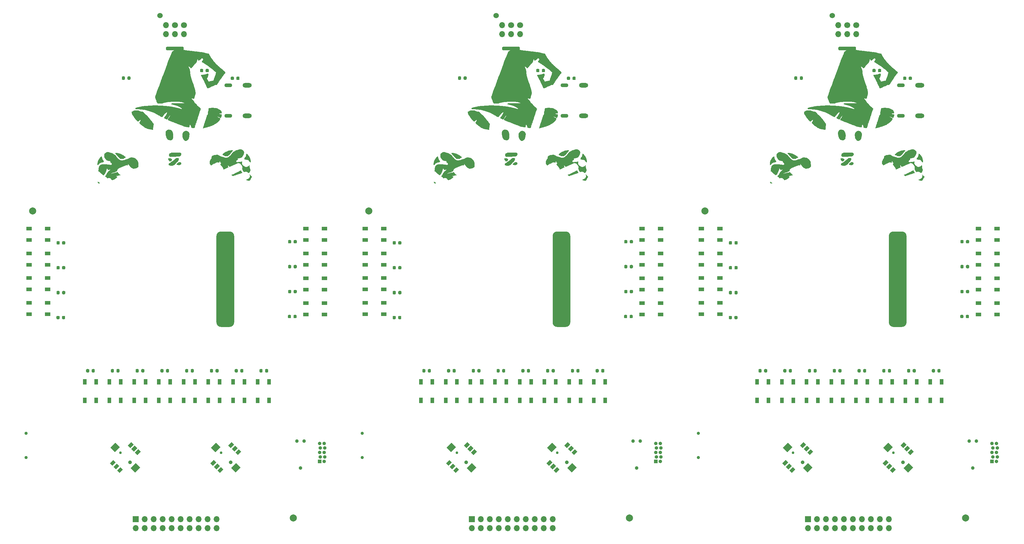
<source format=gts>
%MOIN*%
%OFA0B0*%
%FSLAX46Y46*%
%IPPOS*%
%LPD*%
%ADD10C,0.00039370078740157485*%
%ADD11C,0.066929133858267723*%
%ADD12O,0.066929133858267723X0.066929133858267723*%
%ADD13C,0.060000000000000005*%
%ADD14C,0.07874015748031496*%
%ADD15C,0.035433070866141732*%
%ADD16R,0.0610236220472441X0.03937007874015748*%
%ADD17C,0.0039370078740157488*%
%ADD18C,0.041338582677165357*%
%ADD19C,0.029527559055118113*%
%ADD20R,0.03937007874015748X0.0610236220472441*%
%ADD21C,0.0388*%
%ADD22C,0.038900000000000004*%
%ADD23R,0.03937007874015748X0.03937007874015748*%
%ADD24O,0.03937007874015748X0.03937007874015748*%
%ADD25O,0.10236220472440946X0.051181102362204731*%
%ADD26O,0.086614173228346469X0.043307086614173235*%
%ADD27R,0.066929133858267723X0.066929133858267723*%
%ADD38C,0.00039370078740157485*%
%ADD39C,0.066929133858267723*%
%ADD40O,0.066929133858267723X0.066929133858267723*%
%ADD41C,0.060000000000000005*%
%ADD42C,0.07874015748031496*%
%ADD43C,0.035433070866141732*%
%ADD44R,0.0610236220472441X0.03937007874015748*%
%ADD45C,0.0039370078740157488*%
%ADD46C,0.041338582677165357*%
%ADD47C,0.029527559055118113*%
%ADD48R,0.03937007874015748X0.0610236220472441*%
%ADD49C,0.0388*%
%ADD50C,0.038900000000000004*%
%ADD51R,0.03937007874015748X0.03937007874015748*%
%ADD52O,0.03937007874015748X0.03937007874015748*%
%ADD53O,0.10236220472440946X0.051181102362204731*%
%ADD54O,0.086614173228346469X0.043307086614173235*%
%ADD55R,0.066929133858267723X0.066929133858267723*%
%ADD56C,0.00039370078740157485*%
%ADD57C,0.066929133858267723*%
%ADD58O,0.066929133858267723X0.066929133858267723*%
%ADD59C,0.060000000000000005*%
%ADD60C,0.07874015748031496*%
%ADD61C,0.035433070866141732*%
%ADD62R,0.0610236220472441X0.03937007874015748*%
%ADD63C,0.0039370078740157488*%
%ADD64C,0.041338582677165357*%
%ADD65C,0.029527559055118113*%
%ADD66R,0.03937007874015748X0.0610236220472441*%
%ADD67C,0.0388*%
%ADD68C,0.038900000000000004*%
%ADD69R,0.03937007874015748X0.03937007874015748*%
%ADD70O,0.03937007874015748X0.03937007874015748*%
%ADD71O,0.10236220472440946X0.051181102362204731*%
%ADD72O,0.086614173228346469X0.043307086614173235*%
%ADD73R,0.066929133858267723X0.066929133858267723*%
G01*
D10*
G36*
X0002230345Y0005873728D02*
G01*
X0002235929Y0005873252D01*
X0002241077Y0005872625D01*
X0002246313Y0005871763D01*
X0002252161Y0005870581D01*
X0002258225Y0005869208D01*
X0002263038Y0005868193D01*
X0002268485Y0005867212D01*
X0002273588Y0005866437D01*
X0002274891Y0005866273D01*
X0002278476Y0005865815D01*
X0002281437Y0005865376D01*
X0002283384Y0005865017D01*
X0002283922Y0005864855D01*
X0002284991Y0005864626D01*
X0002287357Y0005864336D01*
X0002290652Y0005864023D01*
X0002293922Y0005863769D01*
X0002298297Y0005863388D01*
X0002303466Y0005862824D01*
X0002309055Y0005862128D01*
X0002314689Y0005861355D01*
X0002319994Y0005860555D01*
X0002324596Y0005859784D01*
X0002328121Y0005859092D01*
X0002329475Y0005858762D01*
X0002331779Y0005858358D01*
X0002335053Y0005858068D01*
X0002338601Y0005857951D01*
X0002338708Y0005857950D01*
X0002342324Y0005857786D01*
X0002346857Y0005857348D01*
X0002351598Y0005856713D01*
X0002354125Y0005856292D01*
X0002358481Y0005855588D01*
X0002362852Y0005855030D01*
X0002366611Y0005854692D01*
X0002368378Y0005854625D01*
X0002371980Y0005854428D01*
X0002376199Y0005853928D01*
X0002379610Y0005853334D01*
X0002384039Y0005852515D01*
X0002389852Y0005851616D01*
X0002396771Y0005850670D01*
X0002404517Y0005849715D01*
X0002412812Y0005848784D01*
X0002421377Y0005847914D01*
X0002425308Y0005847546D01*
X0002435895Y0005846525D01*
X0002445875Y0005845451D01*
X0002455030Y0005844352D01*
X0002463145Y0005843255D01*
X0002470002Y0005842187D01*
X0002474800Y0005841298D01*
X0002479196Y0005840533D01*
X0002483842Y0005839949D01*
X0002487951Y0005839639D01*
X0002489185Y0005839612D01*
X0002493424Y0005839422D01*
X0002498092Y0005838927D01*
X0002501385Y0005838385D01*
X0002505008Y0005837688D01*
X0002509503Y0005836888D01*
X0002514096Y0005836119D01*
X0002515725Y0005835861D01*
X0002519447Y0005835167D01*
X0002524268Y0005834100D01*
X0002529690Y0005832779D01*
X0002535219Y0005831321D01*
X0002538225Y0005830476D01*
X0002547460Y0005827920D01*
X0002555281Y0005825997D01*
X0002561804Y0005824684D01*
X0002567144Y0005823956D01*
X0002570657Y0005823779D01*
X0002573397Y0005823587D01*
X0002575570Y0005823096D01*
X0002576279Y0005822737D01*
X0002577131Y0005821666D01*
X0002578606Y0005819422D01*
X0002580524Y0005816291D01*
X0002582706Y0005812562D01*
X0002583672Y0005810862D01*
X0002589905Y0005799914D01*
X0002595660Y0005790034D01*
X0002600901Y0005781285D01*
X0002605588Y0005773726D01*
X0002609685Y0005767417D01*
X0002613151Y0005762418D01*
X0002615951Y0005758790D01*
X0002618044Y0005756593D01*
X0002618056Y0005756584D01*
X0002619563Y0005754994D01*
X0002621687Y0005752332D01*
X0002624165Y0005748942D01*
X0002626738Y0005745170D01*
X0002627244Y0005744396D01*
X0002630334Y0005739885D01*
X0002633615Y0005735526D01*
X0002636725Y0005731783D01*
X0002638828Y0005729562D01*
X0002642222Y0005726286D01*
X0002644756Y0005723795D01*
X0002646774Y0005721718D01*
X0002648619Y0005719686D01*
X0002650635Y0005717331D01*
X0002653164Y0005714283D01*
X0002654148Y0005713089D01*
X0002657375Y0005709373D01*
X0002660980Y0005705545D01*
X0002664444Y0005702138D01*
X0002666471Y0005700324D01*
X0002668914Y0005698159D01*
X0002672225Y0005695074D01*
X0002676113Y0005691347D01*
X0002680288Y0005687258D01*
X0002684459Y0005683085D01*
X0002684891Y0005682647D01*
X0002694863Y0005673021D01*
X0002705012Y0005664274D01*
X0002711141Y0005659443D01*
X0002716455Y0005655285D01*
X0002722384Y0005650491D01*
X0002728398Y0005645500D01*
X0002733967Y0005640749D01*
X0002737306Y0005637811D01*
X0002741388Y0005634179D01*
X0002745311Y0005630730D01*
X0002748806Y0005627697D01*
X0002751607Y0005625312D01*
X0002753446Y0005623807D01*
X0002753481Y0005623779D01*
X0002757058Y0005620676D01*
X0002759341Y0005617809D01*
X0002760592Y0005614817D01*
X0002760852Y0005613571D01*
X0002761015Y0005612127D01*
X0002760833Y0005610914D01*
X0002760107Y0005609613D01*
X0002758638Y0005607907D01*
X0002756230Y0005605478D01*
X0002755155Y0005604424D01*
X0002753326Y0005602607D01*
X0002751600Y0005600809D01*
X0002749890Y0005598911D01*
X0002748113Y0005596795D01*
X0002746184Y0005594343D01*
X0002744018Y0005591436D01*
X0002741531Y0005587957D01*
X0002738639Y0005583787D01*
X0002735256Y0005578808D01*
X0002731299Y0005572902D01*
X0002726682Y0005565950D01*
X0002721321Y0005557835D01*
X0002715357Y0005548779D01*
X0002707589Y0005537022D01*
X0002700360Y0005526179D01*
X0002693711Y0005516306D01*
X0002687679Y0005507459D01*
X0002682303Y0005499693D01*
X0002677624Y0005493066D01*
X0002673680Y0005487632D01*
X0002670510Y0005483448D01*
X0002668154Y0005480570D01*
X0002666784Y0005479163D01*
X0002665235Y0005478059D01*
X0002663532Y0005477435D01*
X0002661139Y0005477163D01*
X0002658293Y0005477112D01*
X0002654179Y0005476949D01*
X0002650441Y0005476376D01*
X0002646681Y0005475263D01*
X0002642503Y0005473484D01*
X0002637508Y0005470911D01*
X0002635430Y0005469763D01*
X0002630792Y0005467362D01*
X0002625350Y0005464834D01*
X0002619896Y0005462537D01*
X0002616558Y0005461280D01*
X0002612496Y0005459841D01*
X0002609311Y0005458669D01*
X0002606635Y0005457595D01*
X0002604096Y0005456448D01*
X0002601326Y0005455057D01*
X0002597955Y0005453253D01*
X0002593612Y0005450866D01*
X0002591974Y0005449960D01*
X0002585185Y0005446335D01*
X0002579481Y0005443593D01*
X0002574605Y0005441627D01*
X0002570301Y0005440331D01*
X0002567414Y0005439754D01*
X0002562706Y0005439015D01*
X0002559084Y0005446226D01*
X0002557636Y0005449262D01*
X0002555732Y0005453472D01*
X0002553537Y0005458485D01*
X0002551213Y0005463925D01*
X0002548924Y0005469422D01*
X0002548659Y0005470066D01*
X0002545958Y0005476438D01*
X0002542755Y0005483623D01*
X0002539343Y0005490991D01*
X0002536010Y0005497914D01*
X0002533690Y0005502529D01*
X0002529087Y0005511450D01*
X0002525177Y0005519023D01*
X0002521889Y0005525379D01*
X0002519154Y0005530652D01*
X0002516902Y0005534975D01*
X0002515063Y0005538481D01*
X0002513568Y0005541303D01*
X0002512345Y0005543574D01*
X0002511326Y0005545427D01*
X0002510440Y0005546995D01*
X0002509618Y0005548411D01*
X0002509372Y0005548829D01*
X0002507411Y0005552391D01*
X0002505502Y0005556255D01*
X0002504199Y0005559245D01*
X0002502711Y0005562473D01*
X0002500655Y0005566232D01*
X0002498468Y0005569723D01*
X0002498407Y0005569813D01*
X0002495391Y0005574799D01*
X0002493492Y0005579263D01*
X0002492813Y0005582963D01*
X0002492813Y0005583020D01*
X0002493477Y0005584412D01*
X0002495533Y0005585518D01*
X0002499058Y0005586362D01*
X0002504129Y0005586967D01*
X0002506558Y0005587144D01*
X0002510992Y0005587505D01*
X0002516404Y0005588069D01*
X0002522127Y0005588762D01*
X0002527497Y0005589506D01*
X0002527804Y0005589552D01*
X0002533164Y0005590422D01*
X0002537435Y0005591287D01*
X0002541183Y0005592303D01*
X0002544979Y0005593625D01*
X0002549389Y0005595410D01*
X0002549814Y0005595590D01*
X0002555962Y0005598002D01*
X0002560995Y0005599569D01*
X0002564533Y0005600229D01*
X0002567252Y0005600427D01*
X0002568827Y0005600273D01*
X0002569770Y0005599588D01*
X0002570597Y0005598193D01*
X0002570647Y0005598096D01*
X0002571743Y0005594514D01*
X0002571923Y0005589733D01*
X0002571183Y0005583696D01*
X0002569520Y0005576345D01*
X0002569048Y0005574612D01*
X0002567578Y0005569405D01*
X0002566409Y0005565494D01*
X0002565415Y0005562567D01*
X0002564466Y0005560311D01*
X0002563436Y0005558412D01*
X0002562195Y0005556557D01*
X0002561012Y0005554958D01*
X0002558599Y0005551624D01*
X0002557153Y0005549025D01*
X0002556662Y0005546725D01*
X0002557112Y0005544289D01*
X0002558490Y0005541279D01*
X0002560503Y0005537738D01*
X0002562916Y0005533596D01*
X0002565515Y0005529081D01*
X0002567875Y0005524936D01*
X0002568710Y0005523451D01*
X0002570766Y0005520008D01*
X0002572957Y0005516709D01*
X0002574884Y0005514142D01*
X0002575308Y0005513651D01*
X0002578225Y0005510429D01*
X0002583840Y0005512504D01*
X0002586543Y0005513349D01*
X0002590536Y0005514399D01*
X0002595465Y0005515580D01*
X0002600978Y0005516813D01*
X0002606721Y0005518024D01*
X0002612341Y0005519136D01*
X0002617486Y0005520073D01*
X0002621802Y0005520759D01*
X0002622690Y0005520880D01*
X0002625855Y0005521522D01*
X0002628117Y0005522693D01*
X0002629794Y0005524710D01*
X0002631202Y0005527891D01*
X0002631957Y0005530189D01*
X0002633113Y0005533520D01*
X0002634736Y0005537660D01*
X0002636552Y0005541927D01*
X0002637395Y0005543779D01*
X0002642751Y0005556260D01*
X0002647734Y0005569813D01*
X0002652153Y0005583851D01*
X0002655817Y0005597788D01*
X0002657428Y0005605129D01*
X0002658212Y0005609108D01*
X0002658851Y0005612547D01*
X0002659279Y0005615085D01*
X0002659433Y0005616365D01*
X0002659433Y0005616384D01*
X0002658710Y0005617305D01*
X0002656864Y0005618585D01*
X0002654511Y0005619839D01*
X0002652543Y0005620896D01*
X0002650505Y0005622292D01*
X0002648187Y0005624213D01*
X0002645381Y0005626843D01*
X0002641877Y0005630367D01*
X0002637782Y0005634639D01*
X0002634096Y0005638487D01*
X0002630852Y0005641756D01*
X0002627794Y0005644668D01*
X0002624663Y0005647441D01*
X0002621203Y0005650296D01*
X0002617156Y0005653452D01*
X0002612263Y0005657130D01*
X0002606268Y0005661550D01*
X0002606246Y0005661566D01*
X0002594271Y0005670325D01*
X0002583551Y0005678120D01*
X0002574016Y0005684998D01*
X0002565597Y0005691006D01*
X0002558225Y0005696192D01*
X0002551831Y0005700605D01*
X0002546346Y0005704293D01*
X0002541699Y0005707302D01*
X0002537823Y0005709681D01*
X0002534648Y0005711477D01*
X0002532398Y0005712605D01*
X0002528723Y0005714542D01*
X0002525009Y0005716885D01*
X0002522036Y0005719141D01*
X0002521940Y0005719227D01*
X0002518985Y0005721523D01*
X0002515300Y0005723939D01*
X0002511736Y0005725923D01*
X0002507894Y0005727898D01*
X0002505333Y0005729475D01*
X0002503801Y0005730907D01*
X0002503045Y0005732447D01*
X0002502814Y0005734347D01*
X0002502808Y0005734845D01*
X0002502982Y0005736915D01*
X0002503717Y0005738559D01*
X0002505330Y0005740341D01*
X0002506527Y0005741426D01*
X0002509942Y0005745274D01*
X0002512870Y0005750145D01*
X0002514981Y0005755406D01*
X0002515863Y0005759469D01*
X0002516387Y0005763894D01*
X0002511918Y0005768420D01*
X0002509416Y0005770825D01*
X0002507556Y0005772208D01*
X0002505913Y0005772827D01*
X0002504458Y0005772946D01*
X0002501062Y0005772437D01*
X0002497395Y0005770844D01*
X0002493302Y0005768069D01*
X0002488630Y0005764015D01*
X0002485168Y0005760602D01*
X0002480889Y0005756385D01*
X0002477334Y0005753299D01*
X0002474213Y0005751153D01*
X0002471235Y0005749757D01*
X0002468110Y0005748918D01*
X0002467198Y0005748761D01*
X0002463671Y0005748215D01*
X0002460367Y0005753777D01*
X0002458311Y0005756869D01*
X0002455929Y0005759890D01*
X0002453513Y0005762528D01*
X0002451354Y0005764471D01*
X0002449745Y0005765406D01*
X0002449472Y0005765446D01*
X0002448995Y0005764697D01*
X0002448694Y0005762786D01*
X0002448641Y0005761352D01*
X0002448269Y0005756234D01*
X0002447237Y0005750248D01*
X0002445670Y0005744000D01*
X0002443957Y0005738786D01*
X0002441486Y0005733233D01*
X0002438065Y0005727388D01*
X0002433585Y0005721098D01*
X0002427934Y0005714209D01*
X0002421003Y0005706567D01*
X0002420726Y0005706272D01*
X0002416691Y0005701912D01*
X0002412588Y0005697318D01*
X0002408738Y0005692863D01*
X0002405464Y0005688917D01*
X0002403401Y0005686279D01*
X0002398455Y0005679807D01*
X0002394229Y0005674634D01*
X0002390587Y0005670629D01*
X0002387395Y0005667661D01*
X0002384515Y0005665600D01*
X0002381813Y0005664315D01*
X0002380116Y0005663840D01*
X0002378793Y0005663657D01*
X0002377637Y0005663875D01*
X0002376335Y0005664699D01*
X0002374573Y0005666333D01*
X0002372038Y0005668981D01*
X0002371749Y0005669289D01*
X0002368735Y0005672311D01*
X0002365531Y0005675217D01*
X0002362671Y0005677530D01*
X0002361749Y0005678179D01*
X0002358795Y0005679957D01*
X0002355829Y0005681464D01*
X0002353238Y0005682533D01*
X0002351410Y0005682997D01*
X0002350803Y0005682885D01*
X0002350746Y0005681820D01*
X0002351214Y0005679595D01*
X0002352085Y0005676587D01*
X0002353236Y0005673172D01*
X0002354545Y0005669726D01*
X0002355890Y0005666626D01*
X0002356471Y0005665451D01*
X0002359507Y0005658925D01*
X0002362272Y0005651469D01*
X0002364867Y0005642791D01*
X0002366225Y0005637529D01*
X0002367166Y0005633507D01*
X0002367862Y0005629913D01*
X0002368364Y0005626318D01*
X0002368723Y0005622290D01*
X0002368987Y0005617399D01*
X0002369180Y0005612112D01*
X0002369425Y0005605825D01*
X0002369720Y0005601068D01*
X0002370076Y0005597703D01*
X0002370507Y0005595594D01*
X0002370822Y0005594850D01*
X0002371487Y0005592962D01*
X0002371903Y0005590196D01*
X0002371975Y0005588540D01*
X0002372223Y0005586286D01*
X0002372919Y0005582716D01*
X0002373992Y0005578094D01*
X0002375367Y0005572688D01*
X0002376974Y0005566763D01*
X0002378740Y0005560586D01*
X0002380592Y0005554423D01*
X0002382458Y0005548540D01*
X0002384266Y0005543204D01*
X0002384408Y0005542804D01*
X0002385565Y0005539268D01*
X0002386451Y0005536026D01*
X0002386928Y0005533603D01*
X0002386975Y0005532985D01*
X0002387355Y0005530756D01*
X0002388327Y0005527898D01*
X0002389094Y0005526207D01*
X0002390514Y0005522811D01*
X0002391697Y0005518967D01*
X0002392070Y0005517276D01*
X0002392659Y0005515006D01*
X0002393783Y0005511536D01*
X0002395323Y0005507200D01*
X0002397162Y0005502332D01*
X0002399180Y0005497265D01*
X0002399225Y0005497155D01*
X0002402530Y0005488892D01*
X0002405536Y0005480924D01*
X0002408334Y0005472964D01*
X0002411013Y0005464728D01*
X0002413664Y0005455931D01*
X0002416377Y0005446285D01*
X0002419242Y0005435508D01*
X0002421602Y0005426279D01*
X0002423523Y0005418650D01*
X0002425072Y0005412425D01*
X0002426288Y0005407390D01*
X0002427212Y0005403336D01*
X0002427885Y0005400049D01*
X0002428346Y0005397318D01*
X0002428635Y0005394932D01*
X0002428793Y0005392679D01*
X0002428861Y0005390346D01*
X0002428877Y0005387946D01*
X0002428801Y0005383558D01*
X0002428516Y0005379478D01*
X0002427959Y0005375386D01*
X0002427065Y0005370960D01*
X0002425772Y0005365879D01*
X0002424017Y0005359825D01*
X0002422149Y0005353779D01*
X0002420763Y0005349100D01*
X0002419475Y0005344252D01*
X0002418434Y0005339836D01*
X0002417831Y0005336696D01*
X0002416887Y0005332083D01*
X0002415645Y0005328094D01*
X0002414234Y0005325068D01*
X0002412785Y0005323350D01*
X0002412722Y0005323309D01*
X0002411315Y0005322743D01*
X0002409118Y0005322128D01*
X0002408805Y0005322055D01*
X0002406275Y0005321808D01*
X0002404197Y0005322580D01*
X0002403542Y0005323016D01*
X0002400413Y0005324800D01*
X0002396969Y0005326082D01*
X0002393817Y0005326672D01*
X0002392095Y0005326571D01*
X0002389920Y0005325850D01*
X0002387277Y0005324722D01*
X0002386637Y0005324411D01*
X0002383384Y0005322780D01*
X0002387257Y0005319469D01*
X0002390176Y0005316710D01*
X0002393622Y0005313025D01*
X0002397405Y0005308666D01*
X0002401332Y0005303880D01*
X0002405211Y0005298919D01*
X0002408849Y0005294031D01*
X0002412054Y0005289466D01*
X0002414634Y0005285473D01*
X0002416397Y0005282303D01*
X0002416994Y0005280862D01*
X0002417997Y0005278143D01*
X0002419230Y0005275930D01*
X0002420986Y0005273877D01*
X0002423563Y0005271641D01*
X0002427256Y0005268877D01*
X0002427335Y0005268819D01*
X0002431156Y0005265826D01*
X0002434760Y0005262450D01*
X0002438532Y0005258305D01*
X0002441696Y0005254468D01*
X0002451247Y0005243496D01*
X0002461814Y0005233237D01*
X0002470984Y0005225507D01*
X0002474697Y0005222369D01*
X0002478493Y0005218855D01*
X0002481835Y0005215477D01*
X0002483544Y0005213556D01*
X0002488344Y0005207783D01*
X0002486027Y0005203073D01*
X0002484525Y0005199799D01*
X0002483148Y0005196436D01*
X0002482495Y0005194612D01*
X0002480049Y0005187395D01*
X0002477910Y0005181802D01*
X0002476301Y0005178258D01*
X0002475052Y0005175292D01*
X0002474125Y0005172196D01*
X0002474014Y0005171657D01*
X0002473246Y0005168837D01*
X0002472030Y0005165670D01*
X0002471527Y0005164594D01*
X0002470570Y0005162180D01*
X0002469489Y0005158660D01*
X0002468439Y0005154571D01*
X0002467808Y0005151677D01*
X0002466394Y0005144955D01*
X0002465138Y0005139705D01*
X0002464054Y0005135977D01*
X0002463157Y0005133822D01*
X0002462737Y0005133319D01*
X0002461708Y0005132103D01*
X0002460417Y0005129809D01*
X0002459100Y0005126949D01*
X0002457994Y0005124036D01*
X0002457348Y0005121650D01*
X0002456676Y0005118912D01*
X0002455812Y0005116515D01*
X0002455690Y0005116262D01*
X0002455056Y0005114474D01*
X0002454307Y0005111579D01*
X0002453580Y0005108120D01*
X0002453394Y0005107095D01*
X0002452683Y0005103970D01*
X0002451448Y0005099577D01*
X0002449777Y0005094198D01*
X0002447757Y0005088115D01*
X0002445478Y0005081609D01*
X0002445058Y0005080446D01*
X0002443135Y0005075034D01*
X0002440825Y0005068355D01*
X0002438224Y0005060701D01*
X0002435427Y0005052366D01*
X0002432533Y0005043642D01*
X0002429636Y0005034823D01*
X0002426833Y0005026201D01*
X0002424221Y0005018068D01*
X0002421896Y0005010719D01*
X0002419954Y0005004445D01*
X0002418872Y0005000840D01*
X0002417391Y0004995818D01*
X0002401141Y0004997507D01*
X0002384891Y0004999196D01*
X0002382988Y0005006279D01*
X0002381434Y0005011994D01*
X0002380175Y0005016399D01*
X0002379095Y0005019801D01*
X0002378081Y0005022505D01*
X0002377018Y0005024818D01*
X0002375791Y0005027045D01*
X0002374335Y0005029416D01*
X0002372468Y0005032327D01*
X0002370879Y0005034719D01*
X0002369815Y0005036223D01*
X0002369582Y0005036505D01*
X0002368859Y0005036201D01*
X0002367652Y0005034572D01*
X0002366118Y0005031833D01*
X0002365905Y0005031413D01*
X0002364419Y0005028114D01*
X0002363218Y0005024605D01*
X0002362210Y0005020517D01*
X0002361303Y0005015479D01*
X0002360469Y0005009612D01*
X0002359869Y0005005029D01*
X0002356130Y0005004505D01*
X0002354502Y0005004432D01*
X0002352109Y0005004595D01*
X0002348795Y0005005018D01*
X0002344402Y0005005725D01*
X0002338773Y0005006739D01*
X0002331753Y0005008086D01*
X0002327808Y0005008865D01*
X0002321556Y0005010109D01*
X0002315778Y0005011263D01*
X0002310691Y0005012283D01*
X0002306514Y0005013125D01*
X0002303465Y0005013745D01*
X0002301761Y0005014100D01*
X0002301535Y0005014150D01*
X0002300169Y0005014727D01*
X0002297743Y0005015988D01*
X0002294615Y0005017740D01*
X0002291535Y0005019554D01*
X0002284307Y0005023452D01*
X0002276790Y0005026516D01*
X0002273641Y0005027557D01*
X0002269084Y0005029059D01*
X0002263104Y0005031155D01*
X0002255818Y0005033799D01*
X0002247342Y0005036946D01*
X0002237792Y0005040553D01*
X0002227287Y0005044575D01*
X0002215942Y0005048967D01*
X0002203875Y0005053685D01*
X0002191202Y0005058684D01*
X0002178040Y0005063921D01*
X0002175725Y0005064846D01*
X0002168042Y0005067917D01*
X0002160663Y0005070860D01*
X0002153766Y0005073606D01*
X0002147530Y0005076084D01*
X0002142132Y0005078222D01*
X0002137753Y0005079950D01*
X0002134570Y0005081196D01*
X0002132808Y0005081874D01*
X0002129049Y0005083411D01*
X0002126590Y0005084824D01*
X0002125113Y0005086383D01*
X0002124299Y0005088360D01*
X0002124096Y0005089285D01*
X0002123929Y0005090899D01*
X0002124239Y0005092368D01*
X0002125219Y0005094124D01*
X0002127059Y0005096599D01*
X0002127655Y0005097355D01*
X0002130914Y0005101673D01*
X0002134219Y0005106426D01*
X0002137469Y0005111427D01*
X0002140563Y0005116488D01*
X0002143398Y0005121423D01*
X0002145873Y0005126043D01*
X0002147887Y0005130161D01*
X0002149338Y0005133591D01*
X0002150124Y0005136145D01*
X0002150144Y0005137635D01*
X0002149666Y0005137946D01*
X0002148732Y0005137411D01*
X0002146909Y0005135978D01*
X0002144509Y0005133899D01*
X0002143118Y0005132629D01*
X0002140168Y0005129570D01*
X0002136648Y0005125416D01*
X0002132818Y0005120517D01*
X0002128934Y0005115226D01*
X0002125257Y0005109893D01*
X0002122043Y0005104870D01*
X0002119718Y0005100822D01*
X0002117835Y0005097466D01*
X0002116256Y0005095305D01*
X0002114616Y0005094009D01*
X0002112549Y0005093248D01*
X0002110935Y0005092908D01*
X0002108296Y0005092658D01*
X0002106068Y0005093185D01*
X0002104075Y0005094210D01*
X0002101535Y0005095534D01*
X0002098187Y0005097085D01*
X0002094998Y0005098429D01*
X0002089836Y0005101001D01*
X0002086074Y0005104022D01*
X0002083815Y0005107401D01*
X0002083289Y0005109145D01*
X0002083091Y0005110725D01*
X0002083320Y0005112063D01*
X0002084174Y0005113558D01*
X0002085856Y0005115610D01*
X0002087413Y0005117350D01*
X0002090704Y0005121303D01*
X0002094459Y0005126336D01*
X0002098403Y0005132037D01*
X0002102262Y0005137991D01*
X0002105760Y0005143786D01*
X0002108623Y0005149008D01*
X0002109120Y0005149997D01*
X0002110368Y0005152833D01*
X0002111745Y0005156452D01*
X0002113156Y0005160535D01*
X0002114503Y0005164764D01*
X0002115691Y0005168821D01*
X0002116626Y0005172388D01*
X0002117210Y0005175147D01*
X0002117348Y0005176780D01*
X0002117265Y0005177038D01*
X0002116533Y0005176796D01*
X0002115250Y0005175788D01*
X0002113849Y0005174706D01*
X0002111397Y0005173006D01*
X0002108264Y0005170941D01*
X0002105490Y0005169177D01*
X0002101202Y0005166348D01*
X0002097956Y0005163802D01*
X0002095277Y0005161130D01*
X0002093212Y0005158615D01*
X0002090924Y0005155793D01*
X0002087868Y0005152248D01*
X0002084450Y0005148438D01*
X0002081180Y0005144935D01*
X0002077735Y0005141147D01*
X0002074238Y0005136989D01*
X0002071117Y0005132986D01*
X0002068951Y0005129900D01*
X0002066204Y0005125872D01*
X0002063866Y0005123081D01*
X0002061623Y0005121262D01*
X0002059164Y0005120148D01*
X0002056840Y0005119588D01*
X0002054173Y0005119357D01*
X0002052055Y0005119985D01*
X0002050796Y0005120748D01*
X0002048511Y0005122111D01*
X0002045511Y0005123678D01*
X0002043605Y0005124582D01*
X0002041619Y0005125593D01*
X0002038474Y0005127334D01*
X0002034428Y0005129656D01*
X0002029740Y0005132409D01*
X0002024667Y0005135444D01*
X0002021141Y0005137585D01*
X0002016045Y0005140661D01*
X0002011240Y0005143490D01*
X0002006964Y0005145937D01*
X0002003454Y0005147868D01*
X0002000947Y0005149148D01*
X0001999891Y0005149594D01*
X0001997893Y0005150413D01*
X0001994859Y0005151879D01*
X0001991190Y0005153791D01*
X0001987285Y0005155945D01*
X0001986975Y0005156122D01*
X0001969290Y0005165396D01*
X0001950250Y0005173824D01*
X0001929951Y0005181375D01*
X0001908491Y0005188016D01*
X0001885968Y0005193717D01*
X0001862480Y0005198445D01*
X0001848045Y0005200791D01*
X0001836866Y0005202328D01*
X0001825212Y0005203704D01*
X0001813443Y0005204889D01*
X0001801919Y0005205853D01*
X0001791001Y0005206564D01*
X0001781048Y0005206993D01*
X0001773624Y0005207112D01*
X0001769731Y0005207173D01*
X0001766477Y0005207339D01*
X0001764206Y0005207584D01*
X0001763267Y0005207877D01*
X0001762873Y0005209117D01*
X0001762439Y0005211335D01*
X0001762288Y0005212342D01*
X0001761780Y0005216043D01*
X0001767919Y0005218592D01*
X0001772493Y0005220359D01*
X0001777539Y0005222034D01*
X0001783301Y0005223681D01*
X0001790022Y0005225368D01*
X0001797946Y0005227160D01*
X0001805725Y0005228797D01*
X0001811426Y0005229985D01*
X0001817168Y0005231212D01*
X0001822526Y0005232387D01*
X0001827079Y0005233416D01*
X0001830308Y0005234183D01*
X0001834742Y0005235155D01*
X0001839541Y0005236006D01*
X0001843846Y0005236586D01*
X0001844891Y0005236684D01*
X0001849267Y0005237145D01*
X0001854160Y0005237825D01*
X0001858225Y0005238522D01*
X0001863178Y0005239251D01*
X0001868424Y0005239489D01*
X0001873852Y0005239322D01*
X0001881577Y0005239202D01*
X0001888375Y0005239805D01*
X0001889726Y0005240023D01*
X0001893799Y0005240624D01*
X0001899251Y0005241264D01*
X0001905792Y0005241920D01*
X0001913136Y0005242567D01*
X0001920995Y0005243181D01*
X0001929082Y0005243740D01*
X0001937108Y0005244219D01*
X0001944786Y0005244594D01*
X0001945308Y0005244616D01*
X0001950954Y0005244890D01*
X0001956718Y0005245237D01*
X0001962118Y0005245623D01*
X0001966669Y0005246015D01*
X0001969058Y0005246271D01*
X0001975601Y0005246775D01*
X0001983167Y0005246884D01*
X0001991169Y0005246619D01*
X0001999015Y0005245999D01*
X0002006117Y0005245045D01*
X0002006558Y0005244968D01*
X0002012963Y0005244172D01*
X0002020554Y0005243854D01*
X0002025725Y0005243886D01*
X0002030880Y0005243905D01*
X0002037032Y0005243794D01*
X0002043515Y0005243571D01*
X0002049666Y0005243257D01*
X0002051558Y0005243133D01*
X0002060648Y0005242495D01*
X0002068234Y0005241957D01*
X0002074478Y0005241506D01*
X0002079538Y0005241129D01*
X0002083575Y0005240812D01*
X0002086747Y0005240543D01*
X0002089216Y0005240308D01*
X0002091140Y0005240094D01*
X0002092680Y0005239887D01*
X0002093995Y0005239676D01*
X0002094419Y0005239600D01*
X0002097651Y0005239178D01*
X0002101644Y0005238882D01*
X0002105253Y0005238779D01*
X0002109530Y0005238600D01*
X0002114280Y0005238133D01*
X0002117808Y0005237597D01*
X0002120860Y0005237098D01*
X0002125107Y0005236509D01*
X0002130081Y0005235891D01*
X0002135318Y0005235302D01*
X0002137808Y0005235045D01*
X0002143448Y0005234410D01*
X0002149473Y0005233609D01*
X0002155269Y0005232732D01*
X0002160221Y0005231867D01*
X0002161558Y0005231601D01*
X0002165512Y0005230807D01*
X0002170672Y0005229810D01*
X0002176601Y0005228693D01*
X0002182863Y0005227536D01*
X0002189022Y0005226423D01*
X0002189891Y0005226269D01*
X0002196057Y0005225163D01*
X0002201179Y0005224208D01*
X0002205611Y0005223319D01*
X0002209708Y0005222413D01*
X0002213825Y0005221403D01*
X0002218316Y0005220205D01*
X0002223536Y0005218736D01*
X0002229840Y0005216909D01*
X0002233088Y0005215959D01*
X0002246373Y0005212362D01*
X0002258548Y0005209675D01*
X0002269516Y0005207917D01*
X0002275555Y0005207311D01*
X0002279180Y0005207058D01*
X0002282095Y0005206881D01*
X0002283963Y0005206801D01*
X0002284475Y0005206820D01*
X0002283935Y0005207449D01*
X0002282489Y0005208991D01*
X0002280399Y0005211169D01*
X0002279266Y0005212335D01*
X0002275495Y0005215807D01*
X0002270802Y0005219386D01*
X0002265037Y0005223170D01*
X0002258051Y0005227253D01*
X0002249697Y0005231729D01*
X0002245725Y0005233760D01*
X0002235435Y0005238745D01*
X0002226406Y0005242669D01*
X0002218619Y0005245540D01*
X0002212057Y0005247365D01*
X0002211558Y0005247471D01*
X0002208105Y0005248322D01*
X0002203818Y0005249567D01*
X0002199417Y0005250993D01*
X0002197626Y0005251624D01*
X0002188556Y0005254645D01*
X0002180156Y0005256903D01*
X0002172716Y0005258324D01*
X0002169893Y0005258658D01*
X0002164062Y0005259196D01*
X0002163313Y0005262754D01*
X0002162960Y0005265031D01*
X0002162959Y0005266553D01*
X0002163064Y0005266813D01*
X0002163761Y0005267288D01*
X0002164910Y0005267697D01*
X0002166626Y0005268045D01*
X0002169023Y0005268337D01*
X0002172215Y0005268578D01*
X0002176317Y0005268772D01*
X0002181444Y0005268924D01*
X0002187710Y0005269038D01*
X0002195230Y0005269119D01*
X0002204117Y0005269173D01*
X0002214487Y0005269203D01*
X0002221558Y0005269212D01*
X0002235654Y0005269234D01*
X0002248169Y0005269280D01*
X0002259188Y0005269355D01*
X0002268797Y0005269460D01*
X0002277082Y0005269602D01*
X0002284127Y0005269783D01*
X0002290019Y0005270007D01*
X0002294843Y0005270279D01*
X0002298684Y0005270602D01*
X0002301627Y0005270980D01*
X0002303759Y0005271417D01*
X0002305165Y0005271916D01*
X0002305930Y0005272483D01*
X0002306141Y0005273064D01*
X0002305384Y0005274043D01*
X0002303290Y0005275372D01*
X0002300122Y0005276942D01*
X0002296145Y0005278643D01*
X0002291625Y0005280366D01*
X0002286824Y0005282002D01*
X0002282007Y0005283440D01*
X0002279475Y0005284101D01*
X0002274985Y0005285165D01*
X0002270760Y0005286067D01*
X0002266606Y0005286820D01*
X0002262327Y0005287441D01*
X0002257729Y0005287946D01*
X0002252619Y0005288349D01*
X0002246803Y0005288666D01*
X0002240085Y0005288913D01*
X0002232273Y0005289105D01*
X0002223171Y0005289258D01*
X0002213225Y0005289379D01*
X0002197731Y0005289480D01*
X0002183725Y0005289424D01*
X0002171036Y0005289198D01*
X0002159490Y0005288794D01*
X0002148917Y0005288199D01*
X0002139143Y0005287404D01*
X0002129997Y0005286397D01*
X0002121307Y0005285169D01*
X0002112901Y0005283707D01*
X0002108641Y0005282863D01*
X0002102997Y0005281725D01*
X0002096631Y0005280480D01*
X0002090335Y0005279283D01*
X0002085035Y0005278310D01*
X0002079420Y0005277257D01*
X0002075114Y0005276307D01*
X0002071771Y0005275345D01*
X0002069049Y0005274254D01*
X0002066602Y0005272920D01*
X0002064235Y0005271332D01*
X0002060725Y0005268826D01*
X0002035404Y0005268733D01*
X0002010083Y0005268639D01*
X0002005994Y0005276001D01*
X0002004035Y0005279315D01*
X0002002117Y0005282200D01*
X0002000522Y0005284247D01*
X0001999856Y0005284890D01*
X0001998574Y0005286156D01*
X0001997965Y0005287837D01*
X0001997808Y0005290547D01*
X0001997808Y0005290600D01*
X0001997663Y0005292463D01*
X0001997183Y0005294804D01*
X0001996297Y0005297842D01*
X0001994936Y0005301800D01*
X0001993030Y0005306899D01*
X0001991215Y0005311572D01*
X0001988677Y0005318073D01*
X0001986701Y0005323251D01*
X0001985219Y0005327323D01*
X0001984161Y0005330509D01*
X0001983460Y0005333029D01*
X0001983047Y0005335101D01*
X0001982855Y0005336944D01*
X0001982813Y0005338477D01*
X0001983163Y0005341794D01*
X0001984166Y0005346318D01*
X0001985737Y0005351764D01*
X0001987791Y0005357843D01*
X0001990245Y0005364270D01*
X0001990744Y0005365494D01*
X0001992472Y0005369963D01*
X0001994130Y0005374737D01*
X0001995489Y0005379126D01*
X0001996102Y0005381451D01*
X0001997187Y0005385455D01*
X0001998841Y0005390764D01*
X0002000977Y0005397149D01*
X0002003511Y0005404382D01*
X0002006357Y0005412235D01*
X0002009429Y0005420480D01*
X0002012642Y0005428887D01*
X0002015911Y0005437230D01*
X0002019149Y0005445279D01*
X0002022272Y0005452806D01*
X0002025194Y0005459583D01*
X0002026272Y0005462001D01*
X0002028828Y0005467926D01*
X0002030959Y0005473394D01*
X0002032535Y0005478053D01*
X0002033353Y0005481167D01*
X0002034225Y0005484670D01*
X0002035542Y0005489061D01*
X0002037101Y0005493691D01*
X0002038215Y0005496696D01*
X0002039599Y0005500360D01*
X0002041365Y0005505191D01*
X0002043366Y0005510778D01*
X0002045454Y0005516709D01*
X0002047483Y0005522570D01*
X0002047754Y0005523362D01*
X0002049671Y0005528819D01*
X0002052074Y0005535418D01*
X0002054814Y0005542763D01*
X0002057741Y0005550456D01*
X0002060704Y0005558099D01*
X0002063555Y0005565296D01*
X0002063762Y0005565811D01*
X0002069317Y0005579705D01*
X0002074771Y0005593493D01*
X0002080077Y0005607053D01*
X0002085190Y0005620263D01*
X0002090066Y0005633002D01*
X0002094658Y0005645147D01*
X0002098921Y0005656579D01*
X0002102810Y0005667174D01*
X0002106280Y0005676812D01*
X0002109284Y0005685370D01*
X0002111778Y0005692728D01*
X0002113716Y0005698764D01*
X0002114828Y0005702529D01*
X0002116294Y0005707742D01*
X0002117792Y0005712957D01*
X0002119190Y0005717727D01*
X0002120360Y0005721609D01*
X0002120909Y0005723362D01*
X0002121980Y0005726483D01*
X0002123504Y0005730629D01*
X0002125393Y0005735588D01*
X0002127562Y0005741149D01*
X0002129924Y0005747101D01*
X0002132393Y0005753231D01*
X0002134882Y0005759329D01*
X0002137305Y0005765183D01*
X0002139576Y0005770581D01*
X0002141607Y0005775313D01*
X0002143313Y0005779166D01*
X0002144607Y0005781930D01*
X0002145403Y0005783392D01*
X0002145493Y0005783508D01*
X0002146263Y0005784777D01*
X0002147540Y0005787371D01*
X0002149230Y0005791063D01*
X0002151237Y0005795625D01*
X0002153466Y0005800829D01*
X0002155823Y0005806446D01*
X0002158211Y0005812249D01*
X0002160535Y0005818010D01*
X0002162700Y0005823501D01*
X0002164612Y0005828493D01*
X0002166173Y0005832760D01*
X0002166673Y0005834196D01*
X0002168251Y0005838751D01*
X0002169505Y0005842023D01*
X0002170642Y0005844308D01*
X0002171868Y0005845904D01*
X0002173390Y0005847107D01*
X0002175414Y0005848214D01*
X0002176925Y0005848942D01*
X0002179645Y0005850382D01*
X0002183299Y0005852523D01*
X0002187459Y0005855105D01*
X0002191696Y0005857868D01*
X0002192808Y0005858617D01*
X0002197456Y0005861631D01*
X0002202612Y0005864739D01*
X0002207679Y0005867594D01*
X0002212057Y0005869849D01*
X0002212428Y0005870025D01*
X0002221632Y0005874354D01*
X0002230345Y0005873728D01*
G37*
X0002230345Y0005873728D02*
X0002235929Y0005873252D01*
X0002241077Y0005872625D01*
X0002246313Y0005871763D01*
X0002252161Y0005870581D01*
X0002258225Y0005869208D01*
X0002263038Y0005868193D01*
X0002268485Y0005867212D01*
X0002273588Y0005866437D01*
X0002274891Y0005866273D01*
X0002278476Y0005865815D01*
X0002281437Y0005865376D01*
X0002283384Y0005865017D01*
X0002283922Y0005864855D01*
X0002284991Y0005864626D01*
X0002287357Y0005864336D01*
X0002290652Y0005864023D01*
X0002293922Y0005863769D01*
X0002298297Y0005863388D01*
X0002303466Y0005862824D01*
X0002309055Y0005862128D01*
X0002314689Y0005861355D01*
X0002319994Y0005860555D01*
X0002324596Y0005859784D01*
X0002328121Y0005859092D01*
X0002329475Y0005858762D01*
X0002331779Y0005858358D01*
X0002335053Y0005858068D01*
X0002338601Y0005857951D01*
X0002338708Y0005857950D01*
X0002342324Y0005857786D01*
X0002346857Y0005857348D01*
X0002351598Y0005856713D01*
X0002354125Y0005856292D01*
X0002358481Y0005855588D01*
X0002362852Y0005855030D01*
X0002366611Y0005854692D01*
X0002368378Y0005854625D01*
X0002371980Y0005854428D01*
X0002376199Y0005853928D01*
X0002379610Y0005853334D01*
X0002384039Y0005852515D01*
X0002389852Y0005851616D01*
X0002396771Y0005850670D01*
X0002404517Y0005849715D01*
X0002412812Y0005848784D01*
X0002421377Y0005847914D01*
X0002425308Y0005847546D01*
X0002435895Y0005846525D01*
X0002445875Y0005845451D01*
X0002455030Y0005844352D01*
X0002463145Y0005843255D01*
X0002470002Y0005842187D01*
X0002474800Y0005841298D01*
X0002479196Y0005840533D01*
X0002483842Y0005839949D01*
X0002487951Y0005839639D01*
X0002489185Y0005839612D01*
X0002493424Y0005839422D01*
X0002498092Y0005838927D01*
X0002501385Y0005838385D01*
X0002505008Y0005837688D01*
X0002509503Y0005836888D01*
X0002514096Y0005836119D01*
X0002515725Y0005835861D01*
X0002519447Y0005835167D01*
X0002524268Y0005834100D01*
X0002529690Y0005832779D01*
X0002535219Y0005831321D01*
X0002538225Y0005830476D01*
X0002547460Y0005827920D01*
X0002555281Y0005825997D01*
X0002561804Y0005824684D01*
X0002567144Y0005823956D01*
X0002570657Y0005823779D01*
X0002573397Y0005823587D01*
X0002575570Y0005823096D01*
X0002576279Y0005822737D01*
X0002577131Y0005821666D01*
X0002578606Y0005819422D01*
X0002580524Y0005816291D01*
X0002582706Y0005812562D01*
X0002583672Y0005810862D01*
X0002589905Y0005799914D01*
X0002595660Y0005790034D01*
X0002600901Y0005781285D01*
X0002605588Y0005773726D01*
X0002609685Y0005767417D01*
X0002613151Y0005762418D01*
X0002615951Y0005758790D01*
X0002618044Y0005756593D01*
X0002618056Y0005756584D01*
X0002619563Y0005754994D01*
X0002621687Y0005752332D01*
X0002624165Y0005748942D01*
X0002626738Y0005745170D01*
X0002627244Y0005744396D01*
X0002630334Y0005739885D01*
X0002633615Y0005735526D01*
X0002636725Y0005731783D01*
X0002638828Y0005729562D01*
X0002642222Y0005726286D01*
X0002644756Y0005723795D01*
X0002646774Y0005721718D01*
X0002648619Y0005719686D01*
X0002650635Y0005717331D01*
X0002653164Y0005714283D01*
X0002654148Y0005713089D01*
X0002657375Y0005709373D01*
X0002660980Y0005705545D01*
X0002664444Y0005702138D01*
X0002666471Y0005700324D01*
X0002668914Y0005698159D01*
X0002672225Y0005695074D01*
X0002676113Y0005691347D01*
X0002680288Y0005687258D01*
X0002684459Y0005683085D01*
X0002684891Y0005682647D01*
X0002694863Y0005673021D01*
X0002705012Y0005664274D01*
X0002711141Y0005659443D01*
X0002716455Y0005655285D01*
X0002722384Y0005650491D01*
X0002728398Y0005645500D01*
X0002733967Y0005640749D01*
X0002737306Y0005637811D01*
X0002741388Y0005634179D01*
X0002745311Y0005630730D01*
X0002748806Y0005627697D01*
X0002751607Y0005625312D01*
X0002753446Y0005623807D01*
X0002753481Y0005623779D01*
X0002757058Y0005620676D01*
X0002759341Y0005617809D01*
X0002760592Y0005614817D01*
X0002760852Y0005613571D01*
X0002761015Y0005612127D01*
X0002760833Y0005610914D01*
X0002760107Y0005609613D01*
X0002758638Y0005607907D01*
X0002756230Y0005605478D01*
X0002755155Y0005604424D01*
X0002753326Y0005602607D01*
X0002751600Y0005600809D01*
X0002749890Y0005598911D01*
X0002748113Y0005596795D01*
X0002746184Y0005594343D01*
X0002744018Y0005591436D01*
X0002741531Y0005587957D01*
X0002738639Y0005583787D01*
X0002735256Y0005578808D01*
X0002731299Y0005572902D01*
X0002726682Y0005565950D01*
X0002721321Y0005557835D01*
X0002715357Y0005548779D01*
X0002707589Y0005537022D01*
X0002700360Y0005526179D01*
X0002693711Y0005516306D01*
X0002687679Y0005507459D01*
X0002682303Y0005499693D01*
X0002677624Y0005493066D01*
X0002673680Y0005487632D01*
X0002670510Y0005483448D01*
X0002668154Y0005480570D01*
X0002666784Y0005479163D01*
X0002665235Y0005478059D01*
X0002663532Y0005477435D01*
X0002661139Y0005477163D01*
X0002658293Y0005477112D01*
X0002654179Y0005476949D01*
X0002650441Y0005476376D01*
X0002646681Y0005475263D01*
X0002642503Y0005473484D01*
X0002637508Y0005470911D01*
X0002635430Y0005469763D01*
X0002630792Y0005467362D01*
X0002625350Y0005464834D01*
X0002619896Y0005462537D01*
X0002616558Y0005461280D01*
X0002612496Y0005459841D01*
X0002609311Y0005458669D01*
X0002606635Y0005457595D01*
X0002604096Y0005456448D01*
X0002601326Y0005455057D01*
X0002597955Y0005453253D01*
X0002593612Y0005450866D01*
X0002591974Y0005449960D01*
X0002585185Y0005446335D01*
X0002579481Y0005443593D01*
X0002574605Y0005441627D01*
X0002570301Y0005440331D01*
X0002567414Y0005439754D01*
X0002562706Y0005439015D01*
X0002559084Y0005446226D01*
X0002557636Y0005449262D01*
X0002555732Y0005453472D01*
X0002553537Y0005458485D01*
X0002551213Y0005463925D01*
X0002548924Y0005469422D01*
X0002548659Y0005470066D01*
X0002545958Y0005476438D01*
X0002542755Y0005483623D01*
X0002539343Y0005490991D01*
X0002536010Y0005497914D01*
X0002533690Y0005502529D01*
X0002529087Y0005511450D01*
X0002525177Y0005519023D01*
X0002521889Y0005525379D01*
X0002519154Y0005530652D01*
X0002516902Y0005534975D01*
X0002515063Y0005538481D01*
X0002513568Y0005541303D01*
X0002512345Y0005543574D01*
X0002511326Y0005545427D01*
X0002510440Y0005546995D01*
X0002509618Y0005548411D01*
X0002509372Y0005548829D01*
X0002507411Y0005552391D01*
X0002505502Y0005556255D01*
X0002504199Y0005559245D01*
X0002502711Y0005562473D01*
X0002500655Y0005566232D01*
X0002498468Y0005569723D01*
X0002498407Y0005569813D01*
X0002495391Y0005574799D01*
X0002493492Y0005579263D01*
X0002492813Y0005582963D01*
X0002492813Y0005583020D01*
X0002493477Y0005584412D01*
X0002495533Y0005585518D01*
X0002499058Y0005586362D01*
X0002504129Y0005586967D01*
X0002506558Y0005587144D01*
X0002510992Y0005587505D01*
X0002516404Y0005588069D01*
X0002522127Y0005588762D01*
X0002527497Y0005589506D01*
X0002527804Y0005589552D01*
X0002533164Y0005590422D01*
X0002537435Y0005591287D01*
X0002541183Y0005592303D01*
X0002544979Y0005593625D01*
X0002549389Y0005595410D01*
X0002549814Y0005595590D01*
X0002555962Y0005598002D01*
X0002560995Y0005599569D01*
X0002564533Y0005600229D01*
X0002567252Y0005600427D01*
X0002568827Y0005600273D01*
X0002569770Y0005599588D01*
X0002570597Y0005598193D01*
X0002570647Y0005598096D01*
X0002571743Y0005594514D01*
X0002571923Y0005589733D01*
X0002571183Y0005583696D01*
X0002569520Y0005576345D01*
X0002569048Y0005574612D01*
X0002567578Y0005569405D01*
X0002566409Y0005565494D01*
X0002565415Y0005562567D01*
X0002564466Y0005560311D01*
X0002563436Y0005558412D01*
X0002562195Y0005556557D01*
X0002561012Y0005554958D01*
X0002558599Y0005551624D01*
X0002557153Y0005549025D01*
X0002556662Y0005546725D01*
X0002557112Y0005544289D01*
X0002558490Y0005541279D01*
X0002560503Y0005537738D01*
X0002562916Y0005533596D01*
X0002565515Y0005529081D01*
X0002567875Y0005524936D01*
X0002568710Y0005523451D01*
X0002570766Y0005520008D01*
X0002572957Y0005516709D01*
X0002574884Y0005514142D01*
X0002575308Y0005513651D01*
X0002578225Y0005510429D01*
X0002583840Y0005512504D01*
X0002586543Y0005513349D01*
X0002590536Y0005514399D01*
X0002595465Y0005515580D01*
X0002600978Y0005516813D01*
X0002606721Y0005518024D01*
X0002612341Y0005519136D01*
X0002617486Y0005520073D01*
X0002621802Y0005520759D01*
X0002622690Y0005520880D01*
X0002625855Y0005521522D01*
X0002628117Y0005522693D01*
X0002629794Y0005524710D01*
X0002631202Y0005527891D01*
X0002631957Y0005530189D01*
X0002633113Y0005533520D01*
X0002634736Y0005537660D01*
X0002636552Y0005541927D01*
X0002637395Y0005543779D01*
X0002642751Y0005556260D01*
X0002647734Y0005569813D01*
X0002652153Y0005583851D01*
X0002655817Y0005597788D01*
X0002657428Y0005605129D01*
X0002658212Y0005609108D01*
X0002658851Y0005612547D01*
X0002659279Y0005615085D01*
X0002659433Y0005616365D01*
X0002659433Y0005616384D01*
X0002658710Y0005617305D01*
X0002656864Y0005618585D01*
X0002654511Y0005619839D01*
X0002652543Y0005620896D01*
X0002650505Y0005622292D01*
X0002648187Y0005624213D01*
X0002645381Y0005626843D01*
X0002641877Y0005630367D01*
X0002637782Y0005634639D01*
X0002634096Y0005638487D01*
X0002630852Y0005641756D01*
X0002627794Y0005644668D01*
X0002624663Y0005647441D01*
X0002621203Y0005650296D01*
X0002617156Y0005653452D01*
X0002612263Y0005657130D01*
X0002606268Y0005661550D01*
X0002606246Y0005661566D01*
X0002594271Y0005670325D01*
X0002583551Y0005678120D01*
X0002574016Y0005684998D01*
X0002565597Y0005691006D01*
X0002558225Y0005696192D01*
X0002551831Y0005700605D01*
X0002546346Y0005704293D01*
X0002541699Y0005707302D01*
X0002537823Y0005709681D01*
X0002534648Y0005711477D01*
X0002532398Y0005712605D01*
X0002528723Y0005714542D01*
X0002525009Y0005716885D01*
X0002522036Y0005719141D01*
X0002521940Y0005719227D01*
X0002518985Y0005721523D01*
X0002515300Y0005723939D01*
X0002511736Y0005725923D01*
X0002507894Y0005727898D01*
X0002505333Y0005729475D01*
X0002503801Y0005730907D01*
X0002503045Y0005732447D01*
X0002502814Y0005734347D01*
X0002502808Y0005734845D01*
X0002502982Y0005736915D01*
X0002503717Y0005738559D01*
X0002505330Y0005740341D01*
X0002506527Y0005741426D01*
X0002509942Y0005745274D01*
X0002512870Y0005750145D01*
X0002514981Y0005755406D01*
X0002515863Y0005759469D01*
X0002516387Y0005763894D01*
X0002511918Y0005768420D01*
X0002509416Y0005770825D01*
X0002507556Y0005772208D01*
X0002505913Y0005772827D01*
X0002504458Y0005772946D01*
X0002501062Y0005772437D01*
X0002497395Y0005770844D01*
X0002493302Y0005768069D01*
X0002488630Y0005764015D01*
X0002485168Y0005760602D01*
X0002480889Y0005756385D01*
X0002477334Y0005753299D01*
X0002474213Y0005751153D01*
X0002471235Y0005749757D01*
X0002468110Y0005748918D01*
X0002467198Y0005748761D01*
X0002463671Y0005748215D01*
X0002460367Y0005753777D01*
X0002458311Y0005756869D01*
X0002455929Y0005759890D01*
X0002453513Y0005762528D01*
X0002451354Y0005764471D01*
X0002449745Y0005765406D01*
X0002449472Y0005765446D01*
X0002448995Y0005764697D01*
X0002448694Y0005762786D01*
X0002448641Y0005761352D01*
X0002448269Y0005756234D01*
X0002447237Y0005750248D01*
X0002445670Y0005744000D01*
X0002443957Y0005738786D01*
X0002441486Y0005733233D01*
X0002438065Y0005727388D01*
X0002433585Y0005721098D01*
X0002427934Y0005714209D01*
X0002421003Y0005706567D01*
X0002420726Y0005706272D01*
X0002416691Y0005701912D01*
X0002412588Y0005697318D01*
X0002408738Y0005692863D01*
X0002405464Y0005688917D01*
X0002403401Y0005686279D01*
X0002398455Y0005679807D01*
X0002394229Y0005674634D01*
X0002390587Y0005670629D01*
X0002387395Y0005667661D01*
X0002384515Y0005665600D01*
X0002381813Y0005664315D01*
X0002380116Y0005663840D01*
X0002378793Y0005663657D01*
X0002377637Y0005663875D01*
X0002376335Y0005664699D01*
X0002374573Y0005666333D01*
X0002372038Y0005668981D01*
X0002371749Y0005669289D01*
X0002368735Y0005672311D01*
X0002365531Y0005675217D01*
X0002362671Y0005677530D01*
X0002361749Y0005678179D01*
X0002358795Y0005679957D01*
X0002355829Y0005681464D01*
X0002353238Y0005682533D01*
X0002351410Y0005682997D01*
X0002350803Y0005682885D01*
X0002350746Y0005681820D01*
X0002351214Y0005679595D01*
X0002352085Y0005676587D01*
X0002353236Y0005673172D01*
X0002354545Y0005669726D01*
X0002355890Y0005666626D01*
X0002356471Y0005665451D01*
X0002359507Y0005658925D01*
X0002362272Y0005651469D01*
X0002364867Y0005642791D01*
X0002366225Y0005637529D01*
X0002367166Y0005633507D01*
X0002367862Y0005629913D01*
X0002368364Y0005626318D01*
X0002368723Y0005622290D01*
X0002368987Y0005617399D01*
X0002369180Y0005612112D01*
X0002369425Y0005605825D01*
X0002369720Y0005601068D01*
X0002370076Y0005597703D01*
X0002370507Y0005595594D01*
X0002370822Y0005594850D01*
X0002371487Y0005592962D01*
X0002371903Y0005590196D01*
X0002371975Y0005588540D01*
X0002372223Y0005586286D01*
X0002372919Y0005582716D01*
X0002373992Y0005578094D01*
X0002375367Y0005572688D01*
X0002376974Y0005566763D01*
X0002378740Y0005560586D01*
X0002380592Y0005554423D01*
X0002382458Y0005548540D01*
X0002384266Y0005543204D01*
X0002384408Y0005542804D01*
X0002385565Y0005539268D01*
X0002386451Y0005536026D01*
X0002386928Y0005533603D01*
X0002386975Y0005532985D01*
X0002387355Y0005530756D01*
X0002388327Y0005527898D01*
X0002389094Y0005526207D01*
X0002390514Y0005522811D01*
X0002391697Y0005518967D01*
X0002392070Y0005517276D01*
X0002392659Y0005515006D01*
X0002393783Y0005511536D01*
X0002395323Y0005507200D01*
X0002397162Y0005502332D01*
X0002399180Y0005497265D01*
X0002399225Y0005497155D01*
X0002402530Y0005488892D01*
X0002405536Y0005480924D01*
X0002408334Y0005472964D01*
X0002411013Y0005464728D01*
X0002413664Y0005455931D01*
X0002416377Y0005446285D01*
X0002419242Y0005435508D01*
X0002421602Y0005426279D01*
X0002423523Y0005418650D01*
X0002425072Y0005412425D01*
X0002426288Y0005407390D01*
X0002427212Y0005403336D01*
X0002427885Y0005400049D01*
X0002428346Y0005397318D01*
X0002428635Y0005394932D01*
X0002428793Y0005392679D01*
X0002428861Y0005390346D01*
X0002428877Y0005387946D01*
X0002428801Y0005383558D01*
X0002428516Y0005379478D01*
X0002427959Y0005375386D01*
X0002427065Y0005370960D01*
X0002425772Y0005365879D01*
X0002424017Y0005359825D01*
X0002422149Y0005353779D01*
X0002420763Y0005349100D01*
X0002419475Y0005344252D01*
X0002418434Y0005339836D01*
X0002417831Y0005336696D01*
X0002416887Y0005332083D01*
X0002415645Y0005328094D01*
X0002414234Y0005325068D01*
X0002412785Y0005323350D01*
X0002412722Y0005323309D01*
X0002411315Y0005322743D01*
X0002409118Y0005322128D01*
X0002408805Y0005322055D01*
X0002406275Y0005321808D01*
X0002404197Y0005322580D01*
X0002403542Y0005323016D01*
X0002400413Y0005324800D01*
X0002396969Y0005326082D01*
X0002393817Y0005326672D01*
X0002392095Y0005326571D01*
X0002389920Y0005325850D01*
X0002387277Y0005324722D01*
X0002386637Y0005324411D01*
X0002383384Y0005322780D01*
X0002387257Y0005319469D01*
X0002390176Y0005316710D01*
X0002393622Y0005313025D01*
X0002397405Y0005308666D01*
X0002401332Y0005303880D01*
X0002405211Y0005298919D01*
X0002408849Y0005294031D01*
X0002412054Y0005289466D01*
X0002414634Y0005285473D01*
X0002416397Y0005282303D01*
X0002416994Y0005280862D01*
X0002417997Y0005278143D01*
X0002419230Y0005275930D01*
X0002420986Y0005273877D01*
X0002423563Y0005271641D01*
X0002427256Y0005268877D01*
X0002427335Y0005268819D01*
X0002431156Y0005265826D01*
X0002434760Y0005262450D01*
X0002438532Y0005258305D01*
X0002441696Y0005254468D01*
X0002451247Y0005243496D01*
X0002461814Y0005233237D01*
X0002470984Y0005225507D01*
X0002474697Y0005222369D01*
X0002478493Y0005218855D01*
X0002481835Y0005215477D01*
X0002483544Y0005213556D01*
X0002488344Y0005207783D01*
X0002486027Y0005203073D01*
X0002484525Y0005199799D01*
X0002483148Y0005196436D01*
X0002482495Y0005194612D01*
X0002480049Y0005187395D01*
X0002477910Y0005181802D01*
X0002476301Y0005178258D01*
X0002475052Y0005175292D01*
X0002474125Y0005172196D01*
X0002474014Y0005171657D01*
X0002473246Y0005168837D01*
X0002472030Y0005165670D01*
X0002471527Y0005164594D01*
X0002470570Y0005162180D01*
X0002469489Y0005158660D01*
X0002468439Y0005154571D01*
X0002467808Y0005151677D01*
X0002466394Y0005144955D01*
X0002465138Y0005139705D01*
X0002464054Y0005135977D01*
X0002463157Y0005133822D01*
X0002462737Y0005133319D01*
X0002461708Y0005132103D01*
X0002460417Y0005129809D01*
X0002459100Y0005126949D01*
X0002457994Y0005124036D01*
X0002457348Y0005121650D01*
X0002456676Y0005118912D01*
X0002455812Y0005116515D01*
X0002455690Y0005116262D01*
X0002455056Y0005114474D01*
X0002454307Y0005111579D01*
X0002453580Y0005108120D01*
X0002453394Y0005107095D01*
X0002452683Y0005103970D01*
X0002451448Y0005099577D01*
X0002449777Y0005094198D01*
X0002447757Y0005088115D01*
X0002445478Y0005081609D01*
X0002445058Y0005080446D01*
X0002443135Y0005075034D01*
X0002440825Y0005068355D01*
X0002438224Y0005060701D01*
X0002435427Y0005052366D01*
X0002432533Y0005043642D01*
X0002429636Y0005034823D01*
X0002426833Y0005026201D01*
X0002424221Y0005018068D01*
X0002421896Y0005010719D01*
X0002419954Y0005004445D01*
X0002418872Y0005000840D01*
X0002417391Y0004995818D01*
X0002401141Y0004997507D01*
X0002384891Y0004999196D01*
X0002382988Y0005006279D01*
X0002381434Y0005011994D01*
X0002380175Y0005016399D01*
X0002379095Y0005019801D01*
X0002378081Y0005022505D01*
X0002377018Y0005024818D01*
X0002375791Y0005027045D01*
X0002374335Y0005029416D01*
X0002372468Y0005032327D01*
X0002370879Y0005034719D01*
X0002369815Y0005036223D01*
X0002369582Y0005036505D01*
X0002368859Y0005036201D01*
X0002367652Y0005034572D01*
X0002366118Y0005031833D01*
X0002365905Y0005031413D01*
X0002364419Y0005028114D01*
X0002363218Y0005024605D01*
X0002362210Y0005020517D01*
X0002361303Y0005015479D01*
X0002360469Y0005009612D01*
X0002359869Y0005005029D01*
X0002356130Y0005004505D01*
X0002354502Y0005004432D01*
X0002352109Y0005004595D01*
X0002348795Y0005005018D01*
X0002344402Y0005005725D01*
X0002338773Y0005006739D01*
X0002331753Y0005008086D01*
X0002327808Y0005008865D01*
X0002321556Y0005010109D01*
X0002315778Y0005011263D01*
X0002310691Y0005012283D01*
X0002306514Y0005013125D01*
X0002303465Y0005013745D01*
X0002301761Y0005014100D01*
X0002301535Y0005014150D01*
X0002300169Y0005014727D01*
X0002297743Y0005015988D01*
X0002294615Y0005017740D01*
X0002291535Y0005019554D01*
X0002284307Y0005023452D01*
X0002276790Y0005026516D01*
X0002273641Y0005027557D01*
X0002269084Y0005029059D01*
X0002263104Y0005031155D01*
X0002255818Y0005033799D01*
X0002247342Y0005036946D01*
X0002237792Y0005040553D01*
X0002227287Y0005044575D01*
X0002215942Y0005048967D01*
X0002203875Y0005053685D01*
X0002191202Y0005058684D01*
X0002178040Y0005063921D01*
X0002175725Y0005064846D01*
X0002168042Y0005067917D01*
X0002160663Y0005070860D01*
X0002153766Y0005073606D01*
X0002147530Y0005076084D01*
X0002142132Y0005078222D01*
X0002137753Y0005079950D01*
X0002134570Y0005081196D01*
X0002132808Y0005081874D01*
X0002129049Y0005083411D01*
X0002126590Y0005084824D01*
X0002125113Y0005086383D01*
X0002124299Y0005088360D01*
X0002124096Y0005089285D01*
X0002123929Y0005090899D01*
X0002124239Y0005092368D01*
X0002125219Y0005094124D01*
X0002127059Y0005096599D01*
X0002127655Y0005097355D01*
X0002130914Y0005101673D01*
X0002134219Y0005106426D01*
X0002137469Y0005111427D01*
X0002140563Y0005116488D01*
X0002143398Y0005121423D01*
X0002145873Y0005126043D01*
X0002147887Y0005130161D01*
X0002149338Y0005133591D01*
X0002150124Y0005136145D01*
X0002150144Y0005137635D01*
X0002149666Y0005137946D01*
X0002148732Y0005137411D01*
X0002146909Y0005135978D01*
X0002144509Y0005133899D01*
X0002143118Y0005132629D01*
X0002140168Y0005129570D01*
X0002136648Y0005125416D01*
X0002132818Y0005120517D01*
X0002128934Y0005115226D01*
X0002125257Y0005109893D01*
X0002122043Y0005104870D01*
X0002119718Y0005100822D01*
X0002117835Y0005097466D01*
X0002116256Y0005095305D01*
X0002114616Y0005094009D01*
X0002112549Y0005093248D01*
X0002110935Y0005092908D01*
X0002108296Y0005092658D01*
X0002106068Y0005093185D01*
X0002104075Y0005094210D01*
X0002101535Y0005095534D01*
X0002098187Y0005097085D01*
X0002094998Y0005098429D01*
X0002089836Y0005101001D01*
X0002086074Y0005104022D01*
X0002083815Y0005107401D01*
X0002083289Y0005109145D01*
X0002083091Y0005110725D01*
X0002083320Y0005112063D01*
X0002084174Y0005113558D01*
X0002085856Y0005115610D01*
X0002087413Y0005117350D01*
X0002090704Y0005121303D01*
X0002094459Y0005126336D01*
X0002098403Y0005132037D01*
X0002102262Y0005137991D01*
X0002105760Y0005143786D01*
X0002108623Y0005149008D01*
X0002109120Y0005149997D01*
X0002110368Y0005152833D01*
X0002111745Y0005156452D01*
X0002113156Y0005160535D01*
X0002114503Y0005164764D01*
X0002115691Y0005168821D01*
X0002116626Y0005172388D01*
X0002117210Y0005175147D01*
X0002117348Y0005176780D01*
X0002117265Y0005177038D01*
X0002116533Y0005176796D01*
X0002115250Y0005175788D01*
X0002113849Y0005174706D01*
X0002111397Y0005173006D01*
X0002108264Y0005170941D01*
X0002105490Y0005169177D01*
X0002101202Y0005166348D01*
X0002097956Y0005163802D01*
X0002095277Y0005161130D01*
X0002093212Y0005158615D01*
X0002090924Y0005155793D01*
X0002087868Y0005152248D01*
X0002084450Y0005148438D01*
X0002081180Y0005144935D01*
X0002077735Y0005141147D01*
X0002074238Y0005136989D01*
X0002071117Y0005132986D01*
X0002068951Y0005129900D01*
X0002066204Y0005125872D01*
X0002063866Y0005123081D01*
X0002061623Y0005121262D01*
X0002059164Y0005120148D01*
X0002056840Y0005119588D01*
X0002054173Y0005119357D01*
X0002052055Y0005119985D01*
X0002050796Y0005120748D01*
X0002048511Y0005122111D01*
X0002045511Y0005123678D01*
X0002043605Y0005124582D01*
X0002041619Y0005125593D01*
X0002038474Y0005127334D01*
X0002034428Y0005129656D01*
X0002029740Y0005132409D01*
X0002024667Y0005135444D01*
X0002021141Y0005137585D01*
X0002016045Y0005140661D01*
X0002011240Y0005143490D01*
X0002006964Y0005145937D01*
X0002003454Y0005147868D01*
X0002000947Y0005149148D01*
X0001999891Y0005149594D01*
X0001997893Y0005150413D01*
X0001994859Y0005151879D01*
X0001991190Y0005153791D01*
X0001987285Y0005155945D01*
X0001986975Y0005156122D01*
X0001969290Y0005165396D01*
X0001950250Y0005173824D01*
X0001929951Y0005181375D01*
X0001908491Y0005188016D01*
X0001885968Y0005193717D01*
X0001862480Y0005198445D01*
X0001848045Y0005200791D01*
X0001836866Y0005202328D01*
X0001825212Y0005203704D01*
X0001813443Y0005204889D01*
X0001801919Y0005205853D01*
X0001791001Y0005206564D01*
X0001781048Y0005206993D01*
X0001773624Y0005207112D01*
X0001769731Y0005207173D01*
X0001766477Y0005207339D01*
X0001764206Y0005207584D01*
X0001763267Y0005207877D01*
X0001762873Y0005209117D01*
X0001762439Y0005211335D01*
X0001762288Y0005212342D01*
X0001761780Y0005216043D01*
X0001767919Y0005218592D01*
X0001772493Y0005220359D01*
X0001777539Y0005222034D01*
X0001783301Y0005223681D01*
X0001790022Y0005225368D01*
X0001797946Y0005227160D01*
X0001805725Y0005228797D01*
X0001811426Y0005229985D01*
X0001817168Y0005231212D01*
X0001822526Y0005232387D01*
X0001827079Y0005233416D01*
X0001830308Y0005234183D01*
X0001834742Y0005235155D01*
X0001839541Y0005236006D01*
X0001843846Y0005236586D01*
X0001844891Y0005236684D01*
X0001849267Y0005237145D01*
X0001854160Y0005237825D01*
X0001858225Y0005238522D01*
X0001863178Y0005239251D01*
X0001868424Y0005239489D01*
X0001873852Y0005239322D01*
X0001881577Y0005239202D01*
X0001888375Y0005239805D01*
X0001889726Y0005240023D01*
X0001893799Y0005240624D01*
X0001899251Y0005241264D01*
X0001905792Y0005241920D01*
X0001913136Y0005242567D01*
X0001920995Y0005243181D01*
X0001929082Y0005243740D01*
X0001937108Y0005244219D01*
X0001944786Y0005244594D01*
X0001945308Y0005244616D01*
X0001950954Y0005244890D01*
X0001956718Y0005245237D01*
X0001962118Y0005245623D01*
X0001966669Y0005246015D01*
X0001969058Y0005246271D01*
X0001975601Y0005246775D01*
X0001983167Y0005246884D01*
X0001991169Y0005246619D01*
X0001999015Y0005245999D01*
X0002006117Y0005245045D01*
X0002006558Y0005244968D01*
X0002012963Y0005244172D01*
X0002020554Y0005243854D01*
X0002025725Y0005243886D01*
X0002030880Y0005243905D01*
X0002037032Y0005243794D01*
X0002043515Y0005243571D01*
X0002049666Y0005243257D01*
X0002051558Y0005243133D01*
X0002060648Y0005242495D01*
X0002068234Y0005241957D01*
X0002074478Y0005241506D01*
X0002079538Y0005241129D01*
X0002083575Y0005240812D01*
X0002086747Y0005240543D01*
X0002089216Y0005240308D01*
X0002091140Y0005240094D01*
X0002092680Y0005239887D01*
X0002093995Y0005239676D01*
X0002094419Y0005239600D01*
X0002097651Y0005239178D01*
X0002101644Y0005238882D01*
X0002105253Y0005238779D01*
X0002109530Y0005238600D01*
X0002114280Y0005238133D01*
X0002117808Y0005237597D01*
X0002120860Y0005237098D01*
X0002125107Y0005236509D01*
X0002130081Y0005235891D01*
X0002135318Y0005235302D01*
X0002137808Y0005235045D01*
X0002143448Y0005234410D01*
X0002149473Y0005233609D01*
X0002155269Y0005232732D01*
X0002160221Y0005231867D01*
X0002161558Y0005231601D01*
X0002165512Y0005230807D01*
X0002170672Y0005229810D01*
X0002176601Y0005228693D01*
X0002182863Y0005227536D01*
X0002189022Y0005226423D01*
X0002189891Y0005226269D01*
X0002196057Y0005225163D01*
X0002201179Y0005224208D01*
X0002205611Y0005223319D01*
X0002209708Y0005222413D01*
X0002213825Y0005221403D01*
X0002218316Y0005220205D01*
X0002223536Y0005218736D01*
X0002229840Y0005216909D01*
X0002233088Y0005215959D01*
X0002246373Y0005212362D01*
X0002258548Y0005209675D01*
X0002269516Y0005207917D01*
X0002275555Y0005207311D01*
X0002279180Y0005207058D01*
X0002282095Y0005206881D01*
X0002283963Y0005206801D01*
X0002284475Y0005206820D01*
X0002283935Y0005207449D01*
X0002282489Y0005208991D01*
X0002280399Y0005211169D01*
X0002279266Y0005212335D01*
X0002275495Y0005215807D01*
X0002270802Y0005219386D01*
X0002265037Y0005223170D01*
X0002258051Y0005227253D01*
X0002249697Y0005231729D01*
X0002245725Y0005233760D01*
X0002235435Y0005238745D01*
X0002226406Y0005242669D01*
X0002218619Y0005245540D01*
X0002212057Y0005247365D01*
X0002211558Y0005247471D01*
X0002208105Y0005248322D01*
X0002203818Y0005249567D01*
X0002199417Y0005250993D01*
X0002197626Y0005251624D01*
X0002188556Y0005254645D01*
X0002180156Y0005256903D01*
X0002172716Y0005258324D01*
X0002169893Y0005258658D01*
X0002164062Y0005259196D01*
X0002163313Y0005262754D01*
X0002162960Y0005265031D01*
X0002162959Y0005266553D01*
X0002163064Y0005266813D01*
X0002163761Y0005267288D01*
X0002164910Y0005267697D01*
X0002166626Y0005268045D01*
X0002169023Y0005268337D01*
X0002172215Y0005268578D01*
X0002176317Y0005268772D01*
X0002181444Y0005268924D01*
X0002187710Y0005269038D01*
X0002195230Y0005269119D01*
X0002204117Y0005269173D01*
X0002214487Y0005269203D01*
X0002221558Y0005269212D01*
X0002235654Y0005269234D01*
X0002248169Y0005269280D01*
X0002259188Y0005269355D01*
X0002268797Y0005269460D01*
X0002277082Y0005269602D01*
X0002284127Y0005269783D01*
X0002290019Y0005270007D01*
X0002294843Y0005270279D01*
X0002298684Y0005270602D01*
X0002301627Y0005270980D01*
X0002303759Y0005271417D01*
X0002305165Y0005271916D01*
X0002305930Y0005272483D01*
X0002306141Y0005273064D01*
X0002305384Y0005274043D01*
X0002303290Y0005275372D01*
X0002300122Y0005276942D01*
X0002296145Y0005278643D01*
X0002291625Y0005280366D01*
X0002286824Y0005282002D01*
X0002282007Y0005283440D01*
X0002279475Y0005284101D01*
X0002274985Y0005285165D01*
X0002270760Y0005286067D01*
X0002266606Y0005286820D01*
X0002262327Y0005287441D01*
X0002257729Y0005287946D01*
X0002252619Y0005288349D01*
X0002246803Y0005288666D01*
X0002240085Y0005288913D01*
X0002232273Y0005289105D01*
X0002223171Y0005289258D01*
X0002213225Y0005289379D01*
X0002197731Y0005289480D01*
X0002183725Y0005289424D01*
X0002171036Y0005289198D01*
X0002159490Y0005288794D01*
X0002148917Y0005288199D01*
X0002139143Y0005287404D01*
X0002129997Y0005286397D01*
X0002121307Y0005285169D01*
X0002112901Y0005283707D01*
X0002108641Y0005282863D01*
X0002102997Y0005281725D01*
X0002096631Y0005280480D01*
X0002090335Y0005279283D01*
X0002085035Y0005278310D01*
X0002079420Y0005277257D01*
X0002075114Y0005276307D01*
X0002071771Y0005275345D01*
X0002069049Y0005274254D01*
X0002066602Y0005272920D01*
X0002064235Y0005271332D01*
X0002060725Y0005268826D01*
X0002035404Y0005268733D01*
X0002010083Y0005268639D01*
X0002005994Y0005276001D01*
X0002004035Y0005279315D01*
X0002002117Y0005282200D01*
X0002000522Y0005284247D01*
X0001999856Y0005284890D01*
X0001998574Y0005286156D01*
X0001997965Y0005287837D01*
X0001997808Y0005290547D01*
X0001997808Y0005290600D01*
X0001997663Y0005292463D01*
X0001997183Y0005294804D01*
X0001996297Y0005297842D01*
X0001994936Y0005301800D01*
X0001993030Y0005306899D01*
X0001991215Y0005311572D01*
X0001988677Y0005318073D01*
X0001986701Y0005323251D01*
X0001985219Y0005327323D01*
X0001984161Y0005330509D01*
X0001983460Y0005333029D01*
X0001983047Y0005335101D01*
X0001982855Y0005336944D01*
X0001982813Y0005338477D01*
X0001983163Y0005341794D01*
X0001984166Y0005346318D01*
X0001985737Y0005351764D01*
X0001987791Y0005357843D01*
X0001990245Y0005364270D01*
X0001990744Y0005365494D01*
X0001992472Y0005369963D01*
X0001994130Y0005374737D01*
X0001995489Y0005379126D01*
X0001996102Y0005381451D01*
X0001997187Y0005385455D01*
X0001998841Y0005390764D01*
X0002000977Y0005397149D01*
X0002003511Y0005404382D01*
X0002006357Y0005412235D01*
X0002009429Y0005420480D01*
X0002012642Y0005428887D01*
X0002015911Y0005437230D01*
X0002019149Y0005445279D01*
X0002022272Y0005452806D01*
X0002025194Y0005459583D01*
X0002026272Y0005462001D01*
X0002028828Y0005467926D01*
X0002030959Y0005473394D01*
X0002032535Y0005478053D01*
X0002033353Y0005481167D01*
X0002034225Y0005484670D01*
X0002035542Y0005489061D01*
X0002037101Y0005493691D01*
X0002038215Y0005496696D01*
X0002039599Y0005500360D01*
X0002041365Y0005505191D01*
X0002043366Y0005510778D01*
X0002045454Y0005516709D01*
X0002047483Y0005522570D01*
X0002047754Y0005523362D01*
X0002049671Y0005528819D01*
X0002052074Y0005535418D01*
X0002054814Y0005542763D01*
X0002057741Y0005550456D01*
X0002060704Y0005558099D01*
X0002063555Y0005565296D01*
X0002063762Y0005565811D01*
X0002069317Y0005579705D01*
X0002074771Y0005593493D01*
X0002080077Y0005607053D01*
X0002085190Y0005620263D01*
X0002090066Y0005633002D01*
X0002094658Y0005645147D01*
X0002098921Y0005656579D01*
X0002102810Y0005667174D01*
X0002106280Y0005676812D01*
X0002109284Y0005685370D01*
X0002111778Y0005692728D01*
X0002113716Y0005698764D01*
X0002114828Y0005702529D01*
X0002116294Y0005707742D01*
X0002117792Y0005712957D01*
X0002119190Y0005717727D01*
X0002120360Y0005721609D01*
X0002120909Y0005723362D01*
X0002121980Y0005726483D01*
X0002123504Y0005730629D01*
X0002125393Y0005735588D01*
X0002127562Y0005741149D01*
X0002129924Y0005747101D01*
X0002132393Y0005753231D01*
X0002134882Y0005759329D01*
X0002137305Y0005765183D01*
X0002139576Y0005770581D01*
X0002141607Y0005775313D01*
X0002143313Y0005779166D01*
X0002144607Y0005781930D01*
X0002145403Y0005783392D01*
X0002145493Y0005783508D01*
X0002146263Y0005784777D01*
X0002147540Y0005787371D01*
X0002149230Y0005791063D01*
X0002151237Y0005795625D01*
X0002153466Y0005800829D01*
X0002155823Y0005806446D01*
X0002158211Y0005812249D01*
X0002160535Y0005818010D01*
X0002162700Y0005823501D01*
X0002164612Y0005828493D01*
X0002166173Y0005832760D01*
X0002166673Y0005834196D01*
X0002168251Y0005838751D01*
X0002169505Y0005842023D01*
X0002170642Y0005844308D01*
X0002171868Y0005845904D01*
X0002173390Y0005847107D01*
X0002175414Y0005848214D01*
X0002176925Y0005848942D01*
X0002179645Y0005850382D01*
X0002183299Y0005852523D01*
X0002187459Y0005855105D01*
X0002191696Y0005857868D01*
X0002192808Y0005858617D01*
X0002197456Y0005861631D01*
X0002202612Y0005864739D01*
X0002207679Y0005867594D01*
X0002212057Y0005869849D01*
X0002212428Y0005870025D01*
X0002221632Y0005874354D01*
X0002230345Y0005873728D01*
G36*
X0002625725Y0005219260D02*
G01*
X0002641584Y0005217829D01*
X0002656381Y0005215290D01*
X0002670062Y0005211658D01*
X0002682576Y0005206950D01*
X0002693869Y0005201179D01*
X0002700308Y0005197024D01*
X0002707174Y0005191648D01*
X0002712477Y0005186253D01*
X0002716319Y0005180692D01*
X0002718797Y0005174820D01*
X0002720013Y0005168490D01*
X0002720044Y0005168142D01*
X0002720195Y0005164925D01*
X0002720055Y0005162700D01*
X0002719713Y0005161843D01*
X0002718712Y0005161550D01*
X0002716749Y0005161400D01*
X0002713602Y0005161388D01*
X0002709051Y0005161507D01*
X0002708177Y0005161538D01*
X0002705580Y0005161452D01*
X0002703031Y0005160883D01*
X0002699975Y0005159676D01*
X0002697552Y0005158523D01*
X0002694654Y0005157007D01*
X0002692437Y0005155689D01*
X0002691250Y0005154781D01*
X0002691141Y0005154586D01*
X0002691905Y0005153402D01*
X0002693981Y0005152024D01*
X0002697042Y0005150574D01*
X0002700766Y0005149174D01*
X0002704825Y0005147946D01*
X0002708896Y0005147012D01*
X0002712654Y0005146495D01*
X0002712665Y0005146495D01*
X0002716601Y0005146059D01*
X0002719129Y0005145311D01*
X0002720508Y0005144011D01*
X0002720997Y0005141916D01*
X0002720857Y0005138838D01*
X0002720349Y0005135399D01*
X0002719487Y0005131246D01*
X0002718385Y0005126782D01*
X0002717152Y0005122406D01*
X0002715902Y0005118519D01*
X0002714746Y0005115521D01*
X0002713904Y0005113950D01*
X0002711972Y0005112170D01*
X0002709433Y0005110769D01*
X0002709076Y0005110639D01*
X0002706951Y0005110059D01*
X0002705429Y0005110225D01*
X0002703689Y0005111291D01*
X0002703078Y0005111751D01*
X0002699629Y0005113996D01*
X0002695197Y0005116313D01*
X0002690140Y0005118570D01*
X0002684816Y0005120638D01*
X0002679581Y0005122384D01*
X0002674794Y0005123679D01*
X0002670812Y0005124390D01*
X0002668428Y0005124449D01*
X0002667633Y0005124285D01*
X0002667419Y0005123919D01*
X0002667932Y0005123221D01*
X0002669315Y0005122064D01*
X0002671716Y0005120318D01*
X0002675278Y0005117856D01*
X0002677909Y0005116066D01*
X0002682720Y0005112917D01*
X0002687524Y0005109978D01*
X0002691925Y0005107480D01*
X0002695524Y0005105654D01*
X0002696558Y0005105202D01*
X0002703224Y0005102467D01*
X0002703478Y0005098544D01*
X0002703412Y0005095537D01*
X0002702584Y0005093218D01*
X0002701715Y0005091908D01*
X0002700423Y0005090013D01*
X0002698599Y0005087134D01*
X0002696533Y0005083737D01*
X0002695328Y0005081696D01*
X0002692240Y0005076601D01*
X0002689419Y0005072529D01*
X0002686497Y0005069071D01*
X0002683106Y0005065818D01*
X0002678876Y0005062362D01*
X0002675780Y0005060018D01*
X0002669808Y0005055692D01*
X0002663429Y0005051274D01*
X0002656817Y0005046867D01*
X0002650147Y0005042578D01*
X0002643595Y0005038510D01*
X0002637336Y0005034769D01*
X0002631546Y0005031458D01*
X0002626400Y0005028683D01*
X0002622073Y0005026547D01*
X0002618740Y0005025157D01*
X0002616578Y0005024616D01*
X0002616454Y0005024612D01*
X0002613487Y0005023906D01*
X0002611293Y0005022529D01*
X0002609105Y0005021145D01*
X0002606958Y0005020461D01*
X0002606677Y0005020446D01*
X0002604701Y0005020142D01*
X0002601949Y0005019362D01*
X0002600130Y0005018708D01*
X0002595364Y0005016900D01*
X0002589700Y0005014872D01*
X0002583410Y0005012707D01*
X0002576761Y0005010493D01*
X0002570024Y0005008314D01*
X0002563466Y0005006257D01*
X0002557358Y0005004406D01*
X0002551969Y0005002847D01*
X0002547568Y0005001667D01*
X0002544424Y0005000949D01*
X0002544058Y0005000883D01*
X0002539755Y0005000060D01*
X0002534574Y0004998925D01*
X0002529233Y0004997642D01*
X0002525353Y0004996626D01*
X0002521422Y0004995558D01*
X0002518086Y0004994673D01*
X0002515667Y0004994053D01*
X0002514485Y0004993784D01*
X0002514433Y0004993779D01*
X0002514501Y0004994524D01*
X0002515036Y0004996586D01*
X0002515961Y0004999707D01*
X0002517202Y0005003629D01*
X0002518282Y0005006904D01*
X0002520354Y0005013113D01*
X0002522642Y0005020012D01*
X0002525093Y0005027435D01*
X0002527651Y0005035215D01*
X0002530262Y0005043185D01*
X0002532874Y0005051179D01*
X0002535432Y0005059032D01*
X0002537881Y0005066575D01*
X0002540167Y0005073644D01*
X0002542238Y0005080072D01*
X0002544038Y0005085692D01*
X0002545513Y0005090338D01*
X0002546610Y0005093843D01*
X0002547275Y0005096042D01*
X0002547450Y0005096696D01*
X0002548518Y0005100974D01*
X0002550141Y0005106193D01*
X0002552142Y0005111798D01*
X0002552579Y0005112935D01*
X0002553794Y0005116478D01*
X0002555040Y0005120792D01*
X0002556067Y0005125008D01*
X0002556157Y0005125435D01*
X0002557917Y0005131927D01*
X0002560242Y0005137357D01*
X0002563024Y0005141505D01*
X0002565003Y0005143391D01*
X0002567147Y0005145385D01*
X0002568841Y0005147564D01*
X0002569059Y0005147947D01*
X0002569928Y0005150819D01*
X0002570266Y0005154621D01*
X0002570056Y0005158701D01*
X0002569364Y0005162153D01*
X0002568944Y0005164076D01*
X0002568941Y0005166098D01*
X0002569400Y0005168733D01*
X0002570197Y0005171889D01*
X0002571044Y0005175324D01*
X0002571672Y0005178436D01*
X0002571966Y0005180644D01*
X0002571975Y0005180919D01*
X0002572274Y0005183096D01*
X0002573038Y0005185991D01*
X0002573642Y0005187746D01*
X0002574615Y0005190996D01*
X0002575215Y0005194328D01*
X0002575308Y0005195767D01*
X0002575614Y0005199009D01*
X0002576368Y0005202365D01*
X0002576558Y0005202946D01*
X0002577357Y0005206130D01*
X0002577785Y0005209624D01*
X0002577808Y0005210434D01*
X0002577808Y0005214379D01*
X0002586766Y0005216147D01*
X0002598077Y0005217982D01*
X0002609482Y0005219088D01*
X0002620377Y0005219417D01*
X0002625725Y0005219260D01*
G37*
X0002625725Y0005219260D02*
X0002641584Y0005217829D01*
X0002656381Y0005215290D01*
X0002670062Y0005211658D01*
X0002682576Y0005206950D01*
X0002693869Y0005201179D01*
X0002700308Y0005197024D01*
X0002707174Y0005191648D01*
X0002712477Y0005186253D01*
X0002716319Y0005180692D01*
X0002718797Y0005174820D01*
X0002720013Y0005168490D01*
X0002720044Y0005168142D01*
X0002720195Y0005164925D01*
X0002720055Y0005162700D01*
X0002719713Y0005161843D01*
X0002718712Y0005161550D01*
X0002716749Y0005161400D01*
X0002713602Y0005161388D01*
X0002709051Y0005161507D01*
X0002708177Y0005161538D01*
X0002705580Y0005161452D01*
X0002703031Y0005160883D01*
X0002699975Y0005159676D01*
X0002697552Y0005158523D01*
X0002694654Y0005157007D01*
X0002692437Y0005155689D01*
X0002691250Y0005154781D01*
X0002691141Y0005154586D01*
X0002691905Y0005153402D01*
X0002693981Y0005152024D01*
X0002697042Y0005150574D01*
X0002700766Y0005149174D01*
X0002704825Y0005147946D01*
X0002708896Y0005147012D01*
X0002712654Y0005146495D01*
X0002712665Y0005146495D01*
X0002716601Y0005146059D01*
X0002719129Y0005145311D01*
X0002720508Y0005144011D01*
X0002720997Y0005141916D01*
X0002720857Y0005138838D01*
X0002720349Y0005135399D01*
X0002719487Y0005131246D01*
X0002718385Y0005126782D01*
X0002717152Y0005122406D01*
X0002715902Y0005118519D01*
X0002714746Y0005115521D01*
X0002713904Y0005113950D01*
X0002711972Y0005112170D01*
X0002709433Y0005110769D01*
X0002709076Y0005110639D01*
X0002706951Y0005110059D01*
X0002705429Y0005110225D01*
X0002703689Y0005111291D01*
X0002703078Y0005111751D01*
X0002699629Y0005113996D01*
X0002695197Y0005116313D01*
X0002690140Y0005118570D01*
X0002684816Y0005120638D01*
X0002679581Y0005122384D01*
X0002674794Y0005123679D01*
X0002670812Y0005124390D01*
X0002668428Y0005124449D01*
X0002667633Y0005124285D01*
X0002667419Y0005123919D01*
X0002667932Y0005123221D01*
X0002669315Y0005122064D01*
X0002671716Y0005120318D01*
X0002675278Y0005117856D01*
X0002677909Y0005116066D01*
X0002682720Y0005112917D01*
X0002687524Y0005109978D01*
X0002691925Y0005107480D01*
X0002695524Y0005105654D01*
X0002696558Y0005105202D01*
X0002703224Y0005102467D01*
X0002703478Y0005098544D01*
X0002703412Y0005095537D01*
X0002702584Y0005093218D01*
X0002701715Y0005091908D01*
X0002700423Y0005090013D01*
X0002698599Y0005087134D01*
X0002696533Y0005083737D01*
X0002695328Y0005081696D01*
X0002692240Y0005076601D01*
X0002689419Y0005072529D01*
X0002686497Y0005069071D01*
X0002683106Y0005065818D01*
X0002678876Y0005062362D01*
X0002675780Y0005060018D01*
X0002669808Y0005055692D01*
X0002663429Y0005051274D01*
X0002656817Y0005046867D01*
X0002650147Y0005042578D01*
X0002643595Y0005038510D01*
X0002637336Y0005034769D01*
X0002631546Y0005031458D01*
X0002626400Y0005028683D01*
X0002622073Y0005026547D01*
X0002618740Y0005025157D01*
X0002616578Y0005024616D01*
X0002616454Y0005024612D01*
X0002613487Y0005023906D01*
X0002611293Y0005022529D01*
X0002609105Y0005021145D01*
X0002606958Y0005020461D01*
X0002606677Y0005020446D01*
X0002604701Y0005020142D01*
X0002601949Y0005019362D01*
X0002600130Y0005018708D01*
X0002595364Y0005016900D01*
X0002589700Y0005014872D01*
X0002583410Y0005012707D01*
X0002576761Y0005010493D01*
X0002570024Y0005008314D01*
X0002563466Y0005006257D01*
X0002557358Y0005004406D01*
X0002551969Y0005002847D01*
X0002547568Y0005001667D01*
X0002544424Y0005000949D01*
X0002544058Y0005000883D01*
X0002539755Y0005000060D01*
X0002534574Y0004998925D01*
X0002529233Y0004997642D01*
X0002525353Y0004996626D01*
X0002521422Y0004995558D01*
X0002518086Y0004994673D01*
X0002515667Y0004994053D01*
X0002514485Y0004993784D01*
X0002514433Y0004993779D01*
X0002514501Y0004994524D01*
X0002515036Y0004996586D01*
X0002515961Y0004999707D01*
X0002517202Y0005003629D01*
X0002518282Y0005006904D01*
X0002520354Y0005013113D01*
X0002522642Y0005020012D01*
X0002525093Y0005027435D01*
X0002527651Y0005035215D01*
X0002530262Y0005043185D01*
X0002532874Y0005051179D01*
X0002535432Y0005059032D01*
X0002537881Y0005066575D01*
X0002540167Y0005073644D01*
X0002542238Y0005080072D01*
X0002544038Y0005085692D01*
X0002545513Y0005090338D01*
X0002546610Y0005093843D01*
X0002547275Y0005096042D01*
X0002547450Y0005096696D01*
X0002548518Y0005100974D01*
X0002550141Y0005106193D01*
X0002552142Y0005111798D01*
X0002552579Y0005112935D01*
X0002553794Y0005116478D01*
X0002555040Y0005120792D01*
X0002556067Y0005125008D01*
X0002556157Y0005125435D01*
X0002557917Y0005131927D01*
X0002560242Y0005137357D01*
X0002563024Y0005141505D01*
X0002565003Y0005143391D01*
X0002567147Y0005145385D01*
X0002568841Y0005147564D01*
X0002569059Y0005147947D01*
X0002569928Y0005150819D01*
X0002570266Y0005154621D01*
X0002570056Y0005158701D01*
X0002569364Y0005162153D01*
X0002568944Y0005164076D01*
X0002568941Y0005166098D01*
X0002569400Y0005168733D01*
X0002570197Y0005171889D01*
X0002571044Y0005175324D01*
X0002571672Y0005178436D01*
X0002571966Y0005180644D01*
X0002571975Y0005180919D01*
X0002572274Y0005183096D01*
X0002573038Y0005185991D01*
X0002573642Y0005187746D01*
X0002574615Y0005190996D01*
X0002575215Y0005194328D01*
X0002575308Y0005195767D01*
X0002575614Y0005199009D01*
X0002576368Y0005202365D01*
X0002576558Y0005202946D01*
X0002577357Y0005206130D01*
X0002577785Y0005209624D01*
X0002577808Y0005210434D01*
X0002577808Y0005214379D01*
X0002586766Y0005216147D01*
X0002598077Y0005217982D01*
X0002609482Y0005219088D01*
X0002620377Y0005219417D01*
X0002625725Y0005219260D01*
G36*
X0001768610Y0005190716D02*
G01*
X0001773470Y0005190438D01*
X0001773641Y0005190428D01*
X0001783583Y0005189588D01*
X0001792215Y0005188351D01*
X0001799863Y0005186643D01*
X0001806853Y0005184390D01*
X0001813509Y0005181518D01*
X0001814122Y0005181218D01*
X0001817345Y0005179706D01*
X0001820215Y0005178617D01*
X0001823252Y0005177810D01*
X0001826977Y0005177142D01*
X0001831205Y0005176562D01*
X0001836954Y0005175773D01*
X0001841356Y0005174975D01*
X0001844725Y0005174020D01*
X0001847377Y0005172762D01*
X0001849624Y0005171055D01*
X0001851782Y0005168753D01*
X0001853974Y0005165962D01*
X0001856783Y0005162582D01*
X0001860368Y0005158759D01*
X0001864179Y0005155062D01*
X0001866433Y0005153067D01*
X0001876795Y0005144063D01*
X0001886230Y0005135299D01*
X0001895042Y0005126448D01*
X0001903537Y0005117187D01*
X0001912023Y0005107190D01*
X0001920803Y0005096132D01*
X0001924196Y0005091696D01*
X0001927095Y0005088011D01*
X0001930563Y0005083809D01*
X0001934023Y0005079781D01*
X0001935404Y0005078232D01*
X0001938913Y0005073995D01*
X0001942742Y0005068754D01*
X0001946524Y0005063024D01*
X0001948078Y0005060482D01*
X0001950684Y0005056243D01*
X0001953348Y0005052148D01*
X0001955805Y0005048590D01*
X0001957790Y0005045962D01*
X0001958286Y0005045376D01*
X0001961975Y0005041223D01*
X0001961975Y0005033725D01*
X0001961709Y0005027894D01*
X0001960865Y0005023128D01*
X0001960340Y0005021375D01*
X0001959481Y0005017966D01*
X0001958698Y0005013227D01*
X0001958024Y0005007490D01*
X0001957491Y0005001092D01*
X0001957132Y0004994366D01*
X0001956978Y0004987648D01*
X0001956975Y0004986549D01*
X0001956904Y0004982231D01*
X0001956680Y0004979408D01*
X0001956282Y0004977912D01*
X0001955933Y0004977575D01*
X0001951316Y0004976910D01*
X0001946615Y0004977802D01*
X0001945875Y0004978072D01*
X0001943785Y0004978667D01*
X0001940377Y0004979392D01*
X0001935987Y0004980186D01*
X0001930953Y0004980988D01*
X0001925612Y0004981737D01*
X0001925458Y0004981757D01*
X0001917494Y0004982885D01*
X0001910712Y0004984099D01*
X0001904667Y0004985535D01*
X0001898912Y0004987328D01*
X0001893004Y0004989614D01*
X0001886495Y0004992530D01*
X0001880308Y0004995530D01*
X0001875252Y0004998165D01*
X0001869678Y0005001289D01*
X0001863827Y0005004745D01*
X0001857941Y0005008376D01*
X0001852263Y0005012026D01*
X0001847035Y0005015539D01*
X0001842499Y0005018759D01*
X0001838898Y0005021529D01*
X0001836474Y0005023692D01*
X0001836161Y0005024028D01*
X0001834378Y0005025775D01*
X0001831603Y0005028196D01*
X0001828191Y0005030991D01*
X0001824502Y0005033860D01*
X0001823928Y0005034292D01*
X0001818112Y0005038929D01*
X0001813692Y0005043114D01*
X0001810520Y0005047017D01*
X0001808446Y0005050807D01*
X0001807805Y0005052608D01*
X0001807300Y0005054554D01*
X0001807318Y0005055993D01*
X0001808020Y0005057497D01*
X0001809569Y0005059636D01*
X0001809931Y0005060108D01*
X0001811928Y0005063034D01*
X0001814073Y0005066683D01*
X0001815799Y0005070056D01*
X0001817144Y0005073188D01*
X0001818512Y0005076774D01*
X0001819790Y0005080460D01*
X0001820866Y0005083895D01*
X0001821627Y0005086725D01*
X0001821961Y0005088597D01*
X0001821888Y0005089143D01*
X0001820904Y0005089052D01*
X0001818845Y0005088206D01*
X0001816017Y0005086782D01*
X0001812730Y0005084956D01*
X0001809290Y0005082903D01*
X0001806006Y0005080800D01*
X0001803185Y0005078823D01*
X0001801558Y0005077528D01*
X0001797522Y0005074237D01*
X0001794209Y0005072059D01*
X0001791294Y0005070808D01*
X0001788964Y0005070343D01*
X0001787993Y0005070343D01*
X0001786961Y0005070653D01*
X0001785686Y0005071419D01*
X0001783986Y0005072788D01*
X0001781679Y0005074909D01*
X0001778581Y0005077927D01*
X0001774512Y0005081990D01*
X0001774369Y0005082134D01*
X0001768567Y0005088120D01*
X0001763637Y0005093601D01*
X0001759138Y0005099098D01*
X0001754628Y0005105130D01*
X0001753323Y0005106958D01*
X0001748005Y0005114587D01*
X0001742844Y0005122216D01*
X0001737988Y0005129611D01*
X0001733586Y0005136542D01*
X0001729786Y0005142775D01*
X0001726736Y0005148080D01*
X0001725078Y0005151211D01*
X0001723406Y0005154658D01*
X0001722348Y0005157318D01*
X0001721743Y0005159829D01*
X0001721431Y0005162823D01*
X0001721276Y0005166280D01*
X0001720994Y0005174333D01*
X0001731692Y0005180661D01*
X0001736073Y0005183212D01*
X0001739492Y0005185063D01*
X0001742402Y0005186402D01*
X0001745253Y0005187416D01*
X0001748495Y0005188291D01*
X0001751975Y0005189084D01*
X0001755902Y0005189913D01*
X0001759043Y0005190461D01*
X0001761883Y0005190757D01*
X0001764910Y0005190832D01*
X0001768610Y0005190716D01*
G37*
X0001768610Y0005190716D02*
X0001773470Y0005190438D01*
X0001773641Y0005190428D01*
X0001783583Y0005189588D01*
X0001792215Y0005188351D01*
X0001799863Y0005186643D01*
X0001806853Y0005184390D01*
X0001813509Y0005181518D01*
X0001814122Y0005181218D01*
X0001817345Y0005179706D01*
X0001820215Y0005178617D01*
X0001823252Y0005177810D01*
X0001826977Y0005177142D01*
X0001831205Y0005176562D01*
X0001836954Y0005175773D01*
X0001841356Y0005174975D01*
X0001844725Y0005174020D01*
X0001847377Y0005172762D01*
X0001849624Y0005171055D01*
X0001851782Y0005168753D01*
X0001853974Y0005165962D01*
X0001856783Y0005162582D01*
X0001860368Y0005158759D01*
X0001864179Y0005155062D01*
X0001866433Y0005153067D01*
X0001876795Y0005144063D01*
X0001886230Y0005135299D01*
X0001895042Y0005126448D01*
X0001903537Y0005117187D01*
X0001912023Y0005107190D01*
X0001920803Y0005096132D01*
X0001924196Y0005091696D01*
X0001927095Y0005088011D01*
X0001930563Y0005083809D01*
X0001934023Y0005079781D01*
X0001935404Y0005078232D01*
X0001938913Y0005073995D01*
X0001942742Y0005068754D01*
X0001946524Y0005063024D01*
X0001948078Y0005060482D01*
X0001950684Y0005056243D01*
X0001953348Y0005052148D01*
X0001955805Y0005048590D01*
X0001957790Y0005045962D01*
X0001958286Y0005045376D01*
X0001961975Y0005041223D01*
X0001961975Y0005033725D01*
X0001961709Y0005027894D01*
X0001960865Y0005023128D01*
X0001960340Y0005021375D01*
X0001959481Y0005017966D01*
X0001958698Y0005013227D01*
X0001958024Y0005007490D01*
X0001957491Y0005001092D01*
X0001957132Y0004994366D01*
X0001956978Y0004987648D01*
X0001956975Y0004986549D01*
X0001956904Y0004982231D01*
X0001956680Y0004979408D01*
X0001956282Y0004977912D01*
X0001955933Y0004977575D01*
X0001951316Y0004976910D01*
X0001946615Y0004977802D01*
X0001945875Y0004978072D01*
X0001943785Y0004978667D01*
X0001940377Y0004979392D01*
X0001935987Y0004980186D01*
X0001930953Y0004980988D01*
X0001925612Y0004981737D01*
X0001925458Y0004981757D01*
X0001917494Y0004982885D01*
X0001910712Y0004984099D01*
X0001904667Y0004985535D01*
X0001898912Y0004987328D01*
X0001893004Y0004989614D01*
X0001886495Y0004992530D01*
X0001880308Y0004995530D01*
X0001875252Y0004998165D01*
X0001869678Y0005001289D01*
X0001863827Y0005004745D01*
X0001857941Y0005008376D01*
X0001852263Y0005012026D01*
X0001847035Y0005015539D01*
X0001842499Y0005018759D01*
X0001838898Y0005021529D01*
X0001836474Y0005023692D01*
X0001836161Y0005024028D01*
X0001834378Y0005025775D01*
X0001831603Y0005028196D01*
X0001828191Y0005030991D01*
X0001824502Y0005033860D01*
X0001823928Y0005034292D01*
X0001818112Y0005038929D01*
X0001813692Y0005043114D01*
X0001810520Y0005047017D01*
X0001808446Y0005050807D01*
X0001807805Y0005052608D01*
X0001807300Y0005054554D01*
X0001807318Y0005055993D01*
X0001808020Y0005057497D01*
X0001809569Y0005059636D01*
X0001809931Y0005060108D01*
X0001811928Y0005063034D01*
X0001814073Y0005066683D01*
X0001815799Y0005070056D01*
X0001817144Y0005073188D01*
X0001818512Y0005076774D01*
X0001819790Y0005080460D01*
X0001820866Y0005083895D01*
X0001821627Y0005086725D01*
X0001821961Y0005088597D01*
X0001821888Y0005089143D01*
X0001820904Y0005089052D01*
X0001818845Y0005088206D01*
X0001816017Y0005086782D01*
X0001812730Y0005084956D01*
X0001809290Y0005082903D01*
X0001806006Y0005080800D01*
X0001803185Y0005078823D01*
X0001801558Y0005077528D01*
X0001797522Y0005074237D01*
X0001794209Y0005072059D01*
X0001791294Y0005070808D01*
X0001788964Y0005070343D01*
X0001787993Y0005070343D01*
X0001786961Y0005070653D01*
X0001785686Y0005071419D01*
X0001783986Y0005072788D01*
X0001781679Y0005074909D01*
X0001778581Y0005077927D01*
X0001774512Y0005081990D01*
X0001774369Y0005082134D01*
X0001768567Y0005088120D01*
X0001763637Y0005093601D01*
X0001759138Y0005099098D01*
X0001754628Y0005105130D01*
X0001753323Y0005106958D01*
X0001748005Y0005114587D01*
X0001742844Y0005122216D01*
X0001737988Y0005129611D01*
X0001733586Y0005136542D01*
X0001729786Y0005142775D01*
X0001726736Y0005148080D01*
X0001725078Y0005151211D01*
X0001723406Y0005154658D01*
X0001722348Y0005157318D01*
X0001721743Y0005159829D01*
X0001721431Y0005162823D01*
X0001721276Y0005166280D01*
X0001720994Y0005174333D01*
X0001731692Y0005180661D01*
X0001736073Y0005183212D01*
X0001739492Y0005185063D01*
X0001742402Y0005186402D01*
X0001745253Y0005187416D01*
X0001748495Y0005188291D01*
X0001751975Y0005189084D01*
X0001755902Y0005189913D01*
X0001759043Y0005190461D01*
X0001761883Y0005190757D01*
X0001764910Y0005190832D01*
X0001768610Y0005190716D01*
G36*
X0002136557Y0004975264D02*
G01*
X0002142294Y0004974658D01*
X0002144891Y0004974187D01*
X0002152283Y0004972006D01*
X0002158689Y0004968739D01*
X0002164196Y0004964293D01*
X0002168889Y0004958579D01*
X0002172851Y0004951502D01*
X0002176170Y0004942972D01*
X0002177318Y0004939196D01*
X0002179743Y0004928479D01*
X0002180976Y0004917449D01*
X0002181035Y0004905808D01*
X0002179934Y0004893263D01*
X0002179860Y0004892689D01*
X0002178615Y0004884798D01*
X0002177095Y0004878393D01*
X0002175203Y0004873301D01*
X0002172842Y0004869352D01*
X0002169916Y0004866374D01*
X0002166328Y0004864195D01*
X0002163086Y0004862963D01*
X0002156785Y0004861525D01*
X0002150093Y0004860868D01*
X0002143679Y0004861031D01*
X0002139739Y0004861646D01*
X0002132558Y0004863873D01*
X0002125862Y0004867086D01*
X0002120091Y0004871050D01*
X0002117326Y0004873617D01*
X0002114886Y0004876868D01*
X0002112322Y0004881494D01*
X0002109736Y0004887216D01*
X0002107232Y0004893760D01*
X0002104913Y0004900847D01*
X0002102881Y0004908201D01*
X0002101239Y0004915545D01*
X0002100741Y0004918263D01*
X0002099973Y0004924146D01*
X0002099547Y0004930523D01*
X0002099457Y0004936965D01*
X0002099699Y0004943042D01*
X0002100268Y0004948327D01*
X0002101122Y0004952272D01*
X0002103797Y0004958576D01*
X0002107617Y0004964244D01*
X0002112324Y0004968999D01*
X0002117657Y0004972560D01*
X0002121333Y0004974100D01*
X0002125536Y0004974983D01*
X0002130791Y0004975372D01*
X0002136557Y0004975264D01*
G37*
X0002136557Y0004975264D02*
X0002142294Y0004974658D01*
X0002144891Y0004974187D01*
X0002152283Y0004972006D01*
X0002158689Y0004968739D01*
X0002164196Y0004964293D01*
X0002168889Y0004958579D01*
X0002172851Y0004951502D01*
X0002176170Y0004942972D01*
X0002177318Y0004939196D01*
X0002179743Y0004928479D01*
X0002180976Y0004917449D01*
X0002181035Y0004905808D01*
X0002179934Y0004893263D01*
X0002179860Y0004892689D01*
X0002178615Y0004884798D01*
X0002177095Y0004878393D01*
X0002175203Y0004873301D01*
X0002172842Y0004869352D01*
X0002169916Y0004866374D01*
X0002166328Y0004864195D01*
X0002163086Y0004862963D01*
X0002156785Y0004861525D01*
X0002150093Y0004860868D01*
X0002143679Y0004861031D01*
X0002139739Y0004861646D01*
X0002132558Y0004863873D01*
X0002125862Y0004867086D01*
X0002120091Y0004871050D01*
X0002117326Y0004873617D01*
X0002114886Y0004876868D01*
X0002112322Y0004881494D01*
X0002109736Y0004887216D01*
X0002107232Y0004893760D01*
X0002104913Y0004900847D01*
X0002102881Y0004908201D01*
X0002101239Y0004915545D01*
X0002100741Y0004918263D01*
X0002099973Y0004924146D01*
X0002099547Y0004930523D01*
X0002099457Y0004936965D01*
X0002099699Y0004943042D01*
X0002100268Y0004948327D01*
X0002101122Y0004952272D01*
X0002103797Y0004958576D01*
X0002107617Y0004964244D01*
X0002112324Y0004968999D01*
X0002117657Y0004972560D01*
X0002121333Y0004974100D01*
X0002125536Y0004974983D01*
X0002130791Y0004975372D01*
X0002136557Y0004975264D01*
G36*
X0002329575Y0004961663D02*
G01*
X0002332642Y0004961515D01*
X0002334940Y0004961181D01*
X0002336918Y0004960588D01*
X0002339025Y0004959663D01*
X0002339594Y0004959386D01*
X0002343590Y0004956861D01*
X0002347867Y0004953220D01*
X0002352037Y0004948872D01*
X0002355715Y0004944230D01*
X0002358512Y0004939702D01*
X0002358911Y0004938892D01*
X0002360092Y0004936247D01*
X0002360842Y0004934052D01*
X0002361253Y0004931786D01*
X0002361417Y0004928931D01*
X0002361423Y0004924969D01*
X0002361420Y0004924612D01*
X0002361199Y0004919975D01*
X0002360656Y0004914275D01*
X0002359853Y0004907892D01*
X0002358850Y0004901207D01*
X0002357711Y0004894599D01*
X0002356497Y0004888451D01*
X0002355270Y0004883141D01*
X0002354092Y0004879050D01*
X0002353907Y0004878519D01*
X0002351853Y0004873416D01*
X0002349668Y0004869423D01*
X0002346998Y0004866000D01*
X0002343501Y0004862618D01*
X0002337675Y0004858271D01*
X0002331675Y0004855251D01*
X0002325709Y0004853625D01*
X0002319985Y0004853461D01*
X0002316916Y0004854045D01*
X0002310954Y0004856536D01*
X0002305305Y0004860468D01*
X0002300164Y0004865620D01*
X0002295723Y0004871772D01*
X0002292177Y0004878703D01*
X0002290146Y0004884547D01*
X0002288795Y0004890386D01*
X0002287696Y0004897081D01*
X0002286878Y0004904228D01*
X0002286368Y0004911423D01*
X0002286193Y0004918264D01*
X0002286381Y0004924349D01*
X0002286960Y0004929273D01*
X0002287059Y0004929780D01*
X0002289311Y0004936778D01*
X0002292975Y0004943506D01*
X0002297800Y0004949642D01*
X0002303532Y0004954866D01*
X0002309919Y0004958855D01*
X0002309923Y0004958857D01*
X0002312504Y0004960086D01*
X0002314600Y0004960898D01*
X0002316678Y0004961378D01*
X0002319209Y0004961612D01*
X0002322663Y0004961689D01*
X0002325290Y0004961696D01*
X0002329575Y0004961663D01*
G37*
X0002329575Y0004961663D02*
X0002332642Y0004961515D01*
X0002334940Y0004961181D01*
X0002336918Y0004960588D01*
X0002339025Y0004959663D01*
X0002339594Y0004959386D01*
X0002343590Y0004956861D01*
X0002347867Y0004953220D01*
X0002352037Y0004948872D01*
X0002355715Y0004944230D01*
X0002358512Y0004939702D01*
X0002358911Y0004938892D01*
X0002360092Y0004936247D01*
X0002360842Y0004934052D01*
X0002361253Y0004931786D01*
X0002361417Y0004928931D01*
X0002361423Y0004924969D01*
X0002361420Y0004924612D01*
X0002361199Y0004919975D01*
X0002360656Y0004914275D01*
X0002359853Y0004907892D01*
X0002358850Y0004901207D01*
X0002357711Y0004894599D01*
X0002356497Y0004888451D01*
X0002355270Y0004883141D01*
X0002354092Y0004879050D01*
X0002353907Y0004878519D01*
X0002351853Y0004873416D01*
X0002349668Y0004869423D01*
X0002346998Y0004866000D01*
X0002343501Y0004862618D01*
X0002337675Y0004858271D01*
X0002331675Y0004855251D01*
X0002325709Y0004853625D01*
X0002319985Y0004853461D01*
X0002316916Y0004854045D01*
X0002310954Y0004856536D01*
X0002305305Y0004860468D01*
X0002300164Y0004865620D01*
X0002295723Y0004871772D01*
X0002292177Y0004878703D01*
X0002290146Y0004884547D01*
X0002288795Y0004890386D01*
X0002287696Y0004897081D01*
X0002286878Y0004904228D01*
X0002286368Y0004911423D01*
X0002286193Y0004918264D01*
X0002286381Y0004924349D01*
X0002286960Y0004929273D01*
X0002287059Y0004929780D01*
X0002289311Y0004936778D01*
X0002292975Y0004943506D01*
X0002297800Y0004949642D01*
X0002303532Y0004954866D01*
X0002309919Y0004958855D01*
X0002309923Y0004958857D01*
X0002312504Y0004960086D01*
X0002314600Y0004960898D01*
X0002316678Y0004961378D01*
X0002319209Y0004961612D01*
X0002322663Y0004961689D01*
X0002325290Y0004961696D01*
X0002329575Y0004961663D01*
G36*
X0002841491Y0004746935D02*
G01*
X0002842413Y0004746631D01*
X0002842859Y0004746067D01*
X0002843096Y0004745312D01*
X0002843495Y0004743292D01*
X0002843332Y0004741602D01*
X0002842428Y0004739872D01*
X0002840599Y0004737734D01*
X0002838191Y0004735326D01*
X0002835750Y0004732767D01*
X0002832653Y0004729244D01*
X0002829227Y0004725143D01*
X0002825796Y0004720848D01*
X0002824233Y0004718817D01*
X0002818353Y0004711484D01*
X0002812758Y0004705335D01*
X0002808641Y0004701432D01*
X0002804860Y0004698120D01*
X0002800674Y0004694427D01*
X0002796756Y0004690947D01*
X0002795160Y0004689520D01*
X0002788762Y0004683779D01*
X0002758059Y0004683779D01*
X0002754392Y0004686324D01*
X0002751576Y0004688275D01*
X0002748742Y0004690234D01*
X0002747748Y0004690920D01*
X0002745334Y0004692176D01*
X0002742047Y0004693381D01*
X0002739123Y0004694152D01*
X0002736248Y0004694797D01*
X0002734081Y0004695363D01*
X0002733079Y0004695731D01*
X0002733071Y0004695738D01*
X0002732617Y0004696852D01*
X0002732297Y0004698760D01*
X0002732158Y0004700830D01*
X0002732247Y0004702430D01*
X0002732534Y0004702946D01*
X0002733445Y0004703459D01*
X0002735320Y0004704851D01*
X0002737870Y0004706899D01*
X0002740352Y0004708987D01*
X0002744201Y0004712131D01*
X0002748577Y0004715461D01*
X0002752771Y0004718443D01*
X0002754475Y0004719572D01*
X0002759024Y0004722352D01*
X0002764362Y0004725390D01*
X0002770134Y0004728507D01*
X0002775985Y0004731521D01*
X0002781561Y0004734249D01*
X0002786508Y0004736511D01*
X0002790471Y0004738124D01*
X0002791212Y0004738386D01*
X0002796853Y0004740095D01*
X0002803575Y0004741800D01*
X0002810877Y0004743400D01*
X0002818261Y0004744796D01*
X0002825224Y0004745888D01*
X0002831267Y0004746577D01*
X0002832899Y0004746694D01*
X0002837031Y0004746927D01*
X0002839796Y0004747021D01*
X0002841491Y0004746935D01*
G37*
X0002841491Y0004746935D02*
X0002842413Y0004746631D01*
X0002842859Y0004746067D01*
X0002843096Y0004745312D01*
X0002843495Y0004743292D01*
X0002843332Y0004741602D01*
X0002842428Y0004739872D01*
X0002840599Y0004737734D01*
X0002838191Y0004735326D01*
X0002835750Y0004732767D01*
X0002832653Y0004729244D01*
X0002829227Y0004725143D01*
X0002825796Y0004720848D01*
X0002824233Y0004718817D01*
X0002818353Y0004711484D01*
X0002812758Y0004705335D01*
X0002808641Y0004701432D01*
X0002804860Y0004698120D01*
X0002800674Y0004694427D01*
X0002796756Y0004690947D01*
X0002795160Y0004689520D01*
X0002788762Y0004683779D01*
X0002758059Y0004683779D01*
X0002754392Y0004686324D01*
X0002751576Y0004688275D01*
X0002748742Y0004690234D01*
X0002747748Y0004690920D01*
X0002745334Y0004692176D01*
X0002742047Y0004693381D01*
X0002739123Y0004694152D01*
X0002736248Y0004694797D01*
X0002734081Y0004695363D01*
X0002733079Y0004695731D01*
X0002733071Y0004695738D01*
X0002732617Y0004696852D01*
X0002732297Y0004698760D01*
X0002732158Y0004700830D01*
X0002732247Y0004702430D01*
X0002732534Y0004702946D01*
X0002733445Y0004703459D01*
X0002735320Y0004704851D01*
X0002737870Y0004706899D01*
X0002740352Y0004708987D01*
X0002744201Y0004712131D01*
X0002748577Y0004715461D01*
X0002752771Y0004718443D01*
X0002754475Y0004719572D01*
X0002759024Y0004722352D01*
X0002764362Y0004725390D01*
X0002770134Y0004728507D01*
X0002775985Y0004731521D01*
X0002781561Y0004734249D01*
X0002786508Y0004736511D01*
X0002790471Y0004738124D01*
X0002791212Y0004738386D01*
X0002796853Y0004740095D01*
X0002803575Y0004741800D01*
X0002810877Y0004743400D01*
X0002818261Y0004744796D01*
X0002825224Y0004745888D01*
X0002831267Y0004746577D01*
X0002832899Y0004746694D01*
X0002837031Y0004746927D01*
X0002839796Y0004747021D01*
X0002841491Y0004746935D01*
G36*
X0002243394Y0004721430D02*
G01*
X0002247953Y0004721167D01*
X0002251714Y0004720716D01*
X0002254964Y0004720043D01*
X0002257992Y0004719113D01*
X0002261087Y0004717889D01*
X0002261201Y0004717840D01*
X0002265495Y0004715183D01*
X0002268716Y0004711508D01*
X0002270655Y0004707123D01*
X0002271141Y0004703415D01*
X0002270739Y0004698574D01*
X0002269510Y0004695109D01*
X0002267697Y0004693108D01*
X0002266322Y0004691614D01*
X0002264911Y0004689297D01*
X0002264492Y0004688402D01*
X0002262666Y0004685409D01*
X0002260018Y0004683480D01*
X0002259861Y0004683404D01*
X0002256152Y0004682159D01*
X0002251355Y0004681299D01*
X0002246017Y0004680891D01*
X0002240684Y0004681001D01*
X0002240361Y0004681027D01*
X0002236435Y0004681098D01*
X0002231538Y0004680797D01*
X0002226315Y0004680163D01*
X0002226141Y0004680137D01*
X0002217197Y0004678878D01*
X0002208143Y0004677862D01*
X0002198639Y0004677062D01*
X0002188345Y0004676451D01*
X0002176922Y0004676005D01*
X0002169841Y0004675815D01*
X0002145624Y0004675256D01*
X0002144106Y0004677642D01*
X0002142777Y0004679600D01*
X0002140886Y0004682228D01*
X0002139282Y0004684379D01*
X0002135977Y0004688729D01*
X0002137055Y0004697548D01*
X0002137554Y0004701475D01*
X0002138007Y0004704144D01*
X0002138560Y0004705955D01*
X0002139364Y0004707304D01*
X0002140567Y0004708590D01*
X0002141512Y0004709469D01*
X0002143943Y0004711398D01*
X0002146535Y0004712657D01*
X0002149993Y0004713576D01*
X0002150576Y0004713694D01*
X0002153750Y0004714419D01*
X0002155655Y0004715162D01*
X0002156678Y0004716106D01*
X0002156992Y0004716741D01*
X0002157958Y0004718112D01*
X0002159844Y0004718880D01*
X0002161307Y0004719125D01*
X0002177429Y0004720671D01*
X0002194824Y0004721337D01*
X0002198225Y0004721363D01*
X0002204121Y0004721385D01*
X0002211063Y0004721417D01*
X0002218430Y0004721455D01*
X0002225601Y0004721498D01*
X0002230725Y0004721532D01*
X0002237747Y0004721540D01*
X0002243394Y0004721430D01*
G37*
X0002243394Y0004721430D02*
X0002247953Y0004721167D01*
X0002251714Y0004720716D01*
X0002254964Y0004720043D01*
X0002257992Y0004719113D01*
X0002261087Y0004717889D01*
X0002261201Y0004717840D01*
X0002265495Y0004715183D01*
X0002268716Y0004711508D01*
X0002270655Y0004707123D01*
X0002271141Y0004703415D01*
X0002270739Y0004698574D01*
X0002269510Y0004695109D01*
X0002267697Y0004693108D01*
X0002266322Y0004691614D01*
X0002264911Y0004689297D01*
X0002264492Y0004688402D01*
X0002262666Y0004685409D01*
X0002260018Y0004683480D01*
X0002259861Y0004683404D01*
X0002256152Y0004682159D01*
X0002251355Y0004681299D01*
X0002246017Y0004680891D01*
X0002240684Y0004681001D01*
X0002240361Y0004681027D01*
X0002236435Y0004681098D01*
X0002231538Y0004680797D01*
X0002226315Y0004680163D01*
X0002226141Y0004680137D01*
X0002217197Y0004678878D01*
X0002208143Y0004677862D01*
X0002198639Y0004677062D01*
X0002188345Y0004676451D01*
X0002176922Y0004676005D01*
X0002169841Y0004675815D01*
X0002145624Y0004675256D01*
X0002144106Y0004677642D01*
X0002142777Y0004679600D01*
X0002140886Y0004682228D01*
X0002139282Y0004684379D01*
X0002135977Y0004688729D01*
X0002137055Y0004697548D01*
X0002137554Y0004701475D01*
X0002138007Y0004704144D01*
X0002138560Y0004705955D01*
X0002139364Y0004707304D01*
X0002140567Y0004708590D01*
X0002141512Y0004709469D01*
X0002143943Y0004711398D01*
X0002146535Y0004712657D01*
X0002149993Y0004713576D01*
X0002150576Y0004713694D01*
X0002153750Y0004714419D01*
X0002155655Y0004715162D01*
X0002156678Y0004716106D01*
X0002156992Y0004716741D01*
X0002157958Y0004718112D01*
X0002159844Y0004718880D01*
X0002161307Y0004719125D01*
X0002177429Y0004720671D01*
X0002194824Y0004721337D01*
X0002198225Y0004721363D01*
X0002204121Y0004721385D01*
X0002211063Y0004721417D01*
X0002218430Y0004721455D01*
X0002225601Y0004721498D01*
X0002230725Y0004721532D01*
X0002237747Y0004721540D01*
X0002243394Y0004721430D01*
G36*
X0001545754Y0004717049D02*
G01*
X0001549474Y0004716772D01*
X0001554601Y0004716293D01*
X0001554891Y0004716265D01*
X0001569950Y0004713977D01*
X0001584703Y0004710062D01*
X0001599087Y0004704545D01*
X0001613034Y0004697446D01*
X0001619090Y0004693781D01*
X0001623254Y0004691153D01*
X0001627750Y0004688348D01*
X0001631916Y0004685778D01*
X0001634058Y0004684475D01*
X0001639595Y0004680962D01*
X0001643784Y0004677873D01*
X0001646821Y0004675009D01*
X0001648904Y0004672172D01*
X0001650229Y0004669163D01*
X0001650603Y0004667819D01*
X0001650789Y0004666858D01*
X0001650646Y0004666146D01*
X0001649926Y0004665572D01*
X0001648382Y0004665025D01*
X0001645766Y0004664395D01*
X0001641830Y0004663569D01*
X0001640530Y0004663302D01*
X0001639068Y0004662677D01*
X0001636651Y0004661306D01*
X0001633672Y0004659421D01*
X0001631780Y0004658142D01*
X0001624891Y0004653362D01*
X0001613641Y0004653249D01*
X0001609249Y0004653231D01*
X0001605256Y0004653262D01*
X0001602065Y0004653337D01*
X0001600074Y0004653448D01*
X0001599891Y0004653469D01*
X0001596349Y0004653986D01*
X0001593753Y0004654581D01*
X0001591644Y0004655495D01*
X0001589563Y0004656963D01*
X0001587050Y0004659223D01*
X0001585060Y0004661140D01*
X0001582345Y0004663853D01*
X0001578837Y0004667473D01*
X0001574856Y0004671663D01*
X0001570721Y0004676089D01*
X0001567102Y0004680029D01*
X0001563032Y0004684480D01*
X0001558769Y0004689104D01*
X0001554652Y0004693537D01*
X0001551021Y0004697413D01*
X0001548539Y0004700029D01*
X0001544968Y0004703819D01*
X0001542447Y0004706702D01*
X0001540823Y0004708926D01*
X0001539946Y0004710741D01*
X0001539664Y0004712394D01*
X0001539825Y0004714134D01*
X0001539853Y0004714283D01*
X0001540139Y0004715495D01*
X0001540633Y0004716346D01*
X0001541573Y0004716867D01*
X0001543200Y0004717091D01*
X0001545754Y0004717049D01*
G37*
X0001545754Y0004717049D02*
X0001549474Y0004716772D01*
X0001554601Y0004716293D01*
X0001554891Y0004716265D01*
X0001569950Y0004713977D01*
X0001584703Y0004710062D01*
X0001599087Y0004704545D01*
X0001613034Y0004697446D01*
X0001619090Y0004693781D01*
X0001623254Y0004691153D01*
X0001627750Y0004688348D01*
X0001631916Y0004685778D01*
X0001634058Y0004684475D01*
X0001639595Y0004680962D01*
X0001643784Y0004677873D01*
X0001646821Y0004675009D01*
X0001648904Y0004672172D01*
X0001650229Y0004669163D01*
X0001650603Y0004667819D01*
X0001650789Y0004666858D01*
X0001650646Y0004666146D01*
X0001649926Y0004665572D01*
X0001648382Y0004665025D01*
X0001645766Y0004664395D01*
X0001641830Y0004663569D01*
X0001640530Y0004663302D01*
X0001639068Y0004662677D01*
X0001636651Y0004661306D01*
X0001633672Y0004659421D01*
X0001631780Y0004658142D01*
X0001624891Y0004653362D01*
X0001613641Y0004653249D01*
X0001609249Y0004653231D01*
X0001605256Y0004653262D01*
X0001602065Y0004653337D01*
X0001600074Y0004653448D01*
X0001599891Y0004653469D01*
X0001596349Y0004653986D01*
X0001593753Y0004654581D01*
X0001591644Y0004655495D01*
X0001589563Y0004656963D01*
X0001587050Y0004659223D01*
X0001585060Y0004661140D01*
X0001582345Y0004663853D01*
X0001578837Y0004667473D01*
X0001574856Y0004671663D01*
X0001570721Y0004676089D01*
X0001567102Y0004680029D01*
X0001563032Y0004684480D01*
X0001558769Y0004689104D01*
X0001554652Y0004693537D01*
X0001551021Y0004697413D01*
X0001548539Y0004700029D01*
X0001544968Y0004703819D01*
X0001542447Y0004706702D01*
X0001540823Y0004708926D01*
X0001539946Y0004710741D01*
X0001539664Y0004712394D01*
X0001539825Y0004714134D01*
X0001539853Y0004714283D01*
X0001540139Y0004715495D01*
X0001540633Y0004716346D01*
X0001541573Y0004716867D01*
X0001543200Y0004717091D01*
X0001545754Y0004717049D01*
G36*
X0002143924Y0004656544D02*
G01*
X0002149557Y0004655332D01*
X0002154997Y0004653454D01*
X0002157199Y0004652443D01*
X0002161648Y0004649864D01*
X0002164742Y0004647186D01*
X0002166637Y0004644445D01*
X0002167594Y0004642083D01*
X0002167632Y0004640048D01*
X0002166615Y0004638004D01*
X0002164409Y0004635618D01*
X0002162337Y0004633779D01*
X0002156991Y0004629633D01*
X0002152223Y0004626846D01*
X0002147825Y0004625304D01*
X0002146558Y0004625069D01*
X0002144935Y0004624889D01*
X0002143671Y0004625062D01*
X0002142412Y0004625808D01*
X0002140800Y0004627346D01*
X0002138480Y0004629893D01*
X0002138189Y0004630220D01*
X0002134786Y0004634118D01*
X0002132339Y0004637182D01*
X0002130629Y0004639757D01*
X0002129436Y0004642190D01*
X0002128542Y0004644828D01*
X0002128241Y0004645935D01*
X0002127353Y0004649647D01*
X0002127048Y0004652135D01*
X0002127386Y0004653760D01*
X0002128429Y0004654881D01*
X0002129920Y0004655708D01*
X0002133700Y0004656781D01*
X0002138503Y0004657044D01*
X0002143924Y0004656544D01*
G37*
X0002143924Y0004656544D02*
X0002149557Y0004655332D01*
X0002154997Y0004653454D01*
X0002157199Y0004652443D01*
X0002161648Y0004649864D01*
X0002164742Y0004647186D01*
X0002166637Y0004644445D01*
X0002167594Y0004642083D01*
X0002167632Y0004640048D01*
X0002166615Y0004638004D01*
X0002164409Y0004635618D01*
X0002162337Y0004633779D01*
X0002156991Y0004629633D01*
X0002152223Y0004626846D01*
X0002147825Y0004625304D01*
X0002146558Y0004625069D01*
X0002144935Y0004624889D01*
X0002143671Y0004625062D01*
X0002142412Y0004625808D01*
X0002140800Y0004627346D01*
X0002138480Y0004629893D01*
X0002138189Y0004630220D01*
X0002134786Y0004634118D01*
X0002132339Y0004637182D01*
X0002130629Y0004639757D01*
X0002129436Y0004642190D01*
X0002128542Y0004644828D01*
X0002128241Y0004645935D01*
X0002127353Y0004649647D01*
X0002127048Y0004652135D01*
X0002127386Y0004653760D01*
X0002128429Y0004654881D01*
X0002129920Y0004655708D01*
X0002133700Y0004656781D01*
X0002138503Y0004657044D01*
X0002143924Y0004656544D01*
G36*
X0003000767Y0004706888D02*
G01*
X0003002323Y0004706097D01*
X0003004354Y0004704561D01*
X0003007105Y0004702101D01*
X0003009493Y0004699829D01*
X0003017678Y0004690806D01*
X0003024846Y0004680579D01*
X0003030921Y0004669323D01*
X0003035827Y0004657208D01*
X0003039491Y0004644408D01*
X0003041836Y0004631094D01*
X0003042486Y0004624358D01*
X0003042721Y0004620669D01*
X0003042767Y0004618292D01*
X0003042578Y0004616877D01*
X0003042108Y0004616075D01*
X0003041313Y0004615537D01*
X0003039540Y0004614751D01*
X0003037995Y0004614588D01*
X0003036467Y0004615200D01*
X0003034745Y0004616739D01*
X0003032615Y0004619357D01*
X0003029867Y0004623205D01*
X0003029138Y0004624262D01*
X0003025290Y0004629627D01*
X0003021902Y0004633737D01*
X0003018679Y0004636824D01*
X0003015330Y0004639122D01*
X0003011564Y0004640863D01*
X0003007087Y0004642280D01*
X0003006266Y0004642497D01*
X0003003640Y0004643018D01*
X0002999786Y0004643583D01*
X0002995140Y0004644146D01*
X0002990138Y0004644659D01*
X0002985215Y0004645077D01*
X0002980808Y0004645352D01*
X0002978924Y0004645421D01*
X0002977978Y0004646151D01*
X0002976806Y0004647956D01*
X0002975662Y0004650314D01*
X0002974800Y0004652703D01*
X0002974475Y0004654552D01*
X0002974990Y0004656207D01*
X0002976325Y0004658503D01*
X0002977694Y0004660330D01*
X0002980691Y0004664177D01*
X0002983888Y0004668687D01*
X0002986971Y0004673383D01*
X0002989624Y0004677785D01*
X0002991535Y0004681414D01*
X0002991605Y0004681565D01*
X0002993100Y0004685963D01*
X0002994182Y0004691776D01*
X0002994503Y0004694503D01*
X0002995052Y0004699373D01*
X0002995600Y0004702818D01*
X0002996239Y0004705076D01*
X0002997062Y0004706385D01*
X0002998164Y0004706984D01*
X0002999439Y0004707112D01*
X0003000767Y0004706888D01*
G37*
X0003000767Y0004706888D02*
X0003002323Y0004706097D01*
X0003004354Y0004704561D01*
X0003007105Y0004702101D01*
X0003009493Y0004699829D01*
X0003017678Y0004690806D01*
X0003024846Y0004680579D01*
X0003030921Y0004669323D01*
X0003035827Y0004657208D01*
X0003039491Y0004644408D01*
X0003041836Y0004631094D01*
X0003042486Y0004624358D01*
X0003042721Y0004620669D01*
X0003042767Y0004618292D01*
X0003042578Y0004616877D01*
X0003042108Y0004616075D01*
X0003041313Y0004615537D01*
X0003039540Y0004614751D01*
X0003037995Y0004614588D01*
X0003036467Y0004615200D01*
X0003034745Y0004616739D01*
X0003032615Y0004619357D01*
X0003029867Y0004623205D01*
X0003029138Y0004624262D01*
X0003025290Y0004629627D01*
X0003021902Y0004633737D01*
X0003018679Y0004636824D01*
X0003015330Y0004639122D01*
X0003011564Y0004640863D01*
X0003007087Y0004642280D01*
X0003006266Y0004642497D01*
X0003003640Y0004643018D01*
X0002999786Y0004643583D01*
X0002995140Y0004644146D01*
X0002990138Y0004644659D01*
X0002985215Y0004645077D01*
X0002980808Y0004645352D01*
X0002978924Y0004645421D01*
X0002977978Y0004646151D01*
X0002976806Y0004647956D01*
X0002975662Y0004650314D01*
X0002974800Y0004652703D01*
X0002974475Y0004654552D01*
X0002974990Y0004656207D01*
X0002976325Y0004658503D01*
X0002977694Y0004660330D01*
X0002980691Y0004664177D01*
X0002983888Y0004668687D01*
X0002986971Y0004673383D01*
X0002989624Y0004677785D01*
X0002991535Y0004681414D01*
X0002991605Y0004681565D01*
X0002993100Y0004685963D01*
X0002994182Y0004691776D01*
X0002994503Y0004694503D01*
X0002995052Y0004699373D01*
X0002995600Y0004702818D01*
X0002996239Y0004705076D01*
X0002997062Y0004706385D01*
X0002998164Y0004706984D01*
X0002999439Y0004707112D01*
X0003000767Y0004706888D01*
G36*
X0001384912Y0004677005D02*
G01*
X0001385874Y0004676478D01*
X0001386509Y0004675223D01*
X0001386969Y0004672930D01*
X0001387409Y0004669292D01*
X0001387420Y0004669196D01*
X0001388146Y0004664944D01*
X0001389492Y0004659506D01*
X0001391370Y0004653208D01*
X0001393323Y0004647411D01*
X0001394501Y0004645037D01*
X0001396430Y0004642095D01*
X0001398698Y0004639212D01*
X0001398759Y0004639143D01*
X0001402319Y0004634892D01*
X0001404823Y0004631416D01*
X0001406469Y0004628391D01*
X0001407454Y0004625491D01*
X0001407681Y0004624432D01*
X0001408034Y0004621942D01*
X0001407781Y0004620301D01*
X0001406729Y0004618743D01*
X0001406070Y0004618002D01*
X0001403887Y0004616146D01*
X0001401513Y0004615473D01*
X0001400730Y0004615446D01*
X0001397827Y0004615046D01*
X0001395118Y0004614098D01*
X0001393207Y0004613441D01*
X0001390115Y0004612738D01*
X0001386325Y0004612088D01*
X0001383499Y0004611715D01*
X0001375572Y0004610319D01*
X0001368909Y0004608027D01*
X0001363298Y0004604712D01*
X0001358524Y0004600246D01*
X0001354373Y0004594501D01*
X0001354207Y0004594227D01*
X0001351153Y0004589857D01*
X0001348026Y0004586716D01*
X0001344999Y0004584951D01*
X0001343157Y0004584612D01*
X0001341440Y0004585191D01*
X0001340809Y0004586071D01*
X0001340271Y0004589404D01*
X0001340212Y0004593998D01*
X0001340597Y0004599529D01*
X0001341387Y0004605674D01*
X0001342545Y0004612109D01*
X0001344035Y0004618510D01*
X0001344911Y0004621661D01*
X0001346792Y0004627527D01*
X0001348890Y0004632955D01*
X0001351369Y0004638254D01*
X0001354391Y0004643734D01*
X0001358121Y0004649706D01*
X0001362723Y0004656478D01*
X0001365046Y0004659764D01*
X0001369751Y0004665988D01*
X0001374027Y0004670887D01*
X0001377816Y0004674409D01*
X0001381061Y0004676500D01*
X0001383467Y0004677112D01*
X0001384912Y0004677005D01*
G37*
X0001384912Y0004677005D02*
X0001385874Y0004676478D01*
X0001386509Y0004675223D01*
X0001386969Y0004672930D01*
X0001387409Y0004669292D01*
X0001387420Y0004669196D01*
X0001388146Y0004664944D01*
X0001389492Y0004659506D01*
X0001391370Y0004653208D01*
X0001393323Y0004647411D01*
X0001394501Y0004645037D01*
X0001396430Y0004642095D01*
X0001398698Y0004639212D01*
X0001398759Y0004639143D01*
X0001402319Y0004634892D01*
X0001404823Y0004631416D01*
X0001406469Y0004628391D01*
X0001407454Y0004625491D01*
X0001407681Y0004624432D01*
X0001408034Y0004621942D01*
X0001407781Y0004620301D01*
X0001406729Y0004618743D01*
X0001406070Y0004618002D01*
X0001403887Y0004616146D01*
X0001401513Y0004615473D01*
X0001400730Y0004615446D01*
X0001397827Y0004615046D01*
X0001395118Y0004614098D01*
X0001393207Y0004613441D01*
X0001390115Y0004612738D01*
X0001386325Y0004612088D01*
X0001383499Y0004611715D01*
X0001375572Y0004610319D01*
X0001368909Y0004608027D01*
X0001363298Y0004604712D01*
X0001358524Y0004600246D01*
X0001354373Y0004594501D01*
X0001354207Y0004594227D01*
X0001351153Y0004589857D01*
X0001348026Y0004586716D01*
X0001344999Y0004584951D01*
X0001343157Y0004584612D01*
X0001341440Y0004585191D01*
X0001340809Y0004586071D01*
X0001340271Y0004589404D01*
X0001340212Y0004593998D01*
X0001340597Y0004599529D01*
X0001341387Y0004605674D01*
X0001342545Y0004612109D01*
X0001344035Y0004618510D01*
X0001344911Y0004621661D01*
X0001346792Y0004627527D01*
X0001348890Y0004632955D01*
X0001351369Y0004638254D01*
X0001354391Y0004643734D01*
X0001358121Y0004649706D01*
X0001362723Y0004656478D01*
X0001365046Y0004659764D01*
X0001369751Y0004665988D01*
X0001374027Y0004670887D01*
X0001377816Y0004674409D01*
X0001381061Y0004676500D01*
X0001383467Y0004677112D01*
X0001384912Y0004677005D01*
G36*
X0002250011Y0004614608D02*
G01*
X0002255019Y0004614381D01*
X0002258915Y0004613600D01*
X0002262209Y0004612100D01*
X0002265410Y0004609714D01*
X0002265618Y0004609532D01*
X0002267743Y0004607580D01*
X0002268896Y0004606065D01*
X0002269374Y0004604344D01*
X0002269474Y0004601772D01*
X0002269475Y0004601167D01*
X0002269218Y0004597209D01*
X0002268274Y0004594199D01*
X0002266382Y0004591719D01*
X0002263281Y0004589349D01*
X0002261390Y0004588188D01*
X0002257196Y0004585879D01*
X0002253475Y0004584275D01*
X0002249864Y0004583337D01*
X0002245998Y0004583026D01*
X0002241512Y0004583302D01*
X0002236041Y0004584126D01*
X0002231597Y0004584974D01*
X0002227598Y0004585801D01*
X0002224921Y0004586461D01*
X0002223248Y0004587087D01*
X0002222261Y0004587812D01*
X0002221643Y0004588770D01*
X0002221427Y0004589250D01*
X0002220550Y0004591702D01*
X0002220464Y0004593596D01*
X0002221339Y0004595289D01*
X0002223346Y0004597134D01*
X0002226180Y0004599164D01*
X0002229570Y0004601653D01*
X0002233451Y0004604765D01*
X0002237138Y0004607943D01*
X0002238176Y0004608894D01*
X0002244298Y0004614612D01*
X0002250011Y0004614608D01*
G37*
X0002250011Y0004614608D02*
X0002255019Y0004614381D01*
X0002258915Y0004613600D01*
X0002262209Y0004612100D01*
X0002265410Y0004609714D01*
X0002265618Y0004609532D01*
X0002267743Y0004607580D01*
X0002268896Y0004606065D01*
X0002269374Y0004604344D01*
X0002269474Y0004601772D01*
X0002269475Y0004601167D01*
X0002269218Y0004597209D01*
X0002268274Y0004594199D01*
X0002266382Y0004591719D01*
X0002263281Y0004589349D01*
X0002261390Y0004588188D01*
X0002257196Y0004585879D01*
X0002253475Y0004584275D01*
X0002249864Y0004583337D01*
X0002245998Y0004583026D01*
X0002241512Y0004583302D01*
X0002236041Y0004584126D01*
X0002231597Y0004584974D01*
X0002227598Y0004585801D01*
X0002224921Y0004586461D01*
X0002223248Y0004587087D01*
X0002222261Y0004587812D01*
X0002221643Y0004588770D01*
X0002221427Y0004589250D01*
X0002220550Y0004591702D01*
X0002220464Y0004593596D01*
X0002221339Y0004595289D01*
X0002223346Y0004597134D01*
X0002226180Y0004599164D01*
X0002229570Y0004601653D01*
X0002233451Y0004604765D01*
X0002237138Y0004607943D01*
X0002238176Y0004608894D01*
X0002244298Y0004614612D01*
X0002250011Y0004614608D01*
G36*
X0002229731Y0004661146D02*
G01*
X0002237095Y0004660862D01*
X0002240368Y0004657353D01*
X0002242267Y0004655159D01*
X0002243244Y0004653350D01*
X0002243600Y0004651180D01*
X0002243641Y0004649197D01*
X0002243538Y0004647023D01*
X0002243149Y0004644884D01*
X0002242354Y0004642414D01*
X0002241033Y0004639249D01*
X0002239065Y0004635024D01*
X0002238753Y0004634373D01*
X0002236359Y0004629597D01*
X0002234156Y0004625825D01*
X0002231823Y0004622675D01*
X0002229038Y0004619765D01*
X0002225479Y0004616712D01*
X0002221000Y0004613265D01*
X0002217526Y0004610146D01*
X0002214089Y0004606163D01*
X0002212537Y0004603998D01*
X0002208801Y0004599092D01*
X0002204240Y0004594488D01*
X0002198545Y0004589894D01*
X0002194891Y0004587316D01*
X0002190159Y0004584330D01*
X0002185184Y0004581583D01*
X0002180410Y0004579294D01*
X0002176277Y0004577682D01*
X0002174475Y0004577172D01*
X0002169802Y0004576537D01*
X0002164089Y0004576432D01*
X0002157872Y0004576846D01*
X0002152600Y0004577596D01*
X0002146260Y0004578995D01*
X0002140718Y0004580719D01*
X0002136313Y0004582652D01*
X0002134492Y0004583767D01*
X0002133097Y0004584895D01*
X0002132346Y0004586102D01*
X0002132049Y0004587925D01*
X0002132012Y0004590711D01*
X0002132049Y0004595862D01*
X0002143334Y0004603254D01*
X0002148378Y0004606643D01*
X0002154118Y0004610645D01*
X0002160352Y0004615106D01*
X0002166876Y0004619873D01*
X0002173489Y0004624793D01*
X0002179987Y0004629711D01*
X0002186168Y0004634473D01*
X0002191830Y0004638927D01*
X0002196768Y0004642918D01*
X0002200781Y0004646294D01*
X0002203666Y0004648899D01*
X0002204058Y0004649282D01*
X0002208261Y0004653212D01*
X0002212005Y0004656099D01*
X0002215752Y0004658289D01*
X0002216545Y0004658676D01*
X0002219513Y0004660018D01*
X0002221840Y0004660812D01*
X0002224152Y0004661177D01*
X0002227077Y0004661229D01*
X0002229731Y0004661146D01*
G37*
X0002229731Y0004661146D02*
X0002237095Y0004660862D01*
X0002240368Y0004657353D01*
X0002242267Y0004655159D01*
X0002243244Y0004653350D01*
X0002243600Y0004651180D01*
X0002243641Y0004649197D01*
X0002243538Y0004647023D01*
X0002243149Y0004644884D01*
X0002242354Y0004642414D01*
X0002241033Y0004639249D01*
X0002239065Y0004635024D01*
X0002238753Y0004634373D01*
X0002236359Y0004629597D01*
X0002234156Y0004625825D01*
X0002231823Y0004622675D01*
X0002229038Y0004619765D01*
X0002225479Y0004616712D01*
X0002221000Y0004613265D01*
X0002217526Y0004610146D01*
X0002214089Y0004606163D01*
X0002212537Y0004603998D01*
X0002208801Y0004599092D01*
X0002204240Y0004594488D01*
X0002198545Y0004589894D01*
X0002194891Y0004587316D01*
X0002190159Y0004584330D01*
X0002185184Y0004581583D01*
X0002180410Y0004579294D01*
X0002176277Y0004577682D01*
X0002174475Y0004577172D01*
X0002169802Y0004576537D01*
X0002164089Y0004576432D01*
X0002157872Y0004576846D01*
X0002152600Y0004577596D01*
X0002146260Y0004578995D01*
X0002140718Y0004580719D01*
X0002136313Y0004582652D01*
X0002134492Y0004583767D01*
X0002133097Y0004584895D01*
X0002132346Y0004586102D01*
X0002132049Y0004587925D01*
X0002132012Y0004590711D01*
X0002132049Y0004595862D01*
X0002143334Y0004603254D01*
X0002148378Y0004606643D01*
X0002154118Y0004610645D01*
X0002160352Y0004615106D01*
X0002166876Y0004619873D01*
X0002173489Y0004624793D01*
X0002179987Y0004629711D01*
X0002186168Y0004634473D01*
X0002191830Y0004638927D01*
X0002196768Y0004642918D01*
X0002200781Y0004646294D01*
X0002203666Y0004648899D01*
X0002204058Y0004649282D01*
X0002208261Y0004653212D01*
X0002212005Y0004656099D01*
X0002215752Y0004658289D01*
X0002216545Y0004658676D01*
X0002219513Y0004660018D01*
X0002221840Y0004660812D01*
X0002224152Y0004661177D01*
X0002227077Y0004661229D01*
X0002229731Y0004661146D01*
G36*
X0002931342Y0004756465D02*
G01*
X0002936460Y0004755575D01*
X0002941298Y0004754340D01*
X0002943346Y0004753651D01*
X0002949945Y0004750514D01*
X0002955829Y0004746376D01*
X0002960822Y0004741454D01*
X0002964749Y0004735969D01*
X0002967431Y0004730138D01*
X0002968694Y0004724182D01*
X0002968768Y0004722112D01*
X0002968343Y0004717892D01*
X0002967233Y0004712595D01*
X0002965557Y0004706609D01*
X0002963431Y0004700319D01*
X0002960971Y0004694112D01*
X0002958987Y0004689763D01*
X0002956666Y0004685194D01*
X0002954592Y0004681664D01*
X0002952413Y0004678660D01*
X0002949777Y0004675666D01*
X0002948315Y0004674152D01*
X0002943704Y0004669885D01*
X0002939541Y0004666877D01*
X0002937730Y0004665913D01*
X0002935648Y0004665176D01*
X0002932279Y0004664223D01*
X0002927972Y0004663133D01*
X0002923075Y0004661980D01*
X0002917937Y0004660842D01*
X0002912907Y0004659795D01*
X0002908334Y0004658915D01*
X0002904567Y0004658280D01*
X0002901953Y0004657966D01*
X0002901428Y0004657946D01*
X0002899217Y0004657644D01*
X0002897389Y0004657112D01*
X0002895195Y0004656278D01*
X0002896847Y0004653959D01*
X0002898141Y0004651501D01*
X0002899053Y0004648668D01*
X0002899093Y0004648466D01*
X0002899335Y0004646718D01*
X0002899103Y0004645409D01*
X0002898154Y0004644083D01*
X0002896246Y0004642286D01*
X0002895417Y0004641557D01*
X0002892876Y0004639133D01*
X0002889858Y0004635959D01*
X0002886902Y0004632608D01*
X0002886063Y0004631599D01*
X0002880979Y0004625378D01*
X0002883195Y0004620848D01*
X0002885085Y0004617344D01*
X0002886901Y0004615142D01*
X0002889077Y0004614004D01*
X0002892048Y0004613691D01*
X0002895820Y0004613925D01*
X0002898996Y0004614222D01*
X0002903355Y0004614620D01*
X0002908418Y0004615077D01*
X0002913709Y0004615550D01*
X0002916141Y0004615765D01*
X0002921661Y0004616322D01*
X0002927448Y0004617022D01*
X0002932931Y0004617789D01*
X0002937535Y0004618546D01*
X0002938894Y0004618807D01*
X0002942558Y0004619507D01*
X0002945586Y0004620002D01*
X0002947628Y0004620241D01*
X0002948327Y0004620204D01*
X0002948220Y0004619289D01*
X0002947468Y0004617432D01*
X0002946827Y0004616151D01*
X0002945874Y0004614097D01*
X0002945291Y0004611971D01*
X0002944994Y0004609277D01*
X0002944899Y0004605516D01*
X0002944897Y0004604612D01*
X0002944955Y0004600651D01*
X0002945199Y0004597792D01*
X0002945734Y0004595472D01*
X0002946663Y0004593130D01*
X0002947280Y0004591835D01*
X0002950226Y0004587039D01*
X0002954250Y0004582166D01*
X0002958868Y0004577725D01*
X0002963599Y0004574226D01*
X0002964386Y0004573758D01*
X0002967666Y0004571697D01*
X0002970954Y0004569333D01*
X0002973007Y0004567640D01*
X0002978690Y0004563530D01*
X0002984916Y0004560968D01*
X0002991597Y0004559964D01*
X0002998645Y0004560523D01*
X0003005969Y0004562654D01*
X0003010125Y0004564520D01*
X0003012657Y0004565978D01*
X0003015707Y0004568001D01*
X0003018984Y0004570362D01*
X0003022193Y0004572831D01*
X0003025042Y0004575179D01*
X0003027238Y0004577177D01*
X0003028488Y0004578596D01*
X0003028667Y0004579021D01*
X0003028965Y0004579364D01*
X0003029398Y0004578779D01*
X0003029683Y0004577537D01*
X0003029996Y0004574958D01*
X0003030305Y0004571367D01*
X0003030580Y0004567093D01*
X0003030685Y0004565029D01*
X0003031029Y0004558715D01*
X0003031438Y0004553777D01*
X0003031970Y0004549922D01*
X0003032680Y0004546861D01*
X0003033625Y0004544301D01*
X0003034861Y0004541952D01*
X0003035275Y0004541279D01*
X0003037147Y0004537364D01*
X0003038142Y0004532692D01*
X0003038207Y0004532112D01*
X0003038615Y0004528797D01*
X0003039099Y0004525750D01*
X0003039460Y0004524025D01*
X0003039736Y0004521775D01*
X0003039035Y0004520428D01*
X0003038983Y0004520384D01*
X0003038031Y0004519184D01*
X0003036598Y0004516911D01*
X0003034895Y0004513955D01*
X0003033129Y0004510704D01*
X0003031511Y0004507548D01*
X0003030248Y0004504875D01*
X0003029549Y0004503074D01*
X0003029475Y0004502669D01*
X0003028769Y0004501469D01*
X0003026959Y0004499982D01*
X0003024506Y0004498495D01*
X0003021872Y0004497291D01*
X0003019834Y0004496705D01*
X0003018410Y0004496651D01*
X0003016970Y0004497166D01*
X0003015143Y0004498459D01*
X0003012556Y0004500738D01*
X0003012391Y0004500890D01*
X0003009124Y0004503587D01*
X0003005379Y0004506212D01*
X0003001992Y0004508182D01*
X0002998925Y0004509596D01*
X0002996369Y0004510403D01*
X0002993599Y0004510765D01*
X0002989909Y0004510839D01*
X0002986946Y0004510780D01*
X0002984525Y0004510542D01*
X0002982234Y0004510003D01*
X0002979661Y0004509038D01*
X0002976395Y0004507523D01*
X0002972593Y0004505622D01*
X0002971641Y0004505983D01*
X0002969901Y0004507353D01*
X0002967643Y0004509453D01*
X0002965136Y0004512004D01*
X0002962650Y0004514728D01*
X0002960455Y0004517345D01*
X0002958821Y0004519578D01*
X0002958370Y0004520326D01*
X0002957275Y0004522731D01*
X0002955935Y0004526262D01*
X0002954525Y0004530432D01*
X0002953292Y0004534493D01*
X0002952100Y0004538741D01*
X0002951339Y0004541744D01*
X0002950964Y0004543858D01*
X0002950932Y0004545436D01*
X0002951199Y0004546833D01*
X0002951602Y0004548070D01*
X0002952557Y0004552463D01*
X0002952778Y0004557635D01*
X0002952282Y0004562878D01*
X0002951116Y0004567404D01*
X0002949015Y0004571917D01*
X0002945972Y0004576973D01*
X0002942231Y0004582286D01*
X0002938031Y0004587571D01*
X0002933614Y0004592543D01*
X0002929220Y0004596916D01*
X0002925091Y0004600404D01*
X0002921467Y0004602723D01*
X0002921188Y0004602857D01*
X0002918902Y0004603844D01*
X0002916788Y0004604480D01*
X0002914372Y0004604839D01*
X0002911179Y0004604997D01*
X0002907391Y0004605029D01*
X0002903172Y0004604989D01*
X0002900133Y0004604817D01*
X0002897791Y0004604432D01*
X0002895660Y0004603754D01*
X0002893255Y0004602702D01*
X0002893227Y0004602689D01*
X0002890348Y0004601223D01*
X0002887885Y0004599762D01*
X0002886560Y0004598781D01*
X0002884749Y0004597660D01*
X0002882102Y0004596640D01*
X0002880847Y0004596307D01*
X0002875576Y0004594643D01*
X0002870804Y0004591991D01*
X0002868641Y0004590397D01*
X0002865987Y0004588820D01*
X0002862753Y0004587554D01*
X0002861536Y0004587242D01*
X0002858540Y0004586419D01*
X0002854924Y0004585131D01*
X0002851173Y0004583586D01*
X0002847775Y0004581991D01*
X0002845214Y0004580554D01*
X0002844328Y0004579896D01*
X0002842650Y0004578922D01*
X0002840164Y0004578034D01*
X0002839326Y0004577822D01*
X0002837014Y0004577057D01*
X0002833797Y0004575674D01*
X0002830199Y0004573908D01*
X0002828319Y0004572897D01*
X0002825050Y0004571155D01*
X0002822209Y0004569778D01*
X0002820178Y0004568945D01*
X0002819478Y0004568779D01*
X0002818024Y0004568414D01*
X0002815647Y0004567463D01*
X0002813134Y0004566265D01*
X0002808224Y0004563751D01*
X0002804688Y0004567590D01*
X0002802356Y0004570353D01*
X0002799768Y0004573766D01*
X0002797697Y0004576770D01*
X0002795642Y0004579726D01*
X0002794060Y0004581415D01*
X0002792710Y0004582078D01*
X0002792307Y0004582112D01*
X0002790969Y0004581794D01*
X0002790069Y0004580565D01*
X0002789421Y0004578579D01*
X0002788866Y0004573329D01*
X0002789878Y0004567555D01*
X0002791573Y0004563095D01*
X0002792622Y0004560625D01*
X0002793233Y0004558822D01*
X0002793294Y0004558154D01*
X0002792482Y0004557733D01*
X0002790373Y0004556721D01*
X0002787182Y0004555216D01*
X0002783125Y0004553318D01*
X0002778417Y0004551127D01*
X0002773274Y0004548741D01*
X0002767910Y0004546261D01*
X0002762543Y0004543787D01*
X0002757386Y0004541416D01*
X0002752656Y0004539250D01*
X0002748568Y0004537387D01*
X0002745337Y0004535926D01*
X0002743179Y0004534969D01*
X0002742309Y0004534613D01*
X0002742305Y0004534612D01*
X0002742083Y0004535344D01*
X0002741976Y0004537135D01*
X0002741975Y0004537424D01*
X0002741240Y0004542067D01*
X0002739078Y0004547303D01*
X0002736267Y0004551951D01*
X0002733980Y0004555324D01*
X0002731515Y0004559011D01*
X0002730018Y0004561279D01*
X0002728243Y0004563790D01*
X0002725725Y0004567096D01*
X0002722820Y0004570738D01*
X0002720293Y0004573779D01*
X0002717314Y0004577317D01*
X0002714373Y0004580863D01*
X0002711836Y0004583971D01*
X0002710260Y0004585953D01*
X0002706952Y0004590210D01*
X0002710249Y0004593817D01*
X0002713371Y0004597753D01*
X0002715980Y0004602030D01*
X0002717751Y0004606081D01*
X0002718178Y0004607632D01*
X0002718176Y0004609851D01*
X0002716994Y0004610899D01*
X0002714641Y0004610769D01*
X0002713222Y0004610331D01*
X0002711004Y0004609797D01*
X0002709291Y0004609828D01*
X0002709213Y0004609854D01*
X0002708363Y0004610877D01*
X0002707243Y0004613246D01*
X0002705973Y0004616686D01*
X0002705381Y0004618525D01*
X0002704169Y0004622201D01*
X0002702961Y0004625457D01*
X0002701930Y0004627839D01*
X0002701464Y0004628670D01*
X0002700074Y0004630644D01*
X0002698860Y0004627837D01*
X0002697920Y0004625478D01*
X0002696770Y0004622342D01*
X0002695974Y0004620038D01*
X0002694809Y0004616966D01*
X0002693536Y0004614217D01*
X0002692704Y0004612800D01*
X0002691105Y0004610554D01*
X0002686332Y0004612768D01*
X0002681115Y0004614452D01*
X0002675412Y0004615055D01*
X0002669657Y0004614626D01*
X0002664283Y0004613212D01*
X0002659725Y0004610861D01*
X0002658235Y0004609676D01*
X0002656502Y0004608564D01*
X0002653867Y0004607353D01*
X0002652025Y0004606681D01*
X0002645620Y0004604248D01*
X0002638189Y0004600809D01*
X0002629946Y0004596476D01*
X0002621101Y0004591360D01*
X0002612217Y0004585799D01*
X0002605376Y0004581361D01*
X0002600312Y0004584742D01*
X0002595581Y0004588511D01*
X0002591791Y0004592767D01*
X0002589222Y0004597167D01*
X0002588538Y0004599108D01*
X0002588104Y0004601951D01*
X0002587937Y0004606186D01*
X0002588046Y0004611558D01*
X0002588087Y0004612457D01*
X0002588322Y0004616747D01*
X0002588597Y0004619795D01*
X0002589008Y0004622024D01*
X0002589654Y0004623859D01*
X0002590630Y0004625721D01*
X0002591421Y0004627040D01*
X0002593018Y0004629803D01*
X0002594296Y0004632288D01*
X0002594893Y0004633723D01*
X0002595659Y0004635672D01*
X0002596876Y0004638268D01*
X0002597496Y0004639472D01*
X0002598641Y0004641803D01*
X0002599356Y0004643595D01*
X0002599475Y0004644142D01*
X0002600011Y0004645204D01*
X0002601408Y0004647026D01*
X0002603114Y0004648943D01*
X0002606389Y0004652805D01*
X0002608639Y0004656559D01*
X0002610045Y0004660681D01*
X0002610793Y0004665650D01*
X0002611010Y0004669463D01*
X0002611296Y0004678063D01*
X0002616427Y0004681845D01*
X0002624478Y0004686983D01*
X0002633100Y0004691048D01*
X0002639362Y0004693154D01*
X0002641852Y0004693782D01*
X0002644334Y0004694246D01*
X0002647122Y0004694571D01*
X0002650535Y0004694781D01*
X0002654890Y0004694902D01*
X0002660503Y0004694958D01*
X0002662391Y0004694966D01*
X0002679058Y0004695020D01*
X0002684418Y0004692252D01*
X0002687767Y0004690429D01*
X0002691110Y0004688463D01*
X0002693382Y0004687004D01*
X0002698853Y0004683755D01*
X0002705438Y0004680676D01*
X0002712584Y0004678010D01*
X0002716975Y0004676692D01*
X0002720163Y0004675786D01*
X0002724569Y0004674475D01*
X0002729825Y0004672872D01*
X0002735564Y0004671089D01*
X0002741418Y0004669238D01*
X0002743225Y0004668659D01*
X0002750616Y0004666334D01*
X0002756703Y0004664559D01*
X0002761742Y0004663305D01*
X0002765991Y0004662541D01*
X0002769707Y0004662237D01*
X0002773147Y0004662363D01*
X0002776568Y0004662889D01*
X0002780229Y0004663785D01*
X0002781558Y0004664163D01*
X0002785951Y0004665587D01*
X0002790728Y0004667352D01*
X0002794970Y0004669116D01*
X0002795598Y0004669404D01*
X0002799232Y0004671232D01*
X0002801858Y0004672977D01*
X0002804051Y0004675079D01*
X0002805855Y0004677282D01*
X0002807757Y0004679634D01*
X0002809323Y0004681353D01*
X0002810245Y0004682103D01*
X0002810297Y0004682112D01*
X0002811120Y0004682661D01*
X0002812912Y0004684173D01*
X0002815445Y0004686448D01*
X0002818496Y0004689287D01*
X0002820217Y0004690924D01*
X0002825733Y0004696481D01*
X0002830398Y0004701853D01*
X0002834791Y0004707720D01*
X0002836279Y0004709882D01*
X0002840778Y0004716241D01*
X0002844827Y0004721373D01*
X0002848364Y0004725212D01*
X0002851327Y0004727691D01*
X0002853652Y0004728745D01*
X0002854058Y0004728779D01*
X0002856170Y0004729034D01*
X0002858292Y0004729933D01*
X0002860771Y0004731681D01*
X0002863950Y0004734479D01*
X0002864281Y0004734788D01*
X0002867940Y0004737748D01*
X0002872389Y0004740442D01*
X0002877846Y0004742973D01*
X0002884532Y0004745441D01*
X0002892524Y0004747909D01*
X0002897477Y0004749368D01*
X0002902618Y0004750942D01*
X0002907366Y0004752450D01*
X0002911137Y0004753710D01*
X0002911381Y0004753795D01*
X0002915177Y0004755024D01*
X0002918909Y0004756057D01*
X0002921938Y0004756725D01*
X0002922697Y0004756838D01*
X0002926552Y0004756918D01*
X0002931342Y0004756465D01*
G37*
X0002931342Y0004756465D02*
X0002936460Y0004755575D01*
X0002941298Y0004754340D01*
X0002943346Y0004753651D01*
X0002949945Y0004750514D01*
X0002955829Y0004746376D01*
X0002960822Y0004741454D01*
X0002964749Y0004735969D01*
X0002967431Y0004730138D01*
X0002968694Y0004724182D01*
X0002968768Y0004722112D01*
X0002968343Y0004717892D01*
X0002967233Y0004712595D01*
X0002965557Y0004706609D01*
X0002963431Y0004700319D01*
X0002960971Y0004694112D01*
X0002958987Y0004689763D01*
X0002956666Y0004685194D01*
X0002954592Y0004681664D01*
X0002952413Y0004678660D01*
X0002949777Y0004675666D01*
X0002948315Y0004674152D01*
X0002943704Y0004669885D01*
X0002939541Y0004666877D01*
X0002937730Y0004665913D01*
X0002935648Y0004665176D01*
X0002932279Y0004664223D01*
X0002927972Y0004663133D01*
X0002923075Y0004661980D01*
X0002917937Y0004660842D01*
X0002912907Y0004659795D01*
X0002908334Y0004658915D01*
X0002904567Y0004658280D01*
X0002901953Y0004657966D01*
X0002901428Y0004657946D01*
X0002899217Y0004657644D01*
X0002897389Y0004657112D01*
X0002895195Y0004656278D01*
X0002896847Y0004653959D01*
X0002898141Y0004651501D01*
X0002899053Y0004648668D01*
X0002899093Y0004648466D01*
X0002899335Y0004646718D01*
X0002899103Y0004645409D01*
X0002898154Y0004644083D01*
X0002896246Y0004642286D01*
X0002895417Y0004641557D01*
X0002892876Y0004639133D01*
X0002889858Y0004635959D01*
X0002886902Y0004632608D01*
X0002886063Y0004631599D01*
X0002880979Y0004625378D01*
X0002883195Y0004620848D01*
X0002885085Y0004617344D01*
X0002886901Y0004615142D01*
X0002889077Y0004614004D01*
X0002892048Y0004613691D01*
X0002895820Y0004613925D01*
X0002898996Y0004614222D01*
X0002903355Y0004614620D01*
X0002908418Y0004615077D01*
X0002913709Y0004615550D01*
X0002916141Y0004615765D01*
X0002921661Y0004616322D01*
X0002927448Y0004617022D01*
X0002932931Y0004617789D01*
X0002937535Y0004618546D01*
X0002938894Y0004618807D01*
X0002942558Y0004619507D01*
X0002945586Y0004620002D01*
X0002947628Y0004620241D01*
X0002948327Y0004620204D01*
X0002948220Y0004619289D01*
X0002947468Y0004617432D01*
X0002946827Y0004616151D01*
X0002945874Y0004614097D01*
X0002945291Y0004611971D01*
X0002944994Y0004609277D01*
X0002944899Y0004605516D01*
X0002944897Y0004604612D01*
X0002944955Y0004600651D01*
X0002945199Y0004597792D01*
X0002945734Y0004595472D01*
X0002946663Y0004593130D01*
X0002947280Y0004591835D01*
X0002950226Y0004587039D01*
X0002954250Y0004582166D01*
X0002958868Y0004577725D01*
X0002963599Y0004574226D01*
X0002964386Y0004573758D01*
X0002967666Y0004571697D01*
X0002970954Y0004569333D01*
X0002973007Y0004567640D01*
X0002978690Y0004563530D01*
X0002984916Y0004560968D01*
X0002991597Y0004559964D01*
X0002998645Y0004560523D01*
X0003005969Y0004562654D01*
X0003010125Y0004564520D01*
X0003012657Y0004565978D01*
X0003015707Y0004568001D01*
X0003018984Y0004570362D01*
X0003022193Y0004572831D01*
X0003025042Y0004575179D01*
X0003027238Y0004577177D01*
X0003028488Y0004578596D01*
X0003028667Y0004579021D01*
X0003028965Y0004579364D01*
X0003029398Y0004578779D01*
X0003029683Y0004577537D01*
X0003029996Y0004574958D01*
X0003030305Y0004571367D01*
X0003030580Y0004567093D01*
X0003030685Y0004565029D01*
X0003031029Y0004558715D01*
X0003031438Y0004553777D01*
X0003031970Y0004549922D01*
X0003032680Y0004546861D01*
X0003033625Y0004544301D01*
X0003034861Y0004541952D01*
X0003035275Y0004541279D01*
X0003037147Y0004537364D01*
X0003038142Y0004532692D01*
X0003038207Y0004532112D01*
X0003038615Y0004528797D01*
X0003039099Y0004525750D01*
X0003039460Y0004524025D01*
X0003039736Y0004521775D01*
X0003039035Y0004520428D01*
X0003038983Y0004520384D01*
X0003038031Y0004519184D01*
X0003036598Y0004516911D01*
X0003034895Y0004513955D01*
X0003033129Y0004510704D01*
X0003031511Y0004507548D01*
X0003030248Y0004504875D01*
X0003029549Y0004503074D01*
X0003029475Y0004502669D01*
X0003028769Y0004501469D01*
X0003026959Y0004499982D01*
X0003024506Y0004498495D01*
X0003021872Y0004497291D01*
X0003019834Y0004496705D01*
X0003018410Y0004496651D01*
X0003016970Y0004497166D01*
X0003015143Y0004498459D01*
X0003012556Y0004500738D01*
X0003012391Y0004500890D01*
X0003009124Y0004503587D01*
X0003005379Y0004506212D01*
X0003001992Y0004508182D01*
X0002998925Y0004509596D01*
X0002996369Y0004510403D01*
X0002993599Y0004510765D01*
X0002989909Y0004510839D01*
X0002986946Y0004510780D01*
X0002984525Y0004510542D01*
X0002982234Y0004510003D01*
X0002979661Y0004509038D01*
X0002976395Y0004507523D01*
X0002972593Y0004505622D01*
X0002971641Y0004505983D01*
X0002969901Y0004507353D01*
X0002967643Y0004509453D01*
X0002965136Y0004512004D01*
X0002962650Y0004514728D01*
X0002960455Y0004517345D01*
X0002958821Y0004519578D01*
X0002958370Y0004520326D01*
X0002957275Y0004522731D01*
X0002955935Y0004526262D01*
X0002954525Y0004530432D01*
X0002953292Y0004534493D01*
X0002952100Y0004538741D01*
X0002951339Y0004541744D01*
X0002950964Y0004543858D01*
X0002950932Y0004545436D01*
X0002951199Y0004546833D01*
X0002951602Y0004548070D01*
X0002952557Y0004552463D01*
X0002952778Y0004557635D01*
X0002952282Y0004562878D01*
X0002951116Y0004567404D01*
X0002949015Y0004571917D01*
X0002945972Y0004576973D01*
X0002942231Y0004582286D01*
X0002938031Y0004587571D01*
X0002933614Y0004592543D01*
X0002929220Y0004596916D01*
X0002925091Y0004600404D01*
X0002921467Y0004602723D01*
X0002921188Y0004602857D01*
X0002918902Y0004603844D01*
X0002916788Y0004604480D01*
X0002914372Y0004604839D01*
X0002911179Y0004604997D01*
X0002907391Y0004605029D01*
X0002903172Y0004604989D01*
X0002900133Y0004604817D01*
X0002897791Y0004604432D01*
X0002895660Y0004603754D01*
X0002893255Y0004602702D01*
X0002893227Y0004602689D01*
X0002890348Y0004601223D01*
X0002887885Y0004599762D01*
X0002886560Y0004598781D01*
X0002884749Y0004597660D01*
X0002882102Y0004596640D01*
X0002880847Y0004596307D01*
X0002875576Y0004594643D01*
X0002870804Y0004591991D01*
X0002868641Y0004590397D01*
X0002865987Y0004588820D01*
X0002862753Y0004587554D01*
X0002861536Y0004587242D01*
X0002858540Y0004586419D01*
X0002854924Y0004585131D01*
X0002851173Y0004583586D01*
X0002847775Y0004581991D01*
X0002845214Y0004580554D01*
X0002844328Y0004579896D01*
X0002842650Y0004578922D01*
X0002840164Y0004578034D01*
X0002839326Y0004577822D01*
X0002837014Y0004577057D01*
X0002833797Y0004575674D01*
X0002830199Y0004573908D01*
X0002828319Y0004572897D01*
X0002825050Y0004571155D01*
X0002822209Y0004569778D01*
X0002820178Y0004568945D01*
X0002819478Y0004568779D01*
X0002818024Y0004568414D01*
X0002815647Y0004567463D01*
X0002813134Y0004566265D01*
X0002808224Y0004563751D01*
X0002804688Y0004567590D01*
X0002802356Y0004570353D01*
X0002799768Y0004573766D01*
X0002797697Y0004576770D01*
X0002795642Y0004579726D01*
X0002794060Y0004581415D01*
X0002792710Y0004582078D01*
X0002792307Y0004582112D01*
X0002790969Y0004581794D01*
X0002790069Y0004580565D01*
X0002789421Y0004578579D01*
X0002788866Y0004573329D01*
X0002789878Y0004567555D01*
X0002791573Y0004563095D01*
X0002792622Y0004560625D01*
X0002793233Y0004558822D01*
X0002793294Y0004558154D01*
X0002792482Y0004557733D01*
X0002790373Y0004556721D01*
X0002787182Y0004555216D01*
X0002783125Y0004553318D01*
X0002778417Y0004551127D01*
X0002773274Y0004548741D01*
X0002767910Y0004546261D01*
X0002762543Y0004543787D01*
X0002757386Y0004541416D01*
X0002752656Y0004539250D01*
X0002748568Y0004537387D01*
X0002745337Y0004535926D01*
X0002743179Y0004534969D01*
X0002742309Y0004534613D01*
X0002742305Y0004534612D01*
X0002742083Y0004535344D01*
X0002741976Y0004537135D01*
X0002741975Y0004537424D01*
X0002741240Y0004542067D01*
X0002739078Y0004547303D01*
X0002736267Y0004551951D01*
X0002733980Y0004555324D01*
X0002731515Y0004559011D01*
X0002730018Y0004561279D01*
X0002728243Y0004563790D01*
X0002725725Y0004567096D01*
X0002722820Y0004570738D01*
X0002720293Y0004573779D01*
X0002717314Y0004577317D01*
X0002714373Y0004580863D01*
X0002711836Y0004583971D01*
X0002710260Y0004585953D01*
X0002706952Y0004590210D01*
X0002710249Y0004593817D01*
X0002713371Y0004597753D01*
X0002715980Y0004602030D01*
X0002717751Y0004606081D01*
X0002718178Y0004607632D01*
X0002718176Y0004609851D01*
X0002716994Y0004610899D01*
X0002714641Y0004610769D01*
X0002713222Y0004610331D01*
X0002711004Y0004609797D01*
X0002709291Y0004609828D01*
X0002709213Y0004609854D01*
X0002708363Y0004610877D01*
X0002707243Y0004613246D01*
X0002705973Y0004616686D01*
X0002705381Y0004618525D01*
X0002704169Y0004622201D01*
X0002702961Y0004625457D01*
X0002701930Y0004627839D01*
X0002701464Y0004628670D01*
X0002700074Y0004630644D01*
X0002698860Y0004627837D01*
X0002697920Y0004625478D01*
X0002696770Y0004622342D01*
X0002695974Y0004620038D01*
X0002694809Y0004616966D01*
X0002693536Y0004614217D01*
X0002692704Y0004612800D01*
X0002691105Y0004610554D01*
X0002686332Y0004612768D01*
X0002681115Y0004614452D01*
X0002675412Y0004615055D01*
X0002669657Y0004614626D01*
X0002664283Y0004613212D01*
X0002659725Y0004610861D01*
X0002658235Y0004609676D01*
X0002656502Y0004608564D01*
X0002653867Y0004607353D01*
X0002652025Y0004606681D01*
X0002645620Y0004604248D01*
X0002638189Y0004600809D01*
X0002629946Y0004596476D01*
X0002621101Y0004591360D01*
X0002612217Y0004585799D01*
X0002605376Y0004581361D01*
X0002600312Y0004584742D01*
X0002595581Y0004588511D01*
X0002591791Y0004592767D01*
X0002589222Y0004597167D01*
X0002588538Y0004599108D01*
X0002588104Y0004601951D01*
X0002587937Y0004606186D01*
X0002588046Y0004611558D01*
X0002588087Y0004612457D01*
X0002588322Y0004616747D01*
X0002588597Y0004619795D01*
X0002589008Y0004622024D01*
X0002589654Y0004623859D01*
X0002590630Y0004625721D01*
X0002591421Y0004627040D01*
X0002593018Y0004629803D01*
X0002594296Y0004632288D01*
X0002594893Y0004633723D01*
X0002595659Y0004635672D01*
X0002596876Y0004638268D01*
X0002597496Y0004639472D01*
X0002598641Y0004641803D01*
X0002599356Y0004643595D01*
X0002599475Y0004644142D01*
X0002600011Y0004645204D01*
X0002601408Y0004647026D01*
X0002603114Y0004648943D01*
X0002606389Y0004652805D01*
X0002608639Y0004656559D01*
X0002610045Y0004660681D01*
X0002610793Y0004665650D01*
X0002611010Y0004669463D01*
X0002611296Y0004678063D01*
X0002616427Y0004681845D01*
X0002624478Y0004686983D01*
X0002633100Y0004691048D01*
X0002639362Y0004693154D01*
X0002641852Y0004693782D01*
X0002644334Y0004694246D01*
X0002647122Y0004694571D01*
X0002650535Y0004694781D01*
X0002654890Y0004694902D01*
X0002660503Y0004694958D01*
X0002662391Y0004694966D01*
X0002679058Y0004695020D01*
X0002684418Y0004692252D01*
X0002687767Y0004690429D01*
X0002691110Y0004688463D01*
X0002693382Y0004687004D01*
X0002698853Y0004683755D01*
X0002705438Y0004680676D01*
X0002712584Y0004678010D01*
X0002716975Y0004676692D01*
X0002720163Y0004675786D01*
X0002724569Y0004674475D01*
X0002729825Y0004672872D01*
X0002735564Y0004671089D01*
X0002741418Y0004669238D01*
X0002743225Y0004668659D01*
X0002750616Y0004666334D01*
X0002756703Y0004664559D01*
X0002761742Y0004663305D01*
X0002765991Y0004662541D01*
X0002769707Y0004662237D01*
X0002773147Y0004662363D01*
X0002776568Y0004662889D01*
X0002780229Y0004663785D01*
X0002781558Y0004664163D01*
X0002785951Y0004665587D01*
X0002790728Y0004667352D01*
X0002794970Y0004669116D01*
X0002795598Y0004669404D01*
X0002799232Y0004671232D01*
X0002801858Y0004672977D01*
X0002804051Y0004675079D01*
X0002805855Y0004677282D01*
X0002807757Y0004679634D01*
X0002809323Y0004681353D01*
X0002810245Y0004682103D01*
X0002810297Y0004682112D01*
X0002811120Y0004682661D01*
X0002812912Y0004684173D01*
X0002815445Y0004686448D01*
X0002818496Y0004689287D01*
X0002820217Y0004690924D01*
X0002825733Y0004696481D01*
X0002830398Y0004701853D01*
X0002834791Y0004707720D01*
X0002836279Y0004709882D01*
X0002840778Y0004716241D01*
X0002844827Y0004721373D01*
X0002848364Y0004725212D01*
X0002851327Y0004727691D01*
X0002853652Y0004728745D01*
X0002854058Y0004728779D01*
X0002856170Y0004729034D01*
X0002858292Y0004729933D01*
X0002860771Y0004731681D01*
X0002863950Y0004734479D01*
X0002864281Y0004734788D01*
X0002867940Y0004737748D01*
X0002872389Y0004740442D01*
X0002877846Y0004742973D01*
X0002884532Y0004745441D01*
X0002892524Y0004747909D01*
X0002897477Y0004749368D01*
X0002902618Y0004750942D01*
X0002907366Y0004752450D01*
X0002911137Y0004753710D01*
X0002911381Y0004753795D01*
X0002915177Y0004755024D01*
X0002918909Y0004756057D01*
X0002921938Y0004756725D01*
X0002922697Y0004756838D01*
X0002926552Y0004756918D01*
X0002931342Y0004756465D01*
G36*
X0003034449Y0004475673D02*
G01*
X0003034762Y0004475065D01*
X0003034975Y0004473891D01*
X0003034416Y0004474119D01*
X0003034024Y0004474668D01*
X0003033767Y0004475759D01*
X0003033871Y0004475954D01*
X0003034449Y0004475673D01*
G37*
X0003034449Y0004475673D02*
X0003034762Y0004475065D01*
X0003034975Y0004473891D01*
X0003034416Y0004474119D01*
X0003034024Y0004474668D01*
X0003033767Y0004475759D01*
X0003033871Y0004475954D01*
X0003034449Y0004475673D01*
G36*
X0002937137Y0004515984D02*
G01*
X0002938921Y0004512020D01*
X0002941197Y0004508338D01*
X0002944337Y0004504360D01*
X0002945271Y0004503286D01*
X0002947611Y0004500541D01*
X0002949420Y0004498247D01*
X0002950482Y0004496688D01*
X0002950660Y0004496175D01*
X0002949685Y0004495692D01*
X0002947667Y0004495178D01*
X0002946762Y0004495013D01*
X0002943690Y0004494298D01*
X0002940361Y0004493225D01*
X0002939475Y0004492877D01*
X0002936213Y0004491704D01*
X0002932620Y0004490666D01*
X0002931593Y0004490424D01*
X0002928198Y0004489425D01*
X0002924684Y0004488008D01*
X0002923676Y0004487506D01*
X0002920955Y0004486341D01*
X0002917331Y0004485163D01*
X0002913547Y0004484213D01*
X0002913225Y0004484147D01*
X0002910146Y0004483383D01*
X0002905953Y0004482138D01*
X0002901079Y0004480551D01*
X0002895956Y0004478760D01*
X0002892808Y0004477594D01*
X0002887829Y0004475747D01*
X0002882912Y0004473997D01*
X0002878464Y0004472484D01*
X0002874893Y0004471348D01*
X0002873225Y0004470875D01*
X0002870114Y0004469960D01*
X0002866008Y0004468593D01*
X0002861451Y0004466961D01*
X0002857169Y0004465326D01*
X0002853302Y0004463819D01*
X0002849971Y0004462567D01*
X0002847493Y0004461686D01*
X0002846184Y0004461290D01*
X0002846095Y0004461279D01*
X0002845154Y0004461814D01*
X0002843315Y0004463253D01*
X0002840883Y0004465347D01*
X0002839233Y0004466846D01*
X0002836654Y0004469231D01*
X0002834568Y0004471148D01*
X0002833252Y0004472344D01*
X0002832945Y0004472612D01*
X0002833252Y0004473128D01*
X0002834922Y0004473957D01*
X0002837703Y0004474998D01*
X0002841344Y0004476153D01*
X0002843118Y0004476661D01*
X0002846769Y0004477735D01*
X0002850247Y0004478857D01*
X0002852892Y0004479813D01*
X0002853225Y0004479949D01*
X0002855732Y0004481147D01*
X0002859140Y0004482956D01*
X0002862942Y0004485092D01*
X0002866633Y0004487268D01*
X0002869709Y0004489200D01*
X0002870324Y0004489612D01*
X0002872611Y0004490903D01*
X0002874491Y0004491668D01*
X0002877003Y0004492638D01*
X0002880333Y0004494196D01*
X0002883889Y0004496038D01*
X0002887080Y0004497861D01*
X0002888966Y0004499097D01*
X0002891730Y0004500736D01*
X0002894653Y0004501880D01*
X0002897246Y0004502389D01*
X0002899019Y0004502123D01*
X0002899180Y0004502011D01*
X0002900563Y0004501556D01*
X0002901599Y0004502167D01*
X0002901669Y0004503372D01*
X0002902151Y0004504361D01*
X0002904189Y0004505600D01*
X0002905830Y0004506322D01*
X0002908999Y0004507877D01*
X0002912543Y0004510013D01*
X0002915088Y0004511813D01*
X0002917666Y0004513636D01*
X0002919960Y0004514946D01*
X0002921478Y0004515464D01*
X0002921495Y0004515464D01*
X0002923662Y0004515911D01*
X0002926591Y0004517038D01*
X0002929676Y0004518572D01*
X0002932311Y0004520240D01*
X0002932590Y0004520453D01*
X0002934755Y0004522156D01*
X0002937137Y0004515984D01*
G37*
X0002937137Y0004515984D02*
X0002938921Y0004512020D01*
X0002941197Y0004508338D01*
X0002944337Y0004504360D01*
X0002945271Y0004503286D01*
X0002947611Y0004500541D01*
X0002949420Y0004498247D01*
X0002950482Y0004496688D01*
X0002950660Y0004496175D01*
X0002949685Y0004495692D01*
X0002947667Y0004495178D01*
X0002946762Y0004495013D01*
X0002943690Y0004494298D01*
X0002940361Y0004493225D01*
X0002939475Y0004492877D01*
X0002936213Y0004491704D01*
X0002932620Y0004490666D01*
X0002931593Y0004490424D01*
X0002928198Y0004489425D01*
X0002924684Y0004488008D01*
X0002923676Y0004487506D01*
X0002920955Y0004486341D01*
X0002917331Y0004485163D01*
X0002913547Y0004484213D01*
X0002913225Y0004484147D01*
X0002910146Y0004483383D01*
X0002905953Y0004482138D01*
X0002901079Y0004480551D01*
X0002895956Y0004478760D01*
X0002892808Y0004477594D01*
X0002887829Y0004475747D01*
X0002882912Y0004473997D01*
X0002878464Y0004472484D01*
X0002874893Y0004471348D01*
X0002873225Y0004470875D01*
X0002870114Y0004469960D01*
X0002866008Y0004468593D01*
X0002861451Y0004466961D01*
X0002857169Y0004465326D01*
X0002853302Y0004463819D01*
X0002849971Y0004462567D01*
X0002847493Y0004461686D01*
X0002846184Y0004461290D01*
X0002846095Y0004461279D01*
X0002845154Y0004461814D01*
X0002843315Y0004463253D01*
X0002840883Y0004465347D01*
X0002839233Y0004466846D01*
X0002836654Y0004469231D01*
X0002834568Y0004471148D01*
X0002833252Y0004472344D01*
X0002832945Y0004472612D01*
X0002833252Y0004473128D01*
X0002834922Y0004473957D01*
X0002837703Y0004474998D01*
X0002841344Y0004476153D01*
X0002843118Y0004476661D01*
X0002846769Y0004477735D01*
X0002850247Y0004478857D01*
X0002852892Y0004479813D01*
X0002853225Y0004479949D01*
X0002855732Y0004481147D01*
X0002859140Y0004482956D01*
X0002862942Y0004485092D01*
X0002866633Y0004487268D01*
X0002869709Y0004489200D01*
X0002870324Y0004489612D01*
X0002872611Y0004490903D01*
X0002874491Y0004491668D01*
X0002877003Y0004492638D01*
X0002880333Y0004494196D01*
X0002883889Y0004496038D01*
X0002887080Y0004497861D01*
X0002888966Y0004499097D01*
X0002891730Y0004500736D01*
X0002894653Y0004501880D01*
X0002897246Y0004502389D01*
X0002899019Y0004502123D01*
X0002899180Y0004502011D01*
X0002900563Y0004501556D01*
X0002901599Y0004502167D01*
X0002901669Y0004503372D01*
X0002902151Y0004504361D01*
X0002904189Y0004505600D01*
X0002905830Y0004506322D01*
X0002908999Y0004507877D01*
X0002912543Y0004510013D01*
X0002915088Y0004511813D01*
X0002917666Y0004513636D01*
X0002919960Y0004514946D01*
X0002921478Y0004515464D01*
X0002921495Y0004515464D01*
X0002923662Y0004515911D01*
X0002926591Y0004517038D01*
X0002929676Y0004518572D01*
X0002932311Y0004520240D01*
X0002932590Y0004520453D01*
X0002934755Y0004522156D01*
X0002937137Y0004515984D01*
G36*
X0001454931Y0004726696D02*
G01*
X0001459817Y0004725942D01*
X0001465338Y0004724526D01*
X0001471215Y0004722493D01*
X0001471296Y0004722461D01*
X0001475483Y0004720992D01*
X0001480561Y0004719462D01*
X0001485780Y0004718089D01*
X0001488979Y0004717365D01*
X0001494924Y0004716021D01*
X0001499758Y0004714599D01*
X0001504004Y0004712870D01*
X0001508187Y0004710604D01*
X0001512830Y0004707569D01*
X0001515438Y0004705726D01*
X0001519454Y0004702956D01*
X0001523817Y0004700125D01*
X0001527896Y0004697637D01*
X0001530113Y0004696384D01*
X0001532465Y0004695087D01*
X0001534377Y0004693895D01*
X0001536078Y0004692578D01*
X0001537798Y0004690908D01*
X0001539768Y0004688655D01*
X0001542218Y0004685589D01*
X0001545376Y0004681482D01*
X0001546375Y0004680173D01*
X0001554077Y0004670338D01*
X0001561152Y0004661901D01*
X0001567709Y0004654766D01*
X0001573855Y0004648835D01*
X0001579698Y0004644011D01*
X0001585346Y0004640197D01*
X0001590907Y0004637295D01*
X0001596141Y0004635315D01*
X0001599370Y0004634408D01*
X0001602419Y0004633832D01*
X0001605827Y0004633522D01*
X0001610130Y0004633417D01*
X0001612391Y0004633419D01*
X0001616692Y0004633509D01*
X0001620559Y0004633774D01*
X0001624317Y0004634282D01*
X0001628291Y0004635101D01*
X0001632805Y0004636300D01*
X0001638184Y0004637947D01*
X0001644753Y0004640110D01*
X0001645725Y0004640437D01*
X0001650780Y0004642083D01*
X0001656451Y0004643836D01*
X0001661925Y0004645448D01*
X0001665148Y0004646345D01*
X0001670255Y0004647765D01*
X0001674342Y0004649055D01*
X0001677884Y0004650421D01*
X0001681352Y0004652067D01*
X0001685219Y0004654200D01*
X0001689957Y0004657023D01*
X0001690509Y0004657359D01*
X0001695239Y0004660184D01*
X0001699112Y0004662286D01*
X0001702517Y0004663761D01*
X0001705841Y0004664705D01*
X0001709476Y0004665214D01*
X0001713809Y0004665383D01*
X0001719230Y0004665310D01*
X0001722332Y0004665216D01*
X0001728028Y0004664996D01*
X0001732456Y0004664723D01*
X0001736010Y0004664349D01*
X0001739088Y0004663825D01*
X0001742087Y0004663103D01*
X0001743897Y0004662590D01*
X0001753942Y0004658877D01*
X0001762856Y0004653977D01*
X0001770731Y0004647834D01*
X0001774097Y0004644505D01*
X0001779532Y0004638025D01*
X0001784005Y0004631095D01*
X0001787573Y0004623536D01*
X0001790292Y0004615170D01*
X0001792219Y0004605816D01*
X0001793410Y0004595296D01*
X0001793922Y0004583432D01*
X0001793943Y0004581640D01*
X0001794058Y0004567418D01*
X0001791658Y0004563786D01*
X0001787994Y0004559125D01*
X0001783667Y0004555459D01*
X0001779256Y0004552865D01*
X0001775556Y0004551283D01*
X0001770630Y0004549621D01*
X0001764908Y0004547993D01*
X0001758821Y0004546512D01*
X0001752796Y0004545292D01*
X0001747474Y0004544472D01*
X0001743780Y0004544051D01*
X0001741137Y0004543918D01*
X0001738941Y0004544126D01*
X0001736594Y0004544729D01*
X0001733729Y0004545698D01*
X0001725177Y0004549442D01*
X0001716814Y0004554501D01*
X0001708868Y0004560645D01*
X0001701567Y0004567646D01*
X0001695138Y0004575275D01*
X0001689807Y0004583302D01*
X0001685803Y0004591501D01*
X0001684465Y0004595281D01*
X0001683616Y0004597697D01*
X0001682861Y0004599295D01*
X0001682487Y0004599683D01*
X0001681613Y0004598939D01*
X0001680431Y0004597030D01*
X0001679134Y0004594381D01*
X0001677915Y0004591417D01*
X0001676965Y0004588564D01*
X0001676506Y0004586478D01*
X0001676019Y0004583365D01*
X0001675388Y0004581623D01*
X0001674309Y0004580966D01*
X0001672478Y0004581108D01*
X0001671121Y0004581404D01*
X0001666432Y0004581998D01*
X0001661196Y0004581864D01*
X0001655890Y0004581086D01*
X0001650995Y0004579752D01*
X0001646989Y0004577946D01*
X0001645338Y0004576783D01*
X0001643916Y0004576042D01*
X0001641399Y0004575143D01*
X0001638326Y0004574278D01*
X0001638229Y0004574254D01*
X0001635528Y0004573432D01*
X0001631588Y0004572019D01*
X0001626680Y0004570130D01*
X0001621076Y0004567880D01*
X0001615047Y0004565385D01*
X0001608863Y0004562759D01*
X0001602796Y0004560116D01*
X0001597116Y0004557574D01*
X0001592096Y0004555245D01*
X0001588005Y0004553245D01*
X0001585308Y0004551802D01*
X0001582021Y0004549992D01*
X0001578880Y0004548416D01*
X0001576454Y0004547353D01*
X0001576023Y0004547200D01*
X0001570562Y0004544616D01*
X0001565722Y0004540788D01*
X0001561732Y0004536020D01*
X0001558821Y0004530619D01*
X0001557217Y0004524890D01*
X0001556975Y0004521726D01*
X0001556925Y0004519924D01*
X0001556588Y0004518633D01*
X0001555684Y0004517508D01*
X0001553932Y0004516207D01*
X0001551053Y0004514384D01*
X0001550933Y0004514310D01*
X0001541471Y0004508929D01*
X0001532318Y0004504804D01*
X0001522982Y0004501729D01*
X0001518179Y0004500539D01*
X0001513710Y0004499465D01*
X0001509449Y0004498307D01*
X0001505861Y0004497200D01*
X0001503411Y0004496278D01*
X0001503305Y0004496229D01*
X0001500264Y0004494401D01*
X0001496669Y0004491631D01*
X0001492873Y0004488261D01*
X0001489228Y0004484632D01*
X0001486089Y0004481087D01*
X0001483808Y0004477966D01*
X0001483119Y0004476712D01*
X0001481902Y0004473713D01*
X0001481660Y0004472058D01*
X0001482395Y0004471748D01*
X0001484107Y0004472783D01*
X0001486800Y0004475163D01*
X0001490125Y0004478522D01*
X0001493608Y0004482090D01*
X0001496593Y0004484826D01*
X0001499409Y0004486879D01*
X0001502384Y0004488398D01*
X0001505845Y0004489530D01*
X0001510121Y0004490424D01*
X0001515541Y0004491228D01*
X0001519312Y0004491709D01*
X0001528169Y0004493185D01*
X0001537345Y0004495397D01*
X0001546289Y0004498181D01*
X0001554453Y0004501373D01*
X0001558748Y0004503418D01*
X0001560367Y0004504083D01*
X0001561137Y0004504061D01*
X0001561147Y0004504009D01*
X0001561668Y0004503179D01*
X0001563094Y0004501344D01*
X0001565228Y0004498749D01*
X0001567872Y0004495636D01*
X0001568856Y0004494499D01*
X0001572995Y0004489963D01*
X0001577573Y0004485331D01*
X0001582249Y0004480916D01*
X0001586686Y0004477035D01*
X0001590544Y0004474002D01*
X0001591858Y0004473092D01*
X0001593193Y0004472139D01*
X0001593184Y0004471626D01*
X0001592078Y0004471154D01*
X0001590689Y0004470782D01*
X0001587983Y0004470173D01*
X0001584279Y0004469394D01*
X0001579898Y0004468514D01*
X0001576938Y0004467939D01*
X0001571941Y0004466940D01*
X0001567083Y0004465898D01*
X0001562793Y0004464909D01*
X0001559502Y0004464071D01*
X0001558384Y0004463745D01*
X0001554647Y0004462776D01*
X0001550346Y0004461961D01*
X0001547391Y0004461579D01*
X0001544118Y0004461192D01*
X0001541246Y0004460708D01*
X0001539475Y0004460255D01*
X0001537391Y0004459472D01*
X0001540308Y0004457984D01*
X0001542988Y0004456937D01*
X0001546218Y0004456093D01*
X0001547315Y0004455900D01*
X0001551069Y0004455228D01*
X0001553509Y0004454399D01*
X0001554988Y0004453212D01*
X0001555856Y0004451466D01*
X0001556012Y0004450944D01*
X0001556294Y0004449784D01*
X0001556303Y0004448785D01*
X0001555877Y0004447711D01*
X0001554851Y0004446325D01*
X0001553065Y0004444391D01*
X0001550355Y0004441673D01*
X0001548120Y0004439471D01*
X0001543589Y0004435120D01*
X0001539776Y0004431765D01*
X0001536306Y0004429146D01*
X0001532802Y0004427003D01*
X0001528888Y0004425076D01*
X0001524858Y0004423373D01*
X0001521457Y0004422115D01*
X0001517331Y0004420759D01*
X0001512866Y0004419412D01*
X0001508450Y0004418183D01*
X0001504468Y0004417180D01*
X0001501307Y0004416509D01*
X0001499416Y0004416279D01*
X0001498036Y0004417098D01*
X0001496944Y0004419404D01*
X0001494235Y0004425305D01*
X0001490153Y0004430656D01*
X0001484974Y0004435156D01*
X0001479825Y0004438129D01*
X0001477656Y0004439004D01*
X0001475438Y0004439565D01*
X0001472711Y0004439877D01*
X0001469018Y0004440004D01*
X0001466558Y0004440020D01*
X0001462309Y0004439982D01*
X0001459250Y0004439807D01*
X0001456905Y0004439421D01*
X0001454799Y0004438748D01*
X0001452720Y0004437838D01*
X0001448048Y0004435648D01*
X0001446630Y0004438049D01*
X0001444895Y0004440402D01*
X0001442190Y0004443403D01*
X0001438880Y0004446700D01*
X0001435326Y0004449942D01*
X0001431892Y0004452775D01*
X0001430051Y0004454126D01*
X0001427684Y0004455846D01*
X0001425984Y0004457254D01*
X0001425309Y0004458055D01*
X0001425308Y0004458067D01*
X0001425876Y0004458945D01*
X0001427358Y0004460555D01*
X0001429156Y0004462292D01*
X0001431903Y0004465056D01*
X0001434623Y0004468311D01*
X0001437460Y0004472272D01*
X0001440561Y0004477152D01*
X0001444069Y0004483166D01*
X0001447381Y0004489147D01*
X0001450650Y0004495109D01*
X0001453291Y0004499791D01*
X0001455452Y0004503389D01*
X0001457277Y0004506100D01*
X0001458913Y0004508120D01*
X0001460505Y0004509645D01*
X0001462199Y0004510874D01*
X0001464141Y0004512001D01*
X0001464451Y0004512167D01*
X0001470115Y0004515781D01*
X0001475244Y0004520193D01*
X0001479588Y0004525109D01*
X0001482894Y0004530233D01*
X0001484912Y0004535270D01*
X0001485186Y0004536487D01*
X0001485536Y0004538857D01*
X0001485599Y0004540462D01*
X0001485506Y0004540803D01*
X0001484763Y0004540474D01*
X0001483240Y0004539208D01*
X0001481540Y0004537555D01*
X0001477261Y0004534228D01*
X0001472062Y0004532161D01*
X0001465818Y0004531308D01*
X0001464265Y0004531279D01*
X0001460994Y0004531452D01*
X0001458532Y0004532132D01*
X0001456045Y0004533560D01*
X0001455824Y0004533711D01*
X0001452960Y0004536268D01*
X0001451004Y0004539171D01*
X0001450931Y0004539336D01*
X0001449770Y0004542066D01*
X0001448393Y0004545301D01*
X0001447799Y0004546696D01*
X0001446025Y0004550862D01*
X0001444739Y0004547946D01*
X0001443832Y0004545560D01*
X0001442786Y0004542335D01*
X0001442004Y0004539612D01*
X0001440929Y0004535997D01*
X0001439344Y0004531199D01*
X0001437381Y0004525573D01*
X0001435172Y0004519475D01*
X0001432850Y0004513260D01*
X0001430545Y0004507284D01*
X0001428391Y0004501902D01*
X0001426518Y0004497470D01*
X0001425658Y0004495569D01*
X0001421507Y0004487676D01*
X0001417098Y0004481083D01*
X0001412535Y0004475936D01*
X0001410114Y0004473863D01*
X0001405819Y0004470588D01*
X0001401189Y0004474177D01*
X0001398348Y0004476257D01*
X0001395554Y0004478107D01*
X0001393641Y0004479204D01*
X0001391903Y0004480345D01*
X0001389341Y0004482382D01*
X0001386306Y0004485022D01*
X0001383225Y0004487898D01*
X0001379524Y0004491337D01*
X0001375427Y0004494921D01*
X0001371504Y0004498162D01*
X0001369058Y0004500043D01*
X0001365481Y0004502816D01*
X0001361788Y0004505921D01*
X0001358622Y0004508812D01*
X0001357808Y0004509620D01*
X0001355344Y0004512042D01*
X0001353073Y0004514105D01*
X0001351439Y0004515408D01*
X0001351292Y0004515504D01*
X0001350016Y0004516515D01*
X0001349841Y0004517701D01*
X0001350335Y0004519197D01*
X0001350714Y0004520866D01*
X0001351126Y0004523854D01*
X0001351536Y0004527814D01*
X0001351904Y0004532401D01*
X0001352092Y0004535361D01*
X0001352677Y0004542919D01*
X0001353582Y0004549282D01*
X0001354956Y0004554892D01*
X0001356950Y0004560193D01*
X0001359715Y0004565629D01*
X0001363399Y0004571644D01*
X0001365366Y0004574612D01*
X0001368050Y0004578328D01*
X0001370501Y0004580976D01*
X0001373210Y0004582989D01*
X0001376667Y0004584803D01*
X0001377052Y0004584981D01*
X0001381078Y0004586724D01*
X0001384839Y0004588085D01*
X0001388628Y0004589111D01*
X0001392740Y0004589847D01*
X0001397468Y0004590339D01*
X0001403107Y0004590632D01*
X0001409949Y0004590773D01*
X0001414475Y0004590802D01*
X0001422305Y0004590782D01*
X0001428880Y0004590645D01*
X0001434609Y0004590355D01*
X0001439901Y0004589873D01*
X0001445166Y0004589164D01*
X0001450814Y0004588190D01*
X0001456975Y0004586971D01*
X0001459473Y0004586541D01*
X0001463007Y0004586044D01*
X0001467295Y0004585509D01*
X0001472053Y0004584964D01*
X0001476998Y0004584439D01*
X0001481848Y0004583961D01*
X0001486319Y0004583559D01*
X0001490128Y0004583261D01*
X0001492993Y0004583096D01*
X0001494631Y0004583092D01*
X0001494902Y0004583160D01*
X0001495369Y0004583917D01*
X0001496475Y0004585726D01*
X0001497991Y0004588214D01*
X0001498185Y0004588532D01*
X0001499824Y0004591356D01*
X0001500656Y0004593269D01*
X0001500821Y0004594731D01*
X0001500487Y0004596124D01*
X0001498811Y0004599785D01*
X0001496420Y0004603547D01*
X0001493611Y0004607063D01*
X0001490681Y0004609988D01*
X0001487928Y0004611978D01*
X0001486276Y0004612627D01*
X0001484551Y0004613141D01*
X0001483807Y0004614125D01*
X0001483642Y0004616153D01*
X0001483641Y0004616363D01*
X0001484102Y0004619331D01*
X0001485221Y0004622158D01*
X0001485305Y0004622301D01*
X0001486633Y0004624851D01*
X0001486796Y0004626372D01*
X0001485778Y0004627041D01*
X0001484864Y0004627112D01*
X0001482646Y0004627438D01*
X0001480081Y0004628232D01*
X0001479866Y0004628319D01*
X0001477649Y0004629013D01*
X0001474408Y0004629753D01*
X0001470777Y0004630397D01*
X0001470101Y0004630496D01*
X0001462771Y0004631549D01*
X0001456860Y0004632475D01*
X0001452138Y0004633358D01*
X0001448371Y0004634284D01*
X0001445327Y0004635338D01*
X0001442772Y0004636605D01*
X0001440476Y0004638169D01*
X0001438204Y0004640116D01*
X0001435725Y0004642531D01*
X0001434891Y0004643375D01*
X0001429000Y0004650325D01*
X0001423783Y0004658388D01*
X0001419545Y0004667054D01*
X0001417678Y0004672091D01*
X0001415794Y0004679594D01*
X0001414967Y0004687067D01*
X0001415179Y0004694209D01*
X0001416414Y0004700717D01*
X0001418655Y0004706286D01*
X0001419661Y0004707938D01*
X0001421091Y0004709682D01*
X0001423420Y0004712128D01*
X0001426279Y0004714898D01*
X0001428253Y0004716700D01*
X0001431385Y0004719424D01*
X0001433739Y0004721242D01*
X0001435739Y0004722400D01*
X0001437812Y0004723146D01*
X0001440326Y0004723716D01*
X0001443571Y0004724477D01*
X0001446512Y0004725373D01*
X0001448170Y0004726050D01*
X0001450956Y0004726747D01*
X0001454931Y0004726696D01*
G37*
X0001454931Y0004726696D02*
X0001459817Y0004725942D01*
X0001465338Y0004724526D01*
X0001471215Y0004722493D01*
X0001471296Y0004722461D01*
X0001475483Y0004720992D01*
X0001480561Y0004719462D01*
X0001485780Y0004718089D01*
X0001488979Y0004717365D01*
X0001494924Y0004716021D01*
X0001499758Y0004714599D01*
X0001504004Y0004712870D01*
X0001508187Y0004710604D01*
X0001512830Y0004707569D01*
X0001515438Y0004705726D01*
X0001519454Y0004702956D01*
X0001523817Y0004700125D01*
X0001527896Y0004697637D01*
X0001530113Y0004696384D01*
X0001532465Y0004695087D01*
X0001534377Y0004693895D01*
X0001536078Y0004692578D01*
X0001537798Y0004690908D01*
X0001539768Y0004688655D01*
X0001542218Y0004685589D01*
X0001545376Y0004681482D01*
X0001546375Y0004680173D01*
X0001554077Y0004670338D01*
X0001561152Y0004661901D01*
X0001567709Y0004654766D01*
X0001573855Y0004648835D01*
X0001579698Y0004644011D01*
X0001585346Y0004640197D01*
X0001590907Y0004637295D01*
X0001596141Y0004635315D01*
X0001599370Y0004634408D01*
X0001602419Y0004633832D01*
X0001605827Y0004633522D01*
X0001610130Y0004633417D01*
X0001612391Y0004633419D01*
X0001616692Y0004633509D01*
X0001620559Y0004633774D01*
X0001624317Y0004634282D01*
X0001628291Y0004635101D01*
X0001632805Y0004636300D01*
X0001638184Y0004637947D01*
X0001644753Y0004640110D01*
X0001645725Y0004640437D01*
X0001650780Y0004642083D01*
X0001656451Y0004643836D01*
X0001661925Y0004645448D01*
X0001665148Y0004646345D01*
X0001670255Y0004647765D01*
X0001674342Y0004649055D01*
X0001677884Y0004650421D01*
X0001681352Y0004652067D01*
X0001685219Y0004654200D01*
X0001689957Y0004657023D01*
X0001690509Y0004657359D01*
X0001695239Y0004660184D01*
X0001699112Y0004662286D01*
X0001702517Y0004663761D01*
X0001705841Y0004664705D01*
X0001709476Y0004665214D01*
X0001713809Y0004665383D01*
X0001719230Y0004665310D01*
X0001722332Y0004665216D01*
X0001728028Y0004664996D01*
X0001732456Y0004664723D01*
X0001736010Y0004664349D01*
X0001739088Y0004663825D01*
X0001742087Y0004663103D01*
X0001743897Y0004662590D01*
X0001753942Y0004658877D01*
X0001762856Y0004653977D01*
X0001770731Y0004647834D01*
X0001774097Y0004644505D01*
X0001779532Y0004638025D01*
X0001784005Y0004631095D01*
X0001787573Y0004623536D01*
X0001790292Y0004615170D01*
X0001792219Y0004605816D01*
X0001793410Y0004595296D01*
X0001793922Y0004583432D01*
X0001793943Y0004581640D01*
X0001794058Y0004567418D01*
X0001791658Y0004563786D01*
X0001787994Y0004559125D01*
X0001783667Y0004555459D01*
X0001779256Y0004552865D01*
X0001775556Y0004551283D01*
X0001770630Y0004549621D01*
X0001764908Y0004547993D01*
X0001758821Y0004546512D01*
X0001752796Y0004545292D01*
X0001747474Y0004544472D01*
X0001743780Y0004544051D01*
X0001741137Y0004543918D01*
X0001738941Y0004544126D01*
X0001736594Y0004544729D01*
X0001733729Y0004545698D01*
X0001725177Y0004549442D01*
X0001716814Y0004554501D01*
X0001708868Y0004560645D01*
X0001701567Y0004567646D01*
X0001695138Y0004575275D01*
X0001689807Y0004583302D01*
X0001685803Y0004591501D01*
X0001684465Y0004595281D01*
X0001683616Y0004597697D01*
X0001682861Y0004599295D01*
X0001682487Y0004599683D01*
X0001681613Y0004598939D01*
X0001680431Y0004597030D01*
X0001679134Y0004594381D01*
X0001677915Y0004591417D01*
X0001676965Y0004588564D01*
X0001676506Y0004586478D01*
X0001676019Y0004583365D01*
X0001675388Y0004581623D01*
X0001674309Y0004580966D01*
X0001672478Y0004581108D01*
X0001671121Y0004581404D01*
X0001666432Y0004581998D01*
X0001661196Y0004581864D01*
X0001655890Y0004581086D01*
X0001650995Y0004579752D01*
X0001646989Y0004577946D01*
X0001645338Y0004576783D01*
X0001643916Y0004576042D01*
X0001641399Y0004575143D01*
X0001638326Y0004574278D01*
X0001638229Y0004574254D01*
X0001635528Y0004573432D01*
X0001631588Y0004572019D01*
X0001626680Y0004570130D01*
X0001621076Y0004567880D01*
X0001615047Y0004565385D01*
X0001608863Y0004562759D01*
X0001602796Y0004560116D01*
X0001597116Y0004557574D01*
X0001592096Y0004555245D01*
X0001588005Y0004553245D01*
X0001585308Y0004551802D01*
X0001582021Y0004549992D01*
X0001578880Y0004548416D01*
X0001576454Y0004547353D01*
X0001576023Y0004547200D01*
X0001570562Y0004544616D01*
X0001565722Y0004540788D01*
X0001561732Y0004536020D01*
X0001558821Y0004530619D01*
X0001557217Y0004524890D01*
X0001556975Y0004521726D01*
X0001556925Y0004519924D01*
X0001556588Y0004518633D01*
X0001555684Y0004517508D01*
X0001553932Y0004516207D01*
X0001551053Y0004514384D01*
X0001550933Y0004514310D01*
X0001541471Y0004508929D01*
X0001532318Y0004504804D01*
X0001522982Y0004501729D01*
X0001518179Y0004500539D01*
X0001513710Y0004499465D01*
X0001509449Y0004498307D01*
X0001505861Y0004497200D01*
X0001503411Y0004496278D01*
X0001503305Y0004496229D01*
X0001500264Y0004494401D01*
X0001496669Y0004491631D01*
X0001492873Y0004488261D01*
X0001489228Y0004484632D01*
X0001486089Y0004481087D01*
X0001483808Y0004477966D01*
X0001483119Y0004476712D01*
X0001481902Y0004473713D01*
X0001481660Y0004472058D01*
X0001482395Y0004471748D01*
X0001484107Y0004472783D01*
X0001486800Y0004475163D01*
X0001490125Y0004478522D01*
X0001493608Y0004482090D01*
X0001496593Y0004484826D01*
X0001499409Y0004486879D01*
X0001502384Y0004488398D01*
X0001505845Y0004489530D01*
X0001510121Y0004490424D01*
X0001515541Y0004491228D01*
X0001519312Y0004491709D01*
X0001528169Y0004493185D01*
X0001537345Y0004495397D01*
X0001546289Y0004498181D01*
X0001554453Y0004501373D01*
X0001558748Y0004503418D01*
X0001560367Y0004504083D01*
X0001561137Y0004504061D01*
X0001561147Y0004504009D01*
X0001561668Y0004503179D01*
X0001563094Y0004501344D01*
X0001565228Y0004498749D01*
X0001567872Y0004495636D01*
X0001568856Y0004494499D01*
X0001572995Y0004489963D01*
X0001577573Y0004485331D01*
X0001582249Y0004480916D01*
X0001586686Y0004477035D01*
X0001590544Y0004474002D01*
X0001591858Y0004473092D01*
X0001593193Y0004472139D01*
X0001593184Y0004471626D01*
X0001592078Y0004471154D01*
X0001590689Y0004470782D01*
X0001587983Y0004470173D01*
X0001584279Y0004469394D01*
X0001579898Y0004468514D01*
X0001576938Y0004467939D01*
X0001571941Y0004466940D01*
X0001567083Y0004465898D01*
X0001562793Y0004464909D01*
X0001559502Y0004464071D01*
X0001558384Y0004463745D01*
X0001554647Y0004462776D01*
X0001550346Y0004461961D01*
X0001547391Y0004461579D01*
X0001544118Y0004461192D01*
X0001541246Y0004460708D01*
X0001539475Y0004460255D01*
X0001537391Y0004459472D01*
X0001540308Y0004457984D01*
X0001542988Y0004456937D01*
X0001546218Y0004456093D01*
X0001547315Y0004455900D01*
X0001551069Y0004455228D01*
X0001553509Y0004454399D01*
X0001554988Y0004453212D01*
X0001555856Y0004451466D01*
X0001556012Y0004450944D01*
X0001556294Y0004449784D01*
X0001556303Y0004448785D01*
X0001555877Y0004447711D01*
X0001554851Y0004446325D01*
X0001553065Y0004444391D01*
X0001550355Y0004441673D01*
X0001548120Y0004439471D01*
X0001543589Y0004435120D01*
X0001539776Y0004431765D01*
X0001536306Y0004429146D01*
X0001532802Y0004427003D01*
X0001528888Y0004425076D01*
X0001524858Y0004423373D01*
X0001521457Y0004422115D01*
X0001517331Y0004420759D01*
X0001512866Y0004419412D01*
X0001508450Y0004418183D01*
X0001504468Y0004417180D01*
X0001501307Y0004416509D01*
X0001499416Y0004416279D01*
X0001498036Y0004417098D01*
X0001496944Y0004419404D01*
X0001494235Y0004425305D01*
X0001490153Y0004430656D01*
X0001484974Y0004435156D01*
X0001479825Y0004438129D01*
X0001477656Y0004439004D01*
X0001475438Y0004439565D01*
X0001472711Y0004439877D01*
X0001469018Y0004440004D01*
X0001466558Y0004440020D01*
X0001462309Y0004439982D01*
X0001459250Y0004439807D01*
X0001456905Y0004439421D01*
X0001454799Y0004438748D01*
X0001452720Y0004437838D01*
X0001448048Y0004435648D01*
X0001446630Y0004438049D01*
X0001444895Y0004440402D01*
X0001442190Y0004443403D01*
X0001438880Y0004446700D01*
X0001435326Y0004449942D01*
X0001431892Y0004452775D01*
X0001430051Y0004454126D01*
X0001427684Y0004455846D01*
X0001425984Y0004457254D01*
X0001425309Y0004458055D01*
X0001425308Y0004458067D01*
X0001425876Y0004458945D01*
X0001427358Y0004460555D01*
X0001429156Y0004462292D01*
X0001431903Y0004465056D01*
X0001434623Y0004468311D01*
X0001437460Y0004472272D01*
X0001440561Y0004477152D01*
X0001444069Y0004483166D01*
X0001447381Y0004489147D01*
X0001450650Y0004495109D01*
X0001453291Y0004499791D01*
X0001455452Y0004503389D01*
X0001457277Y0004506100D01*
X0001458913Y0004508120D01*
X0001460505Y0004509645D01*
X0001462199Y0004510874D01*
X0001464141Y0004512001D01*
X0001464451Y0004512167D01*
X0001470115Y0004515781D01*
X0001475244Y0004520193D01*
X0001479588Y0004525109D01*
X0001482894Y0004530233D01*
X0001484912Y0004535270D01*
X0001485186Y0004536487D01*
X0001485536Y0004538857D01*
X0001485599Y0004540462D01*
X0001485506Y0004540803D01*
X0001484763Y0004540474D01*
X0001483240Y0004539208D01*
X0001481540Y0004537555D01*
X0001477261Y0004534228D01*
X0001472062Y0004532161D01*
X0001465818Y0004531308D01*
X0001464265Y0004531279D01*
X0001460994Y0004531452D01*
X0001458532Y0004532132D01*
X0001456045Y0004533560D01*
X0001455824Y0004533711D01*
X0001452960Y0004536268D01*
X0001451004Y0004539171D01*
X0001450931Y0004539336D01*
X0001449770Y0004542066D01*
X0001448393Y0004545301D01*
X0001447799Y0004546696D01*
X0001446025Y0004550862D01*
X0001444739Y0004547946D01*
X0001443832Y0004545560D01*
X0001442786Y0004542335D01*
X0001442004Y0004539612D01*
X0001440929Y0004535997D01*
X0001439344Y0004531199D01*
X0001437381Y0004525573D01*
X0001435172Y0004519475D01*
X0001432850Y0004513260D01*
X0001430545Y0004507284D01*
X0001428391Y0004501902D01*
X0001426518Y0004497470D01*
X0001425658Y0004495569D01*
X0001421507Y0004487676D01*
X0001417098Y0004481083D01*
X0001412535Y0004475936D01*
X0001410114Y0004473863D01*
X0001405819Y0004470588D01*
X0001401189Y0004474177D01*
X0001398348Y0004476257D01*
X0001395554Y0004478107D01*
X0001393641Y0004479204D01*
X0001391903Y0004480345D01*
X0001389341Y0004482382D01*
X0001386306Y0004485022D01*
X0001383225Y0004487898D01*
X0001379524Y0004491337D01*
X0001375427Y0004494921D01*
X0001371504Y0004498162D01*
X0001369058Y0004500043D01*
X0001365481Y0004502816D01*
X0001361788Y0004505921D01*
X0001358622Y0004508812D01*
X0001357808Y0004509620D01*
X0001355344Y0004512042D01*
X0001353073Y0004514105D01*
X0001351439Y0004515408D01*
X0001351292Y0004515504D01*
X0001350016Y0004516515D01*
X0001349841Y0004517701D01*
X0001350335Y0004519197D01*
X0001350714Y0004520866D01*
X0001351126Y0004523854D01*
X0001351536Y0004527814D01*
X0001351904Y0004532401D01*
X0001352092Y0004535361D01*
X0001352677Y0004542919D01*
X0001353582Y0004549282D01*
X0001354956Y0004554892D01*
X0001356950Y0004560193D01*
X0001359715Y0004565629D01*
X0001363399Y0004571644D01*
X0001365366Y0004574612D01*
X0001368050Y0004578328D01*
X0001370501Y0004580976D01*
X0001373210Y0004582989D01*
X0001376667Y0004584803D01*
X0001377052Y0004584981D01*
X0001381078Y0004586724D01*
X0001384839Y0004588085D01*
X0001388628Y0004589111D01*
X0001392740Y0004589847D01*
X0001397468Y0004590339D01*
X0001403107Y0004590632D01*
X0001409949Y0004590773D01*
X0001414475Y0004590802D01*
X0001422305Y0004590782D01*
X0001428880Y0004590645D01*
X0001434609Y0004590355D01*
X0001439901Y0004589873D01*
X0001445166Y0004589164D01*
X0001450814Y0004588190D01*
X0001456975Y0004586971D01*
X0001459473Y0004586541D01*
X0001463007Y0004586044D01*
X0001467295Y0004585509D01*
X0001472053Y0004584964D01*
X0001476998Y0004584439D01*
X0001481848Y0004583961D01*
X0001486319Y0004583559D01*
X0001490128Y0004583261D01*
X0001492993Y0004583096D01*
X0001494631Y0004583092D01*
X0001494902Y0004583160D01*
X0001495369Y0004583917D01*
X0001496475Y0004585726D01*
X0001497991Y0004588214D01*
X0001498185Y0004588532D01*
X0001499824Y0004591356D01*
X0001500656Y0004593269D01*
X0001500821Y0004594731D01*
X0001500487Y0004596124D01*
X0001498811Y0004599785D01*
X0001496420Y0004603547D01*
X0001493611Y0004607063D01*
X0001490681Y0004609988D01*
X0001487928Y0004611978D01*
X0001486276Y0004612627D01*
X0001484551Y0004613141D01*
X0001483807Y0004614125D01*
X0001483642Y0004616153D01*
X0001483641Y0004616363D01*
X0001484102Y0004619331D01*
X0001485221Y0004622158D01*
X0001485305Y0004622301D01*
X0001486633Y0004624851D01*
X0001486796Y0004626372D01*
X0001485778Y0004627041D01*
X0001484864Y0004627112D01*
X0001482646Y0004627438D01*
X0001480081Y0004628232D01*
X0001479866Y0004628319D01*
X0001477649Y0004629013D01*
X0001474408Y0004629753D01*
X0001470777Y0004630397D01*
X0001470101Y0004630496D01*
X0001462771Y0004631549D01*
X0001456860Y0004632475D01*
X0001452138Y0004633358D01*
X0001448371Y0004634284D01*
X0001445327Y0004635338D01*
X0001442772Y0004636605D01*
X0001440476Y0004638169D01*
X0001438204Y0004640116D01*
X0001435725Y0004642531D01*
X0001434891Y0004643375D01*
X0001429000Y0004650325D01*
X0001423783Y0004658388D01*
X0001419545Y0004667054D01*
X0001417678Y0004672091D01*
X0001415794Y0004679594D01*
X0001414967Y0004687067D01*
X0001415179Y0004694209D01*
X0001416414Y0004700717D01*
X0001418655Y0004706286D01*
X0001419661Y0004707938D01*
X0001421091Y0004709682D01*
X0001423420Y0004712128D01*
X0001426279Y0004714898D01*
X0001428253Y0004716700D01*
X0001431385Y0004719424D01*
X0001433739Y0004721242D01*
X0001435739Y0004722400D01*
X0001437812Y0004723146D01*
X0001440326Y0004723716D01*
X0001443571Y0004724477D01*
X0001446512Y0004725373D01*
X0001448170Y0004726050D01*
X0001450956Y0004726747D01*
X0001454931Y0004726696D01*
G36*
X0003039264Y0004469082D02*
G01*
X0003042048Y0004466262D01*
X0003045144Y0004463404D01*
X0003047229Y0004461652D01*
X0003050036Y0004459376D01*
X0003052842Y0004456993D01*
X0003054201Y0004455785D01*
X0003057169Y0004453066D01*
X0003054246Y0004448214D01*
X0003050292Y0004441442D01*
X0003046807Y0004435058D01*
X0003043936Y0004429342D01*
X0003041822Y0004424575D01*
X0003041148Y0004422789D01*
X0003039417Y0004418454D01*
X0003037569Y0004415405D01*
X0003035286Y0004413272D01*
X0003032248Y0004411687D01*
X0003031153Y0004411268D01*
X0003024919Y0004409863D01*
X0003018311Y0004410050D01*
X0003015725Y0004410528D01*
X0003013114Y0004411218D01*
X0003009834Y0004412235D01*
X0003006232Y0004413451D01*
X0003002653Y0004414739D01*
X0002999443Y0004415974D01*
X0002996949Y0004417028D01*
X0002995518Y0004417775D01*
X0002995308Y0004418001D01*
X0002996045Y0004418566D01*
X0002997989Y0004419397D01*
X0003000736Y0004420324D01*
X0003001067Y0004420424D01*
X0003004730Y0004421756D01*
X0003008426Y0004423484D01*
X0003010894Y0004424937D01*
X0003013932Y0004426905D01*
X0003017141Y0004428804D01*
X0003018639Y0004429611D01*
X0003022789Y0004432351D01*
X0003027017Y0004436212D01*
X0003030887Y0004440728D01*
X0003033966Y0004445434D01*
X0003034694Y0004446861D01*
X0003036766Y0004452727D01*
X0003037756Y0004458945D01*
X0003037616Y0004464983D01*
X0003036642Y0004469378D01*
X0003035302Y0004473362D01*
X0003039264Y0004469082D01*
G37*
X0003039264Y0004469082D02*
X0003042048Y0004466262D01*
X0003045144Y0004463404D01*
X0003047229Y0004461652D01*
X0003050036Y0004459376D01*
X0003052842Y0004456993D01*
X0003054201Y0004455785D01*
X0003057169Y0004453066D01*
X0003054246Y0004448214D01*
X0003050292Y0004441442D01*
X0003046807Y0004435058D01*
X0003043936Y0004429342D01*
X0003041822Y0004424575D01*
X0003041148Y0004422789D01*
X0003039417Y0004418454D01*
X0003037569Y0004415405D01*
X0003035286Y0004413272D01*
X0003032248Y0004411687D01*
X0003031153Y0004411268D01*
X0003024919Y0004409863D01*
X0003018311Y0004410050D01*
X0003015725Y0004410528D01*
X0003013114Y0004411218D01*
X0003009834Y0004412235D01*
X0003006232Y0004413451D01*
X0003002653Y0004414739D01*
X0002999443Y0004415974D01*
X0002996949Y0004417028D01*
X0002995518Y0004417775D01*
X0002995308Y0004418001D01*
X0002996045Y0004418566D01*
X0002997989Y0004419397D01*
X0003000736Y0004420324D01*
X0003001067Y0004420424D01*
X0003004730Y0004421756D01*
X0003008426Y0004423484D01*
X0003010894Y0004424937D01*
X0003013932Y0004426905D01*
X0003017141Y0004428804D01*
X0003018639Y0004429611D01*
X0003022789Y0004432351D01*
X0003027017Y0004436212D01*
X0003030887Y0004440728D01*
X0003033966Y0004445434D01*
X0003034694Y0004446861D01*
X0003036766Y0004452727D01*
X0003037756Y0004458945D01*
X0003037616Y0004464983D01*
X0003036642Y0004469378D01*
X0003035302Y0004473362D01*
X0003039264Y0004469082D01*
G36*
X0001349265Y0004392414D02*
G01*
X0001352130Y0004390397D01*
X0001355144Y0004388529D01*
X0001356475Y0004387807D01*
X0001359426Y0004386103D01*
X0001361784Y0004384321D01*
X0001363295Y0004382705D01*
X0001363706Y0004381498D01*
X0001363435Y0004381134D01*
X0001362104Y0004380823D01*
X0001359635Y0004380639D01*
X0001356554Y0004380585D01*
X0001353385Y0004380666D01*
X0001350652Y0004380885D01*
X0001349689Y0004381033D01*
X0001347999Y0004382109D01*
X0001345940Y0004384709D01*
X0001344858Y0004386449D01*
X0001341895Y0004391504D01*
X0001343683Y0004393407D01*
X0001345471Y0004395310D01*
X0001349265Y0004392414D01*
G37*
X0001349265Y0004392414D02*
X0001352130Y0004390397D01*
X0001355144Y0004388529D01*
X0001356475Y0004387807D01*
X0001359426Y0004386103D01*
X0001361784Y0004384321D01*
X0001363295Y0004382705D01*
X0001363706Y0004381498D01*
X0001363435Y0004381134D01*
X0001362104Y0004380823D01*
X0001359635Y0004380639D01*
X0001356554Y0004380585D01*
X0001353385Y0004380666D01*
X0001350652Y0004380885D01*
X0001349689Y0004381033D01*
X0001347999Y0004382109D01*
X0001345940Y0004384709D01*
X0001344858Y0004386449D01*
X0001341895Y0004391504D01*
X0001343683Y0004393407D01*
X0001345471Y0004395310D01*
X0001349265Y0004392414D01*
G36*
G01*
X0002103175Y0005869458D02*
X0002103175Y0005889143D01*
G75*
G02*
X0002113018Y0005898985I0000009842D01*
G01*
X0002290183Y0005898985D01*
G75*
G02*
X0002300025Y0005889143J-0000009842D01*
G01*
X0002300025Y0005869458D01*
G75*
G02*
X0002290183Y0005859615I-0000009842D01*
G01*
X0002113018Y0005859615D01*
G75*
G02*
X0002103175Y0005869458J0000009842D01*
G01*
G37*
D11*
X0002301700Y0006138700D03*
D12*
X0002301700Y0006038700D03*
D13*
X0002036500Y0006246000D03*
D11*
X0002201700Y0006138700D03*
D12*
X0002201700Y0006038700D03*
X0002101700Y0006138700D03*
X0002101700Y0006038700D03*
D14*
X0000619291Y0004068503D03*
X0003520078Y0000651574D03*
G36*
G01*
X0002664582Y0002827417D02*
X0002664582Y0003791984D01*
G75*
G02*
X0002713795Y0003841196I0000049212D01*
G01*
X0002812220Y0003841196D01*
G75*
G02*
X0002861433Y0003791984J-0000049212D01*
G01*
X0002861433Y0002827417D01*
G75*
G02*
X0002812220Y0002778204I-0000049212D01*
G01*
X0002713795Y0002778204D01*
G75*
G02*
X0002664582Y0002827417J0000049212D01*
G01*
G37*
D15*
X0000545275Y0001592125D03*
X0000545275Y0001324409D03*
G36*
G01*
X0000947480Y0003427278D02*
X0000947480Y0003447456D01*
G75*
G02*
X0000956092Y0003456068I0000008612D01*
G01*
X0000973316Y0003456068D01*
G75*
G02*
X0000981929Y0003447456J-0000008612D01*
G01*
X0000981929Y0003427278D01*
G75*
G02*
X0000973316Y0003418666I-0000008612D01*
G01*
X0000956092Y0003418666D01*
G75*
G02*
X0000947480Y0003427278J0000008612D01*
G01*
G37*
G36*
G01*
X0000885472Y0003427278D02*
X0000885472Y0003447456D01*
G75*
G02*
X0000894084Y0003456068I0000008612D01*
G01*
X0000911309Y0003456068D01*
G75*
G02*
X0000919921Y0003447456J-0000008612D01*
G01*
X0000919921Y0003427278D01*
G75*
G02*
X0000911309Y0003418666I-0000008612D01*
G01*
X0000894084Y0003418666D01*
G75*
G02*
X0000885472Y0003427278J0000008612D01*
G01*
G37*
G36*
G01*
X0000947480Y0003149945D02*
X0000947480Y0003170122D01*
G75*
G02*
X0000956092Y0003178734I0000008612D01*
G01*
X0000973316Y0003178734D01*
G75*
G02*
X0000981929Y0003170122J-0000008612D01*
G01*
X0000981929Y0003149945D01*
G75*
G02*
X0000973316Y0003141333I-0000008612D01*
G01*
X0000956092Y0003141333D01*
G75*
G02*
X0000947480Y0003149945J0000008612D01*
G01*
G37*
G36*
G01*
X0000885472Y0003149945D02*
X0000885472Y0003170122D01*
G75*
G02*
X0000894084Y0003178734I0000008612D01*
G01*
X0000911309Y0003178734D01*
G75*
G02*
X0000919921Y0003170122J-0000008612D01*
G01*
X0000919921Y0003149945D01*
G75*
G02*
X0000911309Y0003141333I-0000008612D01*
G01*
X0000894084Y0003141333D01*
G75*
G02*
X0000885472Y0003149945J0000008612D01*
G01*
G37*
G36*
G01*
X0003495921Y0003181789D02*
X0003495921Y0003161612D01*
G75*
G02*
X0003487309Y0003153000I-0000008612D01*
G01*
X0003470084Y0003153000D01*
G75*
G02*
X0003461472Y0003161612J0000008612D01*
G01*
X0003461472Y0003181789D01*
G75*
G02*
X0003470084Y0003190401I0000008612D01*
G01*
X0003487309Y0003190401D01*
G75*
G02*
X0003495921Y0003181789J-0000008612D01*
G01*
G37*
G36*
G01*
X0003557929Y0003181789D02*
X0003557929Y0003161612D01*
G75*
G02*
X0003549316Y0003153000I-0000008612D01*
G01*
X0003532092Y0003153000D01*
G75*
G02*
X0003523480Y0003161612J0000008612D01*
G01*
X0003523480Y0003181789D01*
G75*
G02*
X0003532092Y0003190401I0000008612D01*
G01*
X0003549316Y0003190401D01*
G75*
G02*
X0003557929Y0003181789J-0000008612D01*
G01*
G37*
G36*
G01*
X0001800064Y0002299789D02*
X0001800064Y0002279612D01*
G75*
G02*
X0001791451Y0002271000I-0000008612D01*
G01*
X0001774227Y0002271000D01*
G75*
G02*
X0001765615Y0002279612J0000008612D01*
G01*
X0001765615Y0002299789D01*
G75*
G02*
X0001774227Y0002308401I0000008612D01*
G01*
X0001791451Y0002308401D01*
G75*
G02*
X0001800064Y0002299789J-0000008612D01*
G01*
G37*
G36*
G01*
X0001862071Y0002299789D02*
X0001862071Y0002279612D01*
G75*
G02*
X0001853459Y0002271000I-0000008612D01*
G01*
X0001836235Y0002271000D01*
G75*
G02*
X0001827623Y0002279612J0000008612D01*
G01*
X0001827623Y0002299789D01*
G75*
G02*
X0001836235Y0002308401I0000008612D01*
G01*
X0001853459Y0002308401D01*
G75*
G02*
X0001862071Y0002299789J-0000008612D01*
G01*
G37*
G36*
G01*
X0001674015Y0005539911D02*
X0001674015Y0005560088D01*
G75*
G02*
X0001682627Y0005568700I0000008612D01*
G01*
X0001699852Y0005568700D01*
G75*
G02*
X0001708464Y0005560088J-0000008612D01*
G01*
X0001708464Y0005539911D01*
G75*
G02*
X0001699852Y0005531299I-0000008612D01*
G01*
X0001682627Y0005531299D01*
G75*
G02*
X0001674015Y0005539911J0000008612D01*
G01*
G37*
G36*
G01*
X0001612007Y0005539911D02*
X0001612007Y0005560088D01*
G75*
G02*
X0001620620Y0005568700I0000008612D01*
G01*
X0001637844Y0005568700D01*
G75*
G02*
X0001646456Y0005560088J-0000008612D01*
G01*
X0001646456Y0005539911D01*
G75*
G02*
X0001637844Y0005531299I-0000008612D01*
G01*
X0001620620Y0005531299D01*
G75*
G02*
X0001612007Y0005539911J0000008612D01*
G01*
G37*
G36*
G01*
X0000946480Y0002872612D02*
X0000946480Y0002892789D01*
G75*
G02*
X0000955092Y0002901401I0000008612D01*
G01*
X0000972316Y0002901401D01*
G75*
G02*
X0000980929Y0002892789J-0000008612D01*
G01*
X0000980929Y0002872612D01*
G75*
G02*
X0000972316Y0002864000I-0000008612D01*
G01*
X0000955092Y0002864000D01*
G75*
G02*
X0000946480Y0002872612J0000008612D01*
G01*
G37*
G36*
G01*
X0000884472Y0002872612D02*
X0000884472Y0002892789D01*
G75*
G02*
X0000893084Y0002901401I0000008612D01*
G01*
X0000910309Y0002901401D01*
G75*
G02*
X0000918921Y0002892789J-0000008612D01*
G01*
X0000918921Y0002872612D01*
G75*
G02*
X0000910309Y0002864000I-0000008612D01*
G01*
X0000893084Y0002864000D01*
G75*
G02*
X0000884472Y0002872612J0000008612D01*
G01*
G37*
G36*
G01*
X0002886220Y0005537549D02*
X0002886220Y0005557726D01*
G75*
G02*
X0002894832Y0005566338I0000008612D01*
G01*
X0002912057Y0005566338D01*
G75*
G02*
X0002920669Y0005557726J-0000008612D01*
G01*
X0002920669Y0005537549D01*
G75*
G02*
X0002912057Y0005528937I-0000008612D01*
G01*
X0002894832Y0005528937D01*
G75*
G02*
X0002886220Y0005537549J0000008612D01*
G01*
G37*
G36*
G01*
X0002824212Y0005537549D02*
X0002824212Y0005557726D01*
G75*
G02*
X0002832824Y0005566338I0000008612D01*
G01*
X0002850049Y0005566338D01*
G75*
G02*
X0002858661Y0005557726J-0000008612D01*
G01*
X0002858661Y0005537549D01*
G75*
G02*
X0002850049Y0005528937I-0000008612D01*
G01*
X0002832824Y0005528937D01*
G75*
G02*
X0002824212Y0005537549J0000008612D01*
G01*
G37*
G36*
G01*
X0000947480Y0003704612D02*
X0000947480Y0003724789D01*
G75*
G02*
X0000956092Y0003733401I0000008612D01*
G01*
X0000973316Y0003733401D01*
G75*
G02*
X0000981929Y0003724789J-0000008612D01*
G01*
X0000981929Y0003704612D01*
G75*
G02*
X0000973316Y0003696000I-0000008612D01*
G01*
X0000956092Y0003696000D01*
G75*
G02*
X0000947480Y0003704612J0000008612D01*
G01*
G37*
G36*
G01*
X0000885472Y0003704612D02*
X0000885472Y0003724789D01*
G75*
G02*
X0000894084Y0003733401I0000008612D01*
G01*
X0000911309Y0003733401D01*
G75*
G02*
X0000919921Y0003724789J-0000008612D01*
G01*
X0000919921Y0003704612D01*
G75*
G02*
X0000911309Y0003696000I-0000008612D01*
G01*
X0000894084Y0003696000D01*
G75*
G02*
X0000885472Y0003704612J0000008612D01*
G01*
G37*
G36*
G01*
X0001524492Y0002299789D02*
X0001524492Y0002279612D01*
G75*
G02*
X0001515880Y0002271000I-0000008612D01*
G01*
X0001498656Y0002271000D01*
G75*
G02*
X0001490043Y0002279612J0000008612D01*
G01*
X0001490043Y0002299789D01*
G75*
G02*
X0001498656Y0002308401I0000008612D01*
G01*
X0001515880Y0002308401D01*
G75*
G02*
X0001524492Y0002299789J-0000008612D01*
G01*
G37*
G36*
G01*
X0001586500Y0002299789D02*
X0001586500Y0002279612D01*
G75*
G02*
X0001577888Y0002271000I-0000008612D01*
G01*
X0001560663Y0002271000D01*
G75*
G02*
X0001552051Y0002279612J0000008612D01*
G01*
X0001552051Y0002299789D01*
G75*
G02*
X0001560663Y0002308401I0000008612D01*
G01*
X0001577888Y0002308401D01*
G75*
G02*
X0001586500Y0002299789J-0000008612D01*
G01*
G37*
G36*
G01*
X0002902349Y0002299789D02*
X0002902349Y0002279612D01*
G75*
G02*
X0002893737Y0002271000I-0000008612D01*
G01*
X0002876513Y0002271000D01*
G75*
G02*
X0002867900Y0002279612J0000008612D01*
G01*
X0002867900Y0002299789D01*
G75*
G02*
X0002876513Y0002308401I0000008612D01*
G01*
X0002893737Y0002308401D01*
G75*
G02*
X0002902349Y0002299789J-0000008612D01*
G01*
G37*
G36*
G01*
X0002964357Y0002299789D02*
X0002964357Y0002279612D01*
G75*
G02*
X0002955745Y0002271000I-0000008612D01*
G01*
X0002938521Y0002271000D01*
G75*
G02*
X0002929908Y0002279612J0000008612D01*
G01*
X0002929908Y0002299789D01*
G75*
G02*
X0002938521Y0002308401I0000008612D01*
G01*
X0002955745Y0002308401D01*
G75*
G02*
X0002964357Y0002299789J-0000008612D01*
G01*
G37*
G36*
G01*
X0002351206Y0002299789D02*
X0002351206Y0002279612D01*
G75*
G02*
X0002342594Y0002271000I-0000008612D01*
G01*
X0002325370Y0002271000D01*
G75*
G02*
X0002316758Y0002279612J0000008612D01*
G01*
X0002316758Y0002299789D01*
G75*
G02*
X0002325370Y0002308401I0000008612D01*
G01*
X0002342594Y0002308401D01*
G75*
G02*
X0002351206Y0002299789J-0000008612D01*
G01*
G37*
G36*
G01*
X0002413214Y0002299789D02*
X0002413214Y0002279612D01*
G75*
G02*
X0002404602Y0002271000I-0000008612D01*
G01*
X0002387378Y0002271000D01*
G75*
G02*
X0002378765Y0002279612J0000008612D01*
G01*
X0002378765Y0002299789D01*
G75*
G02*
X0002387378Y0002308401I0000008612D01*
G01*
X0002404602Y0002308401D01*
G75*
G02*
X0002413214Y0002299789J-0000008612D01*
G01*
G37*
G36*
G01*
X0001248921Y0002299789D02*
X0001248921Y0002279612D01*
G75*
G02*
X0001240309Y0002271000I-0000008612D01*
G01*
X0001223084Y0002271000D01*
G75*
G02*
X0001214472Y0002279612J0000008612D01*
G01*
X0001214472Y0002299789D01*
G75*
G02*
X0001223084Y0002308401I0000008612D01*
G01*
X0001240309Y0002308401D01*
G75*
G02*
X0001248921Y0002299789J-0000008612D01*
G01*
G37*
G36*
G01*
X0001310929Y0002299789D02*
X0001310929Y0002279612D01*
G75*
G02*
X0001302316Y0002271000I-0000008612D01*
G01*
X0001285092Y0002271000D01*
G75*
G02*
X0001276480Y0002279612J0000008612D01*
G01*
X0001276480Y0002299789D01*
G75*
G02*
X0001285092Y0002308401I0000008612D01*
G01*
X0001302316Y0002308401D01*
G75*
G02*
X0001310929Y0002299789J-0000008612D01*
G01*
G37*
G36*
G01*
X0003495921Y0003459789D02*
X0003495921Y0003439612D01*
G75*
G02*
X0003487309Y0003431000I-0000008612D01*
G01*
X0003470084Y0003431000D01*
G75*
G02*
X0003461472Y0003439612J0000008612D01*
G01*
X0003461472Y0003459789D01*
G75*
G02*
X0003470084Y0003468401I0000008612D01*
G01*
X0003487309Y0003468401D01*
G75*
G02*
X0003495921Y0003459789J-0000008612D01*
G01*
G37*
G36*
G01*
X0003557929Y0003459789D02*
X0003557929Y0003439612D01*
G75*
G02*
X0003549316Y0003431000I-0000008612D01*
G01*
X0003532092Y0003431000D01*
G75*
G02*
X0003523480Y0003439612J0000008612D01*
G01*
X0003523480Y0003459789D01*
G75*
G02*
X0003532092Y0003468401I0000008612D01*
G01*
X0003549316Y0003468401D01*
G75*
G02*
X0003557929Y0003459789J-0000008612D01*
G01*
G37*
G36*
G01*
X0002626778Y0002299789D02*
X0002626778Y0002279612D01*
G75*
G02*
X0002618166Y0002271000I-0000008612D01*
G01*
X0002600941Y0002271000D01*
G75*
G02*
X0002592329Y0002279612J0000008612D01*
G01*
X0002592329Y0002299789D01*
G75*
G02*
X0002600941Y0002308401I0000008612D01*
G01*
X0002618166Y0002308401D01*
G75*
G02*
X0002626778Y0002299789J-0000008612D01*
G01*
G37*
G36*
G01*
X0002688786Y0002299789D02*
X0002688786Y0002279612D01*
G75*
G02*
X0002680174Y0002271000I-0000008612D01*
G01*
X0002662949Y0002271000D01*
G75*
G02*
X0002654337Y0002279612J0000008612D01*
G01*
X0002654337Y0002299789D01*
G75*
G02*
X0002662949Y0002308401I0000008612D01*
G01*
X0002680174Y0002308401D01*
G75*
G02*
X0002688786Y0002299789J-0000008612D01*
G01*
G37*
G36*
G01*
X0003495921Y0003737789D02*
X0003495921Y0003717612D01*
G75*
G02*
X0003487309Y0003709000I-0000008612D01*
G01*
X0003470084Y0003709000D01*
G75*
G02*
X0003461472Y0003717612J0000008612D01*
G01*
X0003461472Y0003737789D01*
G75*
G02*
X0003470084Y0003746401I0000008612D01*
G01*
X0003487309Y0003746401D01*
G75*
G02*
X0003495921Y0003737789J-0000008612D01*
G01*
G37*
G36*
G01*
X0003557929Y0003737789D02*
X0003557929Y0003717612D01*
G75*
G02*
X0003549316Y0003709000I-0000008612D01*
G01*
X0003532092Y0003709000D01*
G75*
G02*
X0003523480Y0003717612J0000008612D01*
G01*
X0003523480Y0003737789D01*
G75*
G02*
X0003532092Y0003746401I0000008612D01*
G01*
X0003549316Y0003746401D01*
G75*
G02*
X0003557929Y0003737789J-0000008612D01*
G01*
G37*
G36*
G01*
X0002544480Y0005623612D02*
X0002544480Y0005643789D01*
G75*
G02*
X0002553092Y0005652401I0000008612D01*
G01*
X0002570316Y0005652401D01*
G75*
G02*
X0002578929Y0005643789J-0000008612D01*
G01*
X0002578929Y0005623612D01*
G75*
G02*
X0002570316Y0005615000I-0000008612D01*
G01*
X0002553092Y0005615000D01*
G75*
G02*
X0002544480Y0005623612J0000008612D01*
G01*
G37*
G36*
G01*
X0002482472Y0005623612D02*
X0002482472Y0005643789D01*
G75*
G02*
X0002491084Y0005652401I0000008612D01*
G01*
X0002508309Y0005652401D01*
G75*
G02*
X0002516921Y0005643789J-0000008612D01*
G01*
X0002516921Y0005623612D01*
G75*
G02*
X0002508309Y0005615000I-0000008612D01*
G01*
X0002491084Y0005615000D01*
G75*
G02*
X0002482472Y0005623612J0000008612D01*
G01*
G37*
D16*
X0000786811Y0003196309D03*
X0000786811Y0003322293D03*
X0000580118Y0003322293D03*
X0000580118Y0003196309D03*
D17*
G36*
X0002878664Y0001158059D02*
G01*
X0002828554Y0001208169D01*
X0002884231Y0001263847D01*
X0002934341Y0001213737D01*
X0002878664Y0001158059D01*
G37*
G36*
X0002653169Y0001383554D02*
G01*
X0002603059Y0001433664D01*
X0002658737Y0001489341D01*
X0002708847Y0001439232D01*
X0002653169Y0001383554D01*
G37*
G36*
X0002903023Y0001350843D02*
G01*
X0002875184Y0001378682D01*
X0002912766Y0001416264D01*
X0002940605Y0001388426D01*
X0002903023Y0001350843D01*
G37*
G36*
X0002823682Y0001430184D02*
G01*
X0002795843Y0001458023D01*
X0002833426Y0001495605D01*
X0002861264Y0001467766D01*
X0002823682Y0001430184D01*
G37*
G36*
X0002863352Y0001390514D02*
G01*
X0002835514Y0001418352D01*
X0002873096Y0001455935D01*
X0002900935Y0001428096D01*
X0002863352Y0001390514D01*
G37*
G36*
X0002703975Y0001151795D02*
G01*
X0002676136Y0001179634D01*
X0002713719Y0001217217D01*
X0002741557Y0001189378D01*
X0002703975Y0001151795D01*
G37*
G36*
X0002624634Y0001231136D02*
G01*
X0002596795Y0001258975D01*
X0002634378Y0001296557D01*
X0002662217Y0001268719D01*
X0002624634Y0001231136D01*
G37*
G36*
X0002664305Y0001191466D02*
G01*
X0002636466Y0001219305D01*
X0002674048Y0001256887D01*
X0002701887Y0001229048D01*
X0002664305Y0001191466D01*
G37*
D18*
X0002821594Y0001270806D03*
D19*
X0002715806Y0001376594D03*
D20*
X0002150407Y0002166047D03*
X0002024422Y0002166047D03*
X0002024422Y0001959354D03*
X0002150407Y0001959354D03*
D16*
X0003866878Y0003745677D03*
X0003866878Y0003871661D03*
X0003660185Y0003871661D03*
X0003660185Y0003745677D03*
X0003866878Y0003469801D03*
X0003866878Y0003595785D03*
X0003660185Y0003595785D03*
X0003660185Y0003469801D03*
D17*
G36*
X0001760664Y0001158059D02*
G01*
X0001710554Y0001208169D01*
X0001766232Y0001263847D01*
X0001816341Y0001213737D01*
X0001760664Y0001158059D01*
G37*
G36*
X0001535169Y0001383554D02*
G01*
X0001485059Y0001433664D01*
X0001540737Y0001489341D01*
X0001590847Y0001439232D01*
X0001535169Y0001383554D01*
G37*
G36*
X0001785023Y0001350843D02*
G01*
X0001757184Y0001378682D01*
X0001794766Y0001416264D01*
X0001822605Y0001388426D01*
X0001785023Y0001350843D01*
G37*
G36*
X0001705682Y0001430184D02*
G01*
X0001677843Y0001458023D01*
X0001715426Y0001495605D01*
X0001743264Y0001467766D01*
X0001705682Y0001430184D01*
G37*
G36*
X0001745352Y0001390514D02*
G01*
X0001717514Y0001418352D01*
X0001755096Y0001455935D01*
X0001782935Y0001428096D01*
X0001745352Y0001390514D01*
G37*
G36*
X0001585975Y0001151795D02*
G01*
X0001558136Y0001179634D01*
X0001595719Y0001217217D01*
X0001623557Y0001189378D01*
X0001585975Y0001151795D01*
G37*
G36*
X0001506634Y0001231136D02*
G01*
X0001478795Y0001258975D01*
X0001516378Y0001296557D01*
X0001544217Y0001268719D01*
X0001506634Y0001231136D01*
G37*
G36*
X0001546305Y0001191466D02*
G01*
X0001518466Y0001219305D01*
X0001556048Y0001256887D01*
X0001583887Y0001229048D01*
X0001546305Y0001191466D01*
G37*
D18*
X0001703594Y0001270806D03*
D19*
X0001597806Y0001376594D03*
D20*
X0003250292Y0002166047D03*
X0003124308Y0002166047D03*
X0003124308Y0001959354D03*
X0003250292Y0001959354D03*
X0002975321Y0002166047D03*
X0002849337Y0002166047D03*
X0002849337Y0001959354D03*
X0002975321Y0001959354D03*
X0002700349Y0002166047D03*
X0002574365Y0002166047D03*
X0002574365Y0001959354D03*
X0002700349Y0001959354D03*
D16*
X0000786811Y0002921259D03*
X0000786811Y0003047244D03*
X0000580118Y0003047244D03*
X0000580118Y0002921259D03*
D20*
X0001600464Y0002166047D03*
X0001474480Y0002166047D03*
X0001474480Y0001959354D03*
X0001600464Y0001959354D03*
D16*
X0003866878Y0003193925D03*
X0003866878Y0003319909D03*
X0003660185Y0003319909D03*
X0003660185Y0003193925D03*
X0003866878Y0002918049D03*
X0003866878Y0003044033D03*
X0003660185Y0003044033D03*
X0003660185Y0002918049D03*
X0000786811Y0003471359D03*
X0000786811Y0003597343D03*
X0000580118Y0003597343D03*
X0000580118Y0003471359D03*
D20*
X0002425378Y0002166047D03*
X0002299394Y0002166047D03*
X0002299394Y0001959354D03*
X0002425378Y0001959354D03*
X0001325492Y0002166047D03*
X0001199508Y0002166047D03*
X0001199508Y0001959354D03*
X0001325492Y0001959354D03*
D16*
X0000786811Y0003746408D03*
X0000786811Y0003872392D03*
X0000580118Y0003872392D03*
X0000580118Y0003746408D03*
D20*
X0001875435Y0002166047D03*
X0001749451Y0002166047D03*
X0001749451Y0001959354D03*
X0001875435Y0001959354D03*
D21*
X0003559600Y0001505100D03*
X0003639600Y0001505100D03*
D22*
X0003599600Y0001205100D03*
D23*
X0003813100Y0001279500D03*
D24*
X0003863100Y0001279500D03*
X0003820974Y0001329500D03*
X0003870974Y0001329500D03*
X0003813100Y0001379500D03*
X0003863100Y0001379500D03*
X0003820974Y0001429500D03*
X0003870974Y0001429500D03*
X0003813100Y0001479500D03*
X0003863100Y0001479500D03*
D25*
X0003007874Y0005129133D03*
X0003007874Y0005469291D03*
D26*
X0002796850Y0005129133D03*
X0002796850Y0005469291D03*
G36*
G01*
X0002075635Y0002299789D02*
X0002075635Y0002279612D01*
G75*
G02*
X0002067023Y0002271000I-0000008612D01*
G01*
X0002049798Y0002271000D01*
G75*
G02*
X0002041186Y0002279612J0000008612D01*
G01*
X0002041186Y0002299789D01*
G75*
G02*
X0002049798Y0002308401I0000008612D01*
G01*
X0002067023Y0002308401D01*
G75*
G02*
X0002075635Y0002299789J-0000008612D01*
G01*
G37*
G36*
G01*
X0002137643Y0002299789D02*
X0002137643Y0002279612D01*
G75*
G02*
X0002129031Y0002271000I-0000008612D01*
G01*
X0002111806Y0002271000D01*
G75*
G02*
X0002103194Y0002279612J0000008612D01*
G01*
X0002103194Y0002299789D01*
G75*
G02*
X0002111806Y0002308401I0000008612D01*
G01*
X0002129031Y0002308401D01*
G75*
G02*
X0002137643Y0002299789J-0000008612D01*
G01*
G37*
G36*
G01*
X0003493921Y0002903789D02*
X0003493921Y0002883612D01*
G75*
G02*
X0003485309Y0002875000I-0000008612D01*
G01*
X0003468084Y0002875000D01*
G75*
G02*
X0003459472Y0002883612J0000008612D01*
G01*
X0003459472Y0002903789D01*
G75*
G02*
X0003468084Y0002912401I0000008612D01*
G01*
X0003485309Y0002912401D01*
G75*
G02*
X0003493921Y0002903789J-0000008612D01*
G01*
G37*
G36*
G01*
X0003555929Y0002903789D02*
X0003555929Y0002883612D01*
G75*
G02*
X0003547316Y0002875000I-0000008612D01*
G01*
X0003530092Y0002875000D01*
G75*
G02*
X0003521480Y0002883612J0000008612D01*
G01*
X0003521480Y0002903789D01*
G75*
G02*
X0003530092Y0002912401I0000008612D01*
G01*
X0003547316Y0002912401D01*
G75*
G02*
X0003555929Y0002903789J-0000008612D01*
G01*
G37*
G36*
G01*
X0003177921Y0002299789D02*
X0003177921Y0002279612D01*
G75*
G02*
X0003169309Y0002271000I-0000008612D01*
G01*
X0003152084Y0002271000D01*
G75*
G02*
X0003143472Y0002279612J0000008612D01*
G01*
X0003143472Y0002299789D01*
G75*
G02*
X0003152084Y0002308401I0000008612D01*
G01*
X0003169309Y0002308401D01*
G75*
G02*
X0003177921Y0002299789J-0000008612D01*
G01*
G37*
G36*
G01*
X0003239929Y0002299789D02*
X0003239929Y0002279612D01*
G75*
G02*
X0003231316Y0002271000I-0000008612D01*
G01*
X0003214092Y0002271000D01*
G75*
G02*
X0003205480Y0002279612J0000008612D01*
G01*
X0003205480Y0002299789D01*
G75*
G02*
X0003214092Y0002308401I0000008612D01*
G01*
X0003231316Y0002308401D01*
G75*
G02*
X0003239929Y0002299789J-0000008612D01*
G01*
G37*
D12*
X0002665700Y0000537700D03*
X0002665700Y0000637700D03*
X0002565700Y0000537700D03*
X0002565700Y0000637700D03*
X0002465700Y0000537700D03*
X0002465700Y0000637700D03*
X0002365700Y0000537700D03*
X0002365700Y0000637700D03*
X0002265700Y0000537700D03*
X0002265700Y0000637700D03*
X0002165700Y0000537700D03*
X0002165700Y0000637700D03*
X0002065700Y0000537700D03*
X0002065700Y0000637700D03*
X0001965700Y0000537700D03*
X0001965700Y0000637700D03*
X0001865700Y0000537700D03*
X0001865700Y0000637700D03*
X0001765700Y0000537700D03*
D27*
X0001765700Y0000637700D03*
G04 next file*
G04 #@! TF.GenerationSoftware,KiCad,Pcbnew,(5.1.9)-1*
G04 #@! TF.CreationDate,2021-01-16T23:54:46-07:00*
G04 #@! TF.ProjectId,purplewizard,70757270-6c65-4776-997a-6172642e6b69,0.1*
G04 #@! TF.SameCoordinates,PX613b810PYa454c00*
G04 #@! TF.FileFunction,Soldermask,Top*
G04 #@! TF.FilePolarity,Negative*
G04 Gerber Fmt 4.6, Leading zero omitted, Abs format (unit mm)*
G04 Created by KiCad (PCBNEW (5.1.9)-1) date 2021-01-16 23:54:46*
G01*
G04 APERTURE LIST*
G04 APERTURE END LIST*
D38*
G36*
X0005970502Y0005873728D02*
G01*
X0005976087Y0005873252D01*
X0005981235Y0005872625D01*
X0005986470Y0005871763D01*
X0005992318Y0005870581D01*
X0005998382Y0005869208D01*
X0006003195Y0005868193D01*
X0006008642Y0005867212D01*
X0006013745Y0005866437D01*
X0006015049Y0005866273D01*
X0006018633Y0005865815D01*
X0006021594Y0005865376D01*
X0006023541Y0005865017D01*
X0006024079Y0005864855D01*
X0006025148Y0005864626D01*
X0006027514Y0005864336D01*
X0006030809Y0005864023D01*
X0006034079Y0005863769D01*
X0006038455Y0005863388D01*
X0006043624Y0005862824D01*
X0006049212Y0005862128D01*
X0006054846Y0005861355D01*
X0006060151Y0005860555D01*
X0006064753Y0005859784D01*
X0006068278Y0005859092D01*
X0006069632Y0005858762D01*
X0006071937Y0005858358D01*
X0006075211Y0005858068D01*
X0006078758Y0005857951D01*
X0006078866Y0005857950D01*
X0006082481Y0005857786D01*
X0006087015Y0005857348D01*
X0006091756Y0005856713D01*
X0006094283Y0005856292D01*
X0006098638Y0005855588D01*
X0006103009Y0005855030D01*
X0006106769Y0005854692D01*
X0006108536Y0005854625D01*
X0006112137Y0005854428D01*
X0006116357Y0005853928D01*
X0006119767Y0005853334D01*
X0006124196Y0005852515D01*
X0006130009Y0005851616D01*
X0006136928Y0005850670D01*
X0006144674Y0005849715D01*
X0006152969Y0005848784D01*
X0006161535Y0005847914D01*
X0006165465Y0005847546D01*
X0006176052Y0005846525D01*
X0006186032Y0005845451D01*
X0006195188Y0005844352D01*
X0006203303Y0005843255D01*
X0006210160Y0005842187D01*
X0006214958Y0005841298D01*
X0006219353Y0005840533D01*
X0006224000Y0005839949D01*
X0006228109Y0005839639D01*
X0006229342Y0005839612D01*
X0006233582Y0005839422D01*
X0006238250Y0005838927D01*
X0006241542Y0005838385D01*
X0006245165Y0005837688D01*
X0006249661Y0005836888D01*
X0006254253Y0005836119D01*
X0006255882Y0005835861D01*
X0006259605Y0005835167D01*
X0006264425Y0005834100D01*
X0006269847Y0005832779D01*
X0006275376Y0005831321D01*
X0006278382Y0005830476D01*
X0006287618Y0005827920D01*
X0006295439Y0005825997D01*
X0006301961Y0005824684D01*
X0006307302Y0005823956D01*
X0006310815Y0005823779D01*
X0006313555Y0005823587D01*
X0006315728Y0005823096D01*
X0006316437Y0005822737D01*
X0006317289Y0005821666D01*
X0006318763Y0005819422D01*
X0006320681Y0005816291D01*
X0006322864Y0005812562D01*
X0006323830Y0005810862D01*
X0006330062Y0005799914D01*
X0006335818Y0005790034D01*
X0006341058Y0005781285D01*
X0006345746Y0005773726D01*
X0006349842Y0005767417D01*
X0006353309Y0005762418D01*
X0006356108Y0005758790D01*
X0006358202Y0005756593D01*
X0006358213Y0005756584D01*
X0006359721Y0005754994D01*
X0006361844Y0005752332D01*
X0006364322Y0005748942D01*
X0006366896Y0005745170D01*
X0006367401Y0005744396D01*
X0006370491Y0005739885D01*
X0006373773Y0005735526D01*
X0006376882Y0005731783D01*
X0006378985Y0005729562D01*
X0006382379Y0005726286D01*
X0006384913Y0005723795D01*
X0006386931Y0005721718D01*
X0006388776Y0005719686D01*
X0006390792Y0005717331D01*
X0006393321Y0005714283D01*
X0006394305Y0005713089D01*
X0006397533Y0005709373D01*
X0006401137Y0005705545D01*
X0006404602Y0005702138D01*
X0006406628Y0005700324D01*
X0006409072Y0005698159D01*
X0006412383Y0005695074D01*
X0006416271Y0005691347D01*
X0006420445Y0005687258D01*
X0006424616Y0005683085D01*
X0006425049Y0005682647D01*
X0006435021Y0005673021D01*
X0006445169Y0005664274D01*
X0006451299Y0005659443D01*
X0006456612Y0005655285D01*
X0006462541Y0005650491D01*
X0006468555Y0005645500D01*
X0006474124Y0005640749D01*
X0006477463Y0005637811D01*
X0006481546Y0005634179D01*
X0006485468Y0005630730D01*
X0006488963Y0005627697D01*
X0006491764Y0005625312D01*
X0006493603Y0005623807D01*
X0006493639Y0005623779D01*
X0006497215Y0005620676D01*
X0006499498Y0005617809D01*
X0006500750Y0005614817D01*
X0006501010Y0005613571D01*
X0006501173Y0005612127D01*
X0006500991Y0005610914D01*
X0006500264Y0005609613D01*
X0006498796Y0005607907D01*
X0006496387Y0005605478D01*
X0006495312Y0005604424D01*
X0006493484Y0005602607D01*
X0006491757Y0005600809D01*
X0006490047Y0005598911D01*
X0006488270Y0005596795D01*
X0006486341Y0005594343D01*
X0006484176Y0005591436D01*
X0006481689Y0005587957D01*
X0006478797Y0005583787D01*
X0006475414Y0005578808D01*
X0006471456Y0005572902D01*
X0006466840Y0005565950D01*
X0006461479Y0005557835D01*
X0006455515Y0005548779D01*
X0006447747Y0005537022D01*
X0006440518Y0005526179D01*
X0006433868Y0005516306D01*
X0006427836Y0005507459D01*
X0006422461Y0005499693D01*
X0006417782Y0005493066D01*
X0006413838Y0005487632D01*
X0006410668Y0005483448D01*
X0006408311Y0005480570D01*
X0006406941Y0005479163D01*
X0006405393Y0005478059D01*
X0006403689Y0005477435D01*
X0006401296Y0005477163D01*
X0006398451Y0005477112D01*
X0006394336Y0005476949D01*
X0006390598Y0005476376D01*
X0006386839Y0005475263D01*
X0006382660Y0005473484D01*
X0006377666Y0005470911D01*
X0006375588Y0005469763D01*
X0006370950Y0005467362D01*
X0006365508Y0005464834D01*
X0006360053Y0005462537D01*
X0006356715Y0005461280D01*
X0006352653Y0005459841D01*
X0006349469Y0005458669D01*
X0006346792Y0005457595D01*
X0006344254Y0005456448D01*
X0006341484Y0005455057D01*
X0006338112Y0005453253D01*
X0006333770Y0005450866D01*
X0006332132Y0005449960D01*
X0006325343Y0005446335D
... [379925 chars truncated]
</source>
